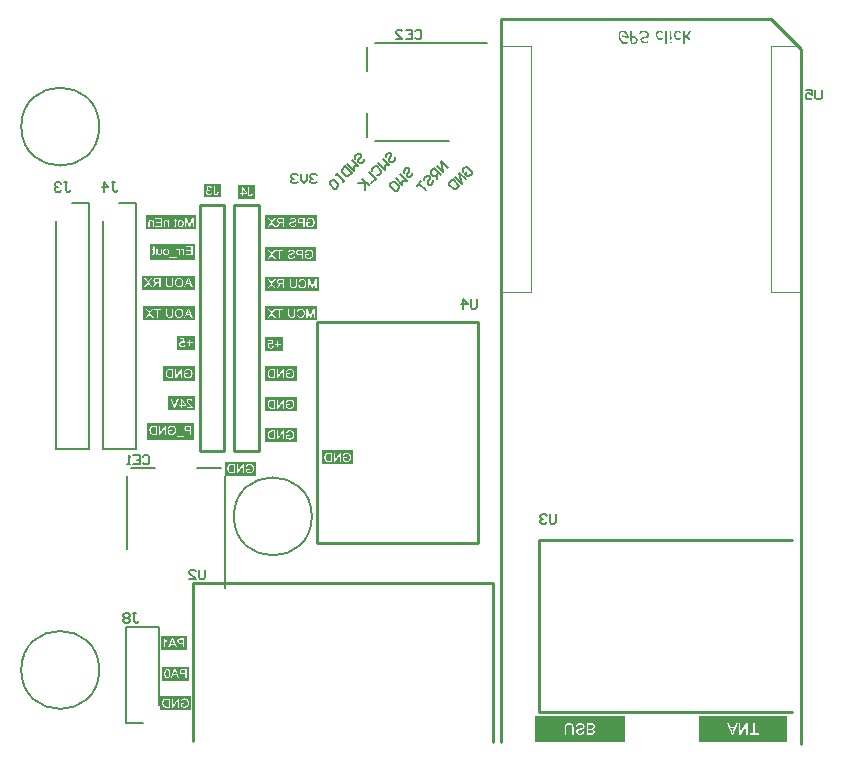
<source format=gbr>
%TF.GenerationSoftware,Altium Limited,Altium Designer,25.3.3 (18)*%
G04 Layer_Color=32896*
%FSLAX45Y45*%
%MOMM*%
%TF.SameCoordinates,566CE66E-0970-42B3-A130-ADE81A1B3EF9*%
%TF.FilePolarity,Positive*%
%TF.FileFunction,Legend,Bot*%
%TF.Part,Single*%
G01*
G75*
%TA.AperFunction,NonConductor*%
%ADD50C,0.10000*%
%ADD51C,0.20000*%
%ADD52C,0.25400*%
%ADD54C,0.24500*%
G36*
X6850000Y92770D02*
X6110000D01*
Y307231D01*
X6850000D01*
Y92770D01*
D02*
G37*
G36*
X5484276D02*
X4715724D01*
Y307231D01*
X5484276D01*
Y92770D01*
D02*
G37*
G36*
X5930873Y6112547D02*
X5932168Y6112454D01*
X5934756Y6111992D01*
X5937438Y6111252D01*
X5939934Y6110513D01*
X5941043Y6110143D01*
X5942061Y6109773D01*
X5942985Y6109403D01*
X5943817Y6109034D01*
X5944464Y6108756D01*
X5945019Y6108571D01*
X5945296Y6108386D01*
X5945389D01*
X5947330Y6107554D01*
X5948995Y6106630D01*
X5950382Y6105798D01*
X5951676Y6104873D01*
X5952693Y6104041D01*
X5953525Y6103301D01*
X5954265Y6102469D01*
X5954819Y6101822D01*
X5955282Y6101175D01*
X5955652Y6100528D01*
X5955836Y6099973D01*
X5956021Y6099511D01*
X5956114Y6099141D01*
X5956206Y6098863D01*
Y6098771D01*
Y6098678D01*
X5956114Y6097661D01*
X5955929Y6096829D01*
X5955559Y6095997D01*
X5955282Y6095350D01*
X5954912Y6094703D01*
X5954542Y6094333D01*
X5954357Y6094056D01*
X5954265Y6093963D01*
X5953525Y6093224D01*
X5952785Y6092761D01*
X5952046Y6092391D01*
X5951399Y6092114D01*
X5950751Y6091929D01*
X5950289Y6091837D01*
X5949827D01*
X5949457Y6091929D01*
X5948995Y6092022D01*
X5947978Y6092391D01*
X5947515Y6092669D01*
X5947146Y6092854D01*
X5946868Y6092946D01*
X5946776Y6093039D01*
X5938640Y6097292D01*
X5936883Y6098031D01*
X5935219Y6098586D01*
X5933739Y6098956D01*
X5932353Y6099233D01*
X5931243Y6099418D01*
X5930411Y6099511D01*
X5929671D01*
X5928007Y6099418D01*
X5926343Y6099326D01*
X5924864Y6099048D01*
X5923384Y6098771D01*
X5922090Y6098401D01*
X5920888Y6097939D01*
X5919686Y6097477D01*
X5918669Y6097014D01*
X5917745Y6096644D01*
X5916912Y6096182D01*
X5916265Y6095720D01*
X5915618Y6095350D01*
X5915248Y6095073D01*
X5914878Y6094795D01*
X5914694Y6094703D01*
X5914601Y6094610D01*
X5913492Y6093593D01*
X5912567Y6092484D01*
X5911735Y6091282D01*
X5910995Y6090080D01*
X5910348Y6088878D01*
X5909886Y6087584D01*
X5909146Y6085272D01*
X5908869Y6084163D01*
X5908684Y6083238D01*
X5908499Y6082314D01*
X5908407Y6081482D01*
X5908314Y6080927D01*
Y6080372D01*
Y6080095D01*
Y6080002D01*
X5908407Y6078338D01*
X5908591Y6076674D01*
X5908869Y6074917D01*
X5909331Y6073253D01*
X5910348Y6069832D01*
X5910903Y6068168D01*
X5911458Y6066689D01*
X5912012Y6065209D01*
X5912659Y6063915D01*
X5913122Y6062713D01*
X5913584Y6061696D01*
X5914046Y6060864D01*
X5914324Y6060309D01*
X5914509Y6059847D01*
X5914601Y6059754D01*
X5915895Y6057536D01*
X5917190Y6055501D01*
X5918484Y6053837D01*
X5919779Y6052358D01*
X5920981Y6051064D01*
X5922182Y6050047D01*
X5923292Y6049214D01*
X5924401Y6048475D01*
X5925326Y6048013D01*
X5926158Y6047550D01*
X5926990Y6047273D01*
X5927637Y6047088D01*
X5928100Y6046996D01*
X5928562Y6046903D01*
X5930504D01*
X5932075Y6047088D01*
X5933555Y6047180D01*
X5934849Y6047458D01*
X5936143Y6047643D01*
X5937253Y6047920D01*
X5938177Y6048290D01*
X5939102Y6048567D01*
X5939842Y6048845D01*
X5940489Y6049214D01*
X5941136Y6049492D01*
X5941506Y6049677D01*
X5941876Y6049954D01*
X5942153Y6050047D01*
X5942338Y6050231D01*
X5943355Y6051156D01*
X5944279Y6051896D01*
X5944649Y6052173D01*
X5944927Y6052450D01*
X5945112Y6052543D01*
X5945204Y6052635D01*
X5945851Y6053005D01*
X5946406Y6053283D01*
X5947608Y6053652D01*
X5948070Y6053745D01*
X5948440Y6053837D01*
X5948810D01*
X5949734Y6053745D01*
X5950566Y6053560D01*
X5951306Y6053190D01*
X5951953Y6052820D01*
X5952508Y6052450D01*
X5952878Y6052081D01*
X5953063Y6051896D01*
X5953155Y6051803D01*
X5953710Y6050971D01*
X5954172Y6050231D01*
X5954450Y6049399D01*
X5954727Y6048660D01*
X5954819Y6048013D01*
X5954912Y6047550D01*
Y6047180D01*
Y6047088D01*
X5954819Y6045979D01*
X5954450Y6044961D01*
X5953895Y6043944D01*
X5953248Y6043020D01*
X5952416Y6042095D01*
X5951491Y6041263D01*
X5949549Y6039784D01*
X5947608Y6038674D01*
X5946683Y6038120D01*
X5945851Y6037750D01*
X5945204Y6037473D01*
X5944649Y6037195D01*
X5944279Y6037010D01*
X5944187D01*
X5941043Y6035901D01*
X5938177Y6035161D01*
X5935589Y6034606D01*
X5934387Y6034329D01*
X5933370Y6034144D01*
X5932353Y6034052D01*
X5931428Y6033959D01*
X5930688Y6033867D01*
X5930041D01*
X5929486Y6033774D01*
X5927637D01*
X5926435Y6033959D01*
X5924032Y6034514D01*
X5921720Y6035346D01*
X5919594Y6036363D01*
X5917467Y6037657D01*
X5915526Y6039137D01*
X5913769Y6040616D01*
X5912012Y6042188D01*
X5910533Y6043760D01*
X5909146Y6045239D01*
X5908037Y6046718D01*
X5907020Y6048013D01*
X5906188Y6049030D01*
X5905633Y6049862D01*
X5905263Y6050416D01*
X5905171Y6050509D01*
Y6050601D01*
X5903506Y6053467D01*
X5902027Y6056241D01*
X5900825Y6058922D01*
X5899716Y6061604D01*
X5898791Y6064100D01*
X5898051Y6066596D01*
X5897404Y6068815D01*
X5896942Y6070942D01*
X5896572Y6072976D01*
X5896202Y6074732D01*
X5896017Y6076212D01*
X5895925Y6077506D01*
X5895833Y6078615D01*
X5895740Y6079355D01*
Y6079817D01*
Y6080002D01*
X5895833Y6082684D01*
X5896202Y6085272D01*
X5896665Y6087769D01*
X5897312Y6090080D01*
X5898051Y6092207D01*
X5898976Y6094148D01*
X5899808Y6095997D01*
X5900825Y6097569D01*
X5901750Y6099048D01*
X5902674Y6100343D01*
X5903506Y6101452D01*
X5904246Y6102377D01*
X5904893Y6103116D01*
X5905355Y6103579D01*
X5905725Y6103948D01*
X5905818Y6104041D01*
X5907667Y6105520D01*
X5909608Y6106907D01*
X5911550Y6108016D01*
X5913584Y6109034D01*
X5915618Y6109866D01*
X5917560Y6110513D01*
X5919501Y6111068D01*
X5921350Y6111530D01*
X5923015Y6111900D01*
X5924679Y6112177D01*
X5926066Y6112362D01*
X5927268Y6112547D01*
X5928285D01*
X5929024Y6112639D01*
X5929671D01*
X5930873Y6112547D01*
D02*
G37*
G36*
X5777859D02*
X5779153Y6112454D01*
X5781742Y6111992D01*
X5784423Y6111252D01*
X5786919Y6110513D01*
X5788029Y6110143D01*
X5789046Y6109773D01*
X5789970Y6109403D01*
X5790802Y6109034D01*
X5791450Y6108756D01*
X5792004Y6108571D01*
X5792282Y6108386D01*
X5792374D01*
X5794316Y6107554D01*
X5795980Y6106630D01*
X5797367Y6105798D01*
X5798661Y6104873D01*
X5799678Y6104041D01*
X5800510Y6103301D01*
X5801250Y6102469D01*
X5801805Y6101822D01*
X5802267Y6101175D01*
X5802637Y6100528D01*
X5802822Y6099973D01*
X5803007Y6099511D01*
X5803099Y6099141D01*
X5803192Y6098863D01*
Y6098771D01*
Y6098678D01*
X5803099Y6097661D01*
X5802914Y6096829D01*
X5802544Y6095997D01*
X5802267Y6095350D01*
X5801897Y6094703D01*
X5801527Y6094333D01*
X5801342Y6094056D01*
X5801250Y6093963D01*
X5800510Y6093224D01*
X5799771Y6092761D01*
X5799031Y6092391D01*
X5798384Y6092114D01*
X5797737Y6091929D01*
X5797274Y6091837D01*
X5796812D01*
X5796442Y6091929D01*
X5795980Y6092022D01*
X5794963Y6092391D01*
X5794501Y6092669D01*
X5794131Y6092854D01*
X5793854Y6092946D01*
X5793761Y6093039D01*
X5785625Y6097292D01*
X5783868Y6098031D01*
X5782204Y6098586D01*
X5780725Y6098956D01*
X5779338Y6099233D01*
X5778228Y6099418D01*
X5777396Y6099511D01*
X5776657D01*
X5774993Y6099418D01*
X5773328Y6099326D01*
X5771849Y6099048D01*
X5770370Y6098771D01*
X5769075Y6098401D01*
X5767873Y6097939D01*
X5766671Y6097477D01*
X5765654Y6097014D01*
X5764730Y6096644D01*
X5763898Y6096182D01*
X5763251Y6095720D01*
X5762603Y6095350D01*
X5762234Y6095073D01*
X5761864Y6094795D01*
X5761679Y6094703D01*
X5761586Y6094610D01*
X5760477Y6093593D01*
X5759552Y6092484D01*
X5758720Y6091282D01*
X5757981Y6090080D01*
X5757333Y6088878D01*
X5756871Y6087584D01*
X5756131Y6085272D01*
X5755854Y6084163D01*
X5755669Y6083238D01*
X5755484Y6082314D01*
X5755392Y6081482D01*
X5755299Y6080927D01*
Y6080372D01*
Y6080095D01*
Y6080002D01*
X5755392Y6078338D01*
X5755577Y6076674D01*
X5755854Y6074917D01*
X5756316Y6073253D01*
X5757333Y6069832D01*
X5757888Y6068168D01*
X5758443Y6066689D01*
X5758998Y6065209D01*
X5759645Y6063915D01*
X5760107Y6062713D01*
X5760569Y6061696D01*
X5761032Y6060864D01*
X5761309Y6060309D01*
X5761494Y6059847D01*
X5761586Y6059754D01*
X5762881Y6057536D01*
X5764175Y6055501D01*
X5765470Y6053837D01*
X5766764Y6052358D01*
X5767966Y6051064D01*
X5769168Y6050047D01*
X5770277Y6049214D01*
X5771387Y6048475D01*
X5772311Y6048013D01*
X5773143Y6047550D01*
X5773975Y6047273D01*
X5774623Y6047088D01*
X5775085Y6046996D01*
X5775547Y6046903D01*
X5777489D01*
X5779061Y6047088D01*
X5780540Y6047180D01*
X5781834Y6047458D01*
X5783129Y6047643D01*
X5784238Y6047920D01*
X5785163Y6048290D01*
X5786087Y6048567D01*
X5786827Y6048845D01*
X5787474Y6049214D01*
X5788121Y6049492D01*
X5788491Y6049677D01*
X5788861Y6049954D01*
X5789138Y6050047D01*
X5789323Y6050231D01*
X5790340Y6051156D01*
X5791265Y6051896D01*
X5791635Y6052173D01*
X5791912Y6052450D01*
X5792097Y6052543D01*
X5792189Y6052635D01*
X5792837Y6053005D01*
X5793391Y6053283D01*
X5794593Y6053652D01*
X5795055Y6053745D01*
X5795425Y6053837D01*
X5795795D01*
X5796720Y6053745D01*
X5797552Y6053560D01*
X5798291Y6053190D01*
X5798939Y6052820D01*
X5799493Y6052450D01*
X5799863Y6052081D01*
X5800048Y6051896D01*
X5800141Y6051803D01*
X5800695Y6050971D01*
X5801158Y6050231D01*
X5801435Y6049399D01*
X5801712Y6048660D01*
X5801805Y6048013D01*
X5801897Y6047550D01*
Y6047180D01*
Y6047088D01*
X5801805Y6045979D01*
X5801435Y6044961D01*
X5800880Y6043944D01*
X5800233Y6043020D01*
X5799401Y6042095D01*
X5798476Y6041263D01*
X5796535Y6039784D01*
X5794593Y6038674D01*
X5793669Y6038120D01*
X5792837Y6037750D01*
X5792189Y6037473D01*
X5791635Y6037195D01*
X5791265Y6037010D01*
X5791172D01*
X5788029Y6035901D01*
X5785163Y6035161D01*
X5782574Y6034606D01*
X5781372Y6034329D01*
X5780355Y6034144D01*
X5779338Y6034052D01*
X5778413Y6033959D01*
X5777674Y6033867D01*
X5777027D01*
X5776472Y6033774D01*
X5774623D01*
X5773421Y6033959D01*
X5771017Y6034514D01*
X5768706Y6035346D01*
X5766579Y6036363D01*
X5764453Y6037657D01*
X5762511Y6039137D01*
X5760754Y6040616D01*
X5758998Y6042188D01*
X5757518Y6043760D01*
X5756131Y6045239D01*
X5755022Y6046718D01*
X5754005Y6048013D01*
X5753173Y6049030D01*
X5752618Y6049862D01*
X5752248Y6050416D01*
X5752156Y6050509D01*
Y6050601D01*
X5750492Y6053467D01*
X5749012Y6056241D01*
X5747810Y6058922D01*
X5746701Y6061604D01*
X5745776Y6064100D01*
X5745037Y6066596D01*
X5744390Y6068815D01*
X5743927Y6070942D01*
X5743557Y6072976D01*
X5743188Y6074732D01*
X5743003Y6076212D01*
X5742910Y6077506D01*
X5742818Y6078615D01*
X5742725Y6079355D01*
Y6079817D01*
Y6080002D01*
X5742818Y6082684D01*
X5743188Y6085272D01*
X5743650Y6087769D01*
X5744297Y6090080D01*
X5745037Y6092207D01*
X5745961Y6094148D01*
X5746793Y6095997D01*
X5747810Y6097569D01*
X5748735Y6099048D01*
X5749660Y6100343D01*
X5750492Y6101452D01*
X5751231Y6102377D01*
X5751879Y6103116D01*
X5752341Y6103579D01*
X5752711Y6103948D01*
X5752803Y6104041D01*
X5754652Y6105520D01*
X5756594Y6106907D01*
X5758535Y6108016D01*
X5760569Y6109034D01*
X5762603Y6109866D01*
X5764545Y6110513D01*
X5766487Y6111068D01*
X5768336Y6111530D01*
X5770000Y6111900D01*
X5771664Y6112177D01*
X5773051Y6112362D01*
X5774253Y6112547D01*
X5775270D01*
X5776010Y6112639D01*
X5776657D01*
X5777859Y6112547D01*
D02*
G37*
G36*
X6031003Y6110883D02*
X6032020Y6110698D01*
X6032852Y6110328D01*
X6033592Y6109958D01*
X6034239Y6109588D01*
X6034701Y6109218D01*
X6034979Y6109034D01*
X6035071Y6108941D01*
X6035811Y6108201D01*
X6036366Y6107369D01*
X6036735Y6106630D01*
X6037013Y6105890D01*
X6037198Y6105243D01*
X6037290Y6104688D01*
Y6104318D01*
Y6104226D01*
X6037198Y6103301D01*
X6036828Y6102192D01*
X6036273Y6100897D01*
X6035626Y6099418D01*
X6034794Y6097846D01*
X6033869Y6096275D01*
X6031928Y6093039D01*
X6030911Y6091559D01*
X6029986Y6090080D01*
X6029062Y6088693D01*
X6028229Y6087584D01*
X6027582Y6086567D01*
X6027028Y6085827D01*
X6026658Y6085365D01*
X6026565Y6085180D01*
X6011218Y6064377D01*
X6013529Y6062251D01*
X6015748Y6060124D01*
X6017874Y6058090D01*
X6019908Y6056149D01*
X6021758Y6054300D01*
X6023514Y6052543D01*
X6025086Y6050879D01*
X6026565Y6049307D01*
X6027952Y6047920D01*
X6029062Y6046626D01*
X6030079Y6045516D01*
X6030911Y6044592D01*
X6031650Y6043852D01*
X6032113Y6043297D01*
X6032390Y6042927D01*
X6032482Y6042835D01*
X6033130Y6042003D01*
X6033684Y6041078D01*
X6034054Y6040339D01*
X6034239Y6039599D01*
X6034424Y6039044D01*
X6034517Y6038490D01*
Y6038212D01*
Y6038120D01*
X6034424Y6037103D01*
X6034147Y6036086D01*
X6033777Y6035254D01*
X6033407Y6034514D01*
X6033037Y6033959D01*
X6032667Y6033497D01*
X6032390Y6033220D01*
X6032298Y6033127D01*
X6031465Y6032387D01*
X6030633Y6031833D01*
X6029801Y6031463D01*
X6029062Y6031186D01*
X6028322Y6031001D01*
X6027860Y6030908D01*
X6027397D01*
X6026380Y6031001D01*
X6025456Y6031278D01*
X6024624Y6031648D01*
X6023884Y6032110D01*
X6023237Y6032572D01*
X6022775Y6032942D01*
X6022497Y6033220D01*
X6022405Y6033312D01*
X6007057Y6049214D01*
X6003729Y6052358D01*
X6000493Y6055317D01*
X5997349Y6057998D01*
X5995962Y6059292D01*
X5994576Y6060402D01*
X5993374Y6061419D01*
X5992172Y6062343D01*
X5991247Y6063175D01*
X5990323Y6063823D01*
X5989675Y6064377D01*
X5989213Y6064747D01*
X5988843Y6065024D01*
X5988751Y6065117D01*
Y6060587D01*
Y6056241D01*
Y6054115D01*
Y6052081D01*
Y6050231D01*
Y6048382D01*
X5988843Y6046811D01*
Y6045331D01*
Y6044037D01*
Y6042927D01*
X5988936Y6042003D01*
Y6041356D01*
Y6040893D01*
Y6040801D01*
X5989398Y6018242D01*
Y6016947D01*
X5989306Y6015653D01*
Y6014451D01*
X5989213Y6013249D01*
X5989121Y6012232D01*
Y6011400D01*
X5989028Y6010845D01*
Y6010753D01*
Y6010660D01*
X5988936Y6009089D01*
X5988843Y6007609D01*
Y6006315D01*
X5988751Y6005205D01*
Y6004373D01*
Y6003634D01*
Y6003264D01*
Y6003079D01*
X5988658Y6001969D01*
X5988473Y6000952D01*
X5988104Y6000120D01*
X5987826Y5999381D01*
X5987456Y5998733D01*
X5987087Y5998364D01*
X5986902Y5998086D01*
X5986809Y5997994D01*
X5986070Y5997347D01*
X5985237Y5996792D01*
X5984405Y5996422D01*
X5983666Y5996237D01*
X5982926Y5996052D01*
X5982371Y5995960D01*
X5981909D01*
X5980800Y5996052D01*
X5979875Y5996237D01*
X5978950Y5996607D01*
X5978303Y5996977D01*
X5977656Y5997347D01*
X5977286Y5997716D01*
X5977009Y5997901D01*
X5976916Y5997994D01*
X5976269Y5998733D01*
X5975807Y5999566D01*
X5975530Y6000490D01*
X5975345Y6001230D01*
X5975160Y6001969D01*
X5975067Y6002524D01*
Y6002894D01*
Y6003079D01*
Y6004281D01*
X5975160Y6005575D01*
Y6006777D01*
X5975252Y6007979D01*
Y6008996D01*
X5975345Y6009736D01*
Y6010290D01*
Y6010383D01*
Y6010475D01*
X5975437Y6012047D01*
X5975530Y6013434D01*
Y6014636D01*
X5975622Y6015745D01*
Y6016670D01*
Y6017317D01*
Y6017687D01*
Y6017872D01*
Y6021940D01*
X5975530Y6026100D01*
Y6030169D01*
X5975437Y6032110D01*
Y6033959D01*
Y6035623D01*
X5975345Y6037195D01*
Y6038582D01*
Y6039784D01*
X5975252Y6040801D01*
Y6041448D01*
Y6041910D01*
Y6042095D01*
Y6044592D01*
X5975160Y6047088D01*
Y6049399D01*
X5975067Y6051618D01*
Y6053837D01*
Y6055779D01*
Y6057628D01*
X5974975Y6059385D01*
Y6060956D01*
Y6062343D01*
Y6063545D01*
Y6064562D01*
Y6065302D01*
Y6065949D01*
Y6066319D01*
Y6066411D01*
Y6067521D01*
Y6068815D01*
X5974882Y6071496D01*
X5974697Y6074455D01*
X5974605Y6077229D01*
X5974513Y6078615D01*
X5974420Y6079817D01*
X5974328Y6080927D01*
X5974235Y6081851D01*
Y6082684D01*
X5974143Y6083238D01*
Y6083701D01*
Y6083793D01*
X5974050Y6085920D01*
X5973865Y6087861D01*
X5973773Y6089710D01*
X5973680Y6091374D01*
Y6092946D01*
X5973588Y6094333D01*
X5973496Y6095627D01*
Y6096829D01*
Y6097846D01*
X5973403Y6098678D01*
Y6099511D01*
Y6100065D01*
Y6100528D01*
Y6100897D01*
Y6101082D01*
Y6101175D01*
X5973496Y6102839D01*
X5973680Y6104318D01*
X5974050Y6105520D01*
X5974513Y6106630D01*
X5975067Y6107554D01*
X5975622Y6108294D01*
X5976269Y6108941D01*
X5976916Y6109403D01*
X5977564Y6109773D01*
X5978211Y6110143D01*
X5979320Y6110420D01*
X5979783Y6110513D01*
X5980152Y6110605D01*
X5980430D01*
X5981539Y6110513D01*
X5982464Y6110328D01*
X5983388Y6109958D01*
X5984036Y6109588D01*
X5984683Y6109311D01*
X5985053Y6108941D01*
X5985330Y6108756D01*
X5985422Y6108664D01*
X5986070Y6107924D01*
X5986532Y6107092D01*
X5986902Y6106167D01*
X5987087Y6105428D01*
X5987271Y6104688D01*
X5987364Y6104133D01*
Y6103671D01*
Y6103579D01*
Y6099695D01*
X5987456Y6095997D01*
X5987641Y6092391D01*
Y6090727D01*
X5987734Y6089155D01*
X5987826Y6087769D01*
X5987919Y6086474D01*
Y6085272D01*
X5988011Y6084348D01*
Y6083516D01*
X5988104Y6082961D01*
Y6082591D01*
Y6082499D01*
X5989675Y6081389D01*
X5991062Y6080465D01*
X5992449Y6079540D01*
X5993651Y6078615D01*
X5994760Y6077783D01*
X5995777Y6077044D01*
X5996702Y6076397D01*
X5997534Y6075749D01*
X5998274Y6075195D01*
X5998921Y6074732D01*
X5999383Y6074363D01*
X5999846Y6073993D01*
X6000123Y6073808D01*
X6000400Y6073623D01*
X6000585Y6073438D01*
X6012974Y6090357D01*
X6015563Y6093871D01*
X6017782Y6097014D01*
X6018799Y6098494D01*
X6019724Y6099880D01*
X6020556Y6101082D01*
X6021295Y6102284D01*
X6021850Y6103301D01*
X6022405Y6104226D01*
X6022960Y6105058D01*
X6023329Y6105705D01*
X6023607Y6106260D01*
X6023792Y6106630D01*
X6023977Y6106907D01*
Y6106999D01*
X6024439Y6107739D01*
X6024809Y6108294D01*
X6025826Y6109311D01*
X6026843Y6109958D01*
X6027767Y6110513D01*
X6028692Y6110790D01*
X6029339Y6110883D01*
X6029801Y6110975D01*
X6029986D01*
X6031003Y6110883D01*
D02*
G37*
G36*
X5464618Y6112824D02*
X5467946Y6112454D01*
X5471090Y6111807D01*
X5474141Y6110975D01*
X5477099Y6110051D01*
X5479781Y6108941D01*
X5482277Y6107832D01*
X5484588Y6106630D01*
X5486622Y6105428D01*
X5488471Y6104318D01*
X5490043Y6103209D01*
X5491338Y6102284D01*
X5492447Y6101452D01*
X5493187Y6100805D01*
X5493649Y6100435D01*
X5493834Y6100250D01*
X5496330Y6097754D01*
X5498642Y6095073D01*
X5500676Y6092299D01*
X5502617Y6089433D01*
X5504281Y6086567D01*
X5505761Y6083701D01*
X5507055Y6080927D01*
X5508257Y6078246D01*
X5509182Y6075657D01*
X5510014Y6073345D01*
X5510753Y6071219D01*
X5511216Y6069462D01*
X5511493Y6068630D01*
X5511678Y6067891D01*
X5511770Y6067336D01*
X5511955Y6066781D01*
X5512048Y6066411D01*
Y6066134D01*
X5512140Y6065949D01*
Y6065857D01*
X5513434Y6065024D01*
X5514359Y6064007D01*
X5515099Y6062990D01*
X5515561Y6061881D01*
X5515838Y6060956D01*
X5515931Y6060124D01*
X5516023Y6059570D01*
Y6059477D01*
Y6059385D01*
X5515931Y6058275D01*
X5515746Y6057258D01*
X5515376Y6056334D01*
X5515006Y6055594D01*
X5514636Y6055039D01*
X5514267Y6054577D01*
X5514082Y6054300D01*
X5513989Y6054207D01*
X5513157Y6053560D01*
X5512325Y6053005D01*
X5511493Y6052635D01*
X5510661Y6052450D01*
X5510014Y6052266D01*
X5509459Y6052173D01*
X5505483D01*
X5502247Y6052266D01*
X5499011Y6052358D01*
X5496053Y6052543D01*
X5493094Y6052728D01*
X5490320Y6053005D01*
X5487639Y6053283D01*
X5485143Y6053560D01*
X5482647Y6053930D01*
X5480428Y6054300D01*
X5478209Y6054669D01*
X5476082Y6055039D01*
X5474141Y6055501D01*
X5472292Y6055871D01*
X5470535Y6056334D01*
X5468963Y6056703D01*
X5467391Y6057166D01*
X5466005Y6057628D01*
X5464710Y6057998D01*
X5463508Y6058460D01*
X5462399Y6058830D01*
X5461382Y6059200D01*
X5460457Y6059570D01*
X5459718Y6059847D01*
X5458978Y6060217D01*
X5458423Y6060494D01*
X5457868Y6060679D01*
X5457499Y6060956D01*
X5457129Y6061141D01*
X5456944Y6061234D01*
X5456759Y6061326D01*
X5455557Y6062251D01*
X5454632Y6063268D01*
X5453985Y6064285D01*
X5453523Y6065302D01*
X5453246Y6066134D01*
X5453153Y6066874D01*
X5453061Y6067336D01*
Y6067521D01*
X5453153Y6068538D01*
X5453338Y6069555D01*
X5453615Y6070387D01*
X5453985Y6071127D01*
X5454355Y6071774D01*
X5454632Y6072236D01*
X5454817Y6072513D01*
X5454910Y6072606D01*
X5455742Y6073345D01*
X5456574Y6073900D01*
X5457406Y6074363D01*
X5458238Y6074640D01*
X5458885Y6074825D01*
X5459533Y6074917D01*
X5459995D01*
X5461197Y6074825D01*
X5462121Y6074547D01*
X5462584Y6074363D01*
X5462861Y6074270D01*
X5463046Y6074178D01*
X5463138D01*
X5465820Y6073068D01*
X5468593Y6071959D01*
X5471367Y6071034D01*
X5474233Y6070294D01*
X5477007Y6069555D01*
X5479781Y6069000D01*
X5482462Y6068445D01*
X5484958Y6067983D01*
X5487362Y6067613D01*
X5489581Y6067336D01*
X5491522Y6067151D01*
X5493187Y6066966D01*
X5494573Y6066781D01*
X5495590D01*
X5495960Y6066689D01*
X5496423D01*
X5495590Y6069555D01*
X5494758Y6072236D01*
X5493741Y6074732D01*
X5492632Y6077044D01*
X5491522Y6079263D01*
X5490413Y6081204D01*
X5489303Y6083053D01*
X5488194Y6084625D01*
X5487085Y6086104D01*
X5486068Y6087306D01*
X5485235Y6088416D01*
X5484403Y6089248D01*
X5483756Y6089895D01*
X5483294Y6090450D01*
X5482924Y6090727D01*
X5482832Y6090820D01*
X5481075Y6092207D01*
X5479226Y6093408D01*
X5477377Y6094425D01*
X5475528Y6095350D01*
X5473678Y6096090D01*
X5471922Y6096737D01*
X5470165Y6097292D01*
X5468501Y6097661D01*
X5466929Y6098031D01*
X5465542Y6098216D01*
X5464248Y6098401D01*
X5463231Y6098586D01*
X5462306D01*
X5461659Y6098678D01*
X5461104D01*
X5458978Y6098586D01*
X5457036Y6098401D01*
X5455187Y6098124D01*
X5453615Y6097754D01*
X5452044Y6097384D01*
X5450749Y6096829D01*
X5449547Y6096367D01*
X5448530Y6095812D01*
X5447606Y6095258D01*
X5446866Y6094795D01*
X5446219Y6094241D01*
X5445757Y6093871D01*
X5445294Y6093501D01*
X5445017Y6093224D01*
X5444925Y6093039D01*
X5444832Y6092946D01*
X5444092Y6091929D01*
X5443538Y6090635D01*
X5442983Y6089340D01*
X5442521Y6087861D01*
X5441874Y6084810D01*
X5441319Y6081759D01*
X5441226Y6080372D01*
X5441041Y6078985D01*
X5440949Y6077783D01*
Y6076674D01*
X5440857Y6075842D01*
Y6075102D01*
Y6074732D01*
Y6074547D01*
X5440949Y6072236D01*
X5441041Y6069925D01*
X5441596Y6065394D01*
X5442336Y6060956D01*
X5443353Y6056796D01*
X5444555Y6052728D01*
X5445942Y6048845D01*
X5447421Y6045331D01*
X5448900Y6042003D01*
X5450379Y6038952D01*
X5451859Y6036271D01*
X5452506Y6034976D01*
X5453246Y6033867D01*
X5453800Y6032850D01*
X5454448Y6031833D01*
X5455002Y6031001D01*
X5455465Y6030261D01*
X5455927Y6029614D01*
X5456297Y6029059D01*
X5456574Y6028689D01*
X5456759Y6028412D01*
X5456944Y6028227D01*
Y6028135D01*
X5457961Y6026840D01*
X5458885Y6025638D01*
X5459718Y6024529D01*
X5460550Y6023512D01*
X5461289Y6022680D01*
X5461936Y6021847D01*
X5463138Y6020461D01*
X5464063Y6019444D01*
X5464710Y6018796D01*
X5465172Y6018334D01*
X5465265Y6018242D01*
X5466374Y6017225D01*
X5467391Y6016393D01*
X5468408Y6015653D01*
X5469425Y6015006D01*
X5470350Y6014451D01*
X5471275Y6014081D01*
X5472846Y6013342D01*
X5474233Y6012972D01*
X5474788Y6012879D01*
X5475250Y6012787D01*
X5475620Y6012694D01*
X5476175D01*
X5477562Y6012787D01*
X5479041Y6012972D01*
X5480613Y6013342D01*
X5482092Y6013711D01*
X5485143Y6014728D01*
X5488009Y6015930D01*
X5489303Y6016578D01*
X5490413Y6017225D01*
X5491522Y6017779D01*
X5492447Y6018242D01*
X5493187Y6018612D01*
X5493741Y6018981D01*
X5494111Y6019166D01*
X5494204Y6019259D01*
X5495221Y6019813D01*
X5496053Y6020183D01*
X5496885Y6020553D01*
X5497440Y6020738D01*
X5497902Y6020830D01*
X5498272Y6020923D01*
X5498549D01*
X5499659Y6020830D01*
X5500583Y6020553D01*
X5501415Y6020183D01*
X5502247Y6019813D01*
X5502802Y6019444D01*
X5503264Y6019074D01*
X5503542Y6018796D01*
X5503634Y6018704D01*
X5504374Y6017872D01*
X5504836Y6016947D01*
X5505206Y6016115D01*
X5505483Y6015283D01*
X5505668Y6014636D01*
X5505761Y6014081D01*
Y6013711D01*
Y6013619D01*
X5505576Y6012509D01*
X5505206Y6011400D01*
X5504559Y6010290D01*
X5503727Y6009273D01*
X5502802Y6008349D01*
X5501693Y6007424D01*
X5499381Y6005760D01*
X5497070Y6004466D01*
X5495960Y6003911D01*
X5495036Y6003356D01*
X5494204Y6002986D01*
X5493556Y6002709D01*
X5493187Y6002617D01*
X5493002Y6002524D01*
X5491060Y6001785D01*
X5489303Y6001137D01*
X5487547Y6000583D01*
X5485975Y6000028D01*
X5484496Y5999658D01*
X5483109Y5999288D01*
X5481815Y5999011D01*
X5480705Y5998826D01*
X5479688Y5998641D01*
X5478763Y5998456D01*
X5477931Y5998364D01*
X5477377D01*
X5476822Y5998271D01*
X5476175D01*
X5474326Y5998364D01*
X5472476Y5998641D01*
X5470720Y5999011D01*
X5468963Y5999473D01*
X5467391Y6000120D01*
X5465820Y6000768D01*
X5464340Y6001507D01*
X5462954Y6002247D01*
X5461752Y6002986D01*
X5460550Y6003726D01*
X5459625Y6004373D01*
X5458793Y6005021D01*
X5458146Y6005483D01*
X5457591Y6005853D01*
X5457314Y6006130D01*
X5457221Y6006222D01*
X5454725Y6008534D01*
X5452414Y6010938D01*
X5450195Y6013526D01*
X5448161Y6016023D01*
X5446219Y6018704D01*
X5444370Y6021293D01*
X5442706Y6023789D01*
X5441226Y6026193D01*
X5439840Y6028504D01*
X5438638Y6030538D01*
X5437621Y6032480D01*
X5436788Y6034052D01*
X5436141Y6035439D01*
X5435864Y6035993D01*
X5435587Y6036456D01*
X5435402Y6036825D01*
X5435309Y6037103D01*
X5435217Y6037195D01*
Y6037288D01*
X5433737Y6040893D01*
X5432443Y6044407D01*
X5431241Y6047828D01*
X5430317Y6051156D01*
X5429484Y6054392D01*
X5428745Y6057443D01*
X5428190Y6060402D01*
X5427820Y6063083D01*
X5427450Y6065579D01*
X5427173Y6067798D01*
X5426988Y6069740D01*
X5426803Y6071404D01*
Y6072791D01*
X5426711Y6073253D01*
Y6073715D01*
Y6074085D01*
Y6074363D01*
Y6074455D01*
Y6074547D01*
X5426803Y6078061D01*
X5427081Y6081297D01*
X5427543Y6084348D01*
X5428098Y6087121D01*
X5428745Y6089710D01*
X5429392Y6092114D01*
X5430224Y6094241D01*
X5431056Y6096182D01*
X5431796Y6097846D01*
X5432628Y6099326D01*
X5433275Y6100528D01*
X5434015Y6101545D01*
X5434477Y6102377D01*
X5434939Y6102931D01*
X5435217Y6103301D01*
X5435309Y6103394D01*
X5436973Y6105058D01*
X5438915Y6106537D01*
X5440857Y6107832D01*
X5442983Y6108941D01*
X5445110Y6109866D01*
X5447236Y6110698D01*
X5449362Y6111252D01*
X5451397Y6111807D01*
X5453431Y6112177D01*
X5455187Y6112454D01*
X5456851Y6112732D01*
X5458331Y6112824D01*
X5459440Y6112917D01*
X5460365Y6113009D01*
X5461104D01*
X5464618Y6112824D01*
D02*
G37*
G36*
X5869205Y6108479D02*
X5870130Y6108294D01*
X5870962Y6107924D01*
X5871701Y6107554D01*
X5872256Y6107277D01*
X5872626Y6106907D01*
X5872903Y6106722D01*
X5872996Y6106630D01*
X5873643Y6105890D01*
X5874105Y6105058D01*
X5874475Y6104226D01*
X5874660Y6103394D01*
X5874845Y6102746D01*
X5874937Y6102099D01*
Y6101729D01*
Y6101637D01*
Y6100805D01*
Y6099880D01*
Y6097846D01*
X5874845Y6095812D01*
Y6093778D01*
X5874753Y6091929D01*
Y6091097D01*
Y6090450D01*
X5874660Y6089895D01*
Y6089433D01*
Y6089155D01*
Y6089063D01*
Y6087491D01*
X5874568Y6086104D01*
Y6084810D01*
Y6083516D01*
Y6082406D01*
Y6081389D01*
X5874475Y6080465D01*
Y6079632D01*
Y6078893D01*
Y6078246D01*
Y6077691D01*
Y6077229D01*
Y6076951D01*
Y6076674D01*
Y6076489D01*
Y6073900D01*
X5874568Y6071127D01*
X5874660Y6068445D01*
X5874845Y6065857D01*
Y6064655D01*
X5874937Y6063545D01*
Y6062621D01*
X5875030Y6061788D01*
Y6061049D01*
X5875122Y6060587D01*
Y6060217D01*
Y6060124D01*
X5875400Y6056611D01*
X5875492Y6054947D01*
X5875585Y6053375D01*
Y6051896D01*
X5875677Y6050601D01*
X5875770Y6049307D01*
Y6048197D01*
Y6047180D01*
X5875862Y6046256D01*
Y6045516D01*
Y6044869D01*
Y6044314D01*
Y6043944D01*
Y6043760D01*
Y6043667D01*
X5875770Y6042558D01*
X5875585Y6041541D01*
X5875215Y6040709D01*
X5874937Y6039969D01*
X5874568Y6039322D01*
X5874198Y6038952D01*
X5874013Y6038674D01*
X5873920Y6038582D01*
X5873181Y6037935D01*
X5872349Y6037380D01*
X5871517Y6037010D01*
X5870777Y6036825D01*
X5870037Y6036640D01*
X5869483Y6036548D01*
X5869020D01*
X5867911Y6036640D01*
X5866986Y6036825D01*
X5866062Y6037195D01*
X5865414Y6037565D01*
X5864767Y6037935D01*
X5864397Y6038305D01*
X5864120Y6038490D01*
X5864028Y6038582D01*
X5863380Y6039322D01*
X5862918Y6040154D01*
X5862641Y6041078D01*
X5862456Y6041818D01*
X5862271Y6042558D01*
X5862179Y6043112D01*
Y6043482D01*
Y6043667D01*
Y6046256D01*
X5862086Y6049030D01*
X5861994Y6051711D01*
X5861809Y6054392D01*
X5861716Y6055594D01*
Y6056611D01*
X5861624Y6057628D01*
X5861531Y6058460D01*
Y6059200D01*
X5861439Y6059662D01*
Y6060032D01*
Y6060124D01*
X5861254Y6063638D01*
X5861162Y6065302D01*
X5861069Y6066781D01*
X5860977Y6068260D01*
Y6069647D01*
X5860884Y6070849D01*
Y6071959D01*
Y6072976D01*
X5860792Y6073900D01*
Y6074640D01*
Y6075287D01*
Y6075842D01*
Y6076212D01*
Y6076397D01*
Y6076489D01*
Y6077321D01*
Y6078246D01*
Y6080187D01*
X5860884Y6082314D01*
Y6084348D01*
Y6086197D01*
X5860977Y6086937D01*
Y6087676D01*
Y6088231D01*
Y6088693D01*
Y6088971D01*
Y6089063D01*
X5861069Y6090542D01*
Y6092022D01*
Y6093316D01*
X5861162Y6094518D01*
Y6095627D01*
Y6096737D01*
Y6097661D01*
X5861254Y6098494D01*
Y6099233D01*
Y6099880D01*
Y6100435D01*
Y6100805D01*
Y6101175D01*
Y6101452D01*
Y6101545D01*
Y6101637D01*
X5861346Y6102746D01*
X5861531Y6103671D01*
X5861809Y6104596D01*
X5862179Y6105243D01*
X5862548Y6105890D01*
X5862826Y6106260D01*
X5863011Y6106537D01*
X5863103Y6106630D01*
X5863843Y6107277D01*
X5864675Y6107739D01*
X5865507Y6108109D01*
X5866339Y6108294D01*
X5866986Y6108479D01*
X5867633Y6108571D01*
X5868096D01*
X5869205Y6108479D01*
D02*
G37*
G36*
X5642503Y6112085D02*
X5645647Y6111807D01*
X5648698Y6111345D01*
X5651564Y6110883D01*
X5654245Y6110235D01*
X5656834Y6109496D01*
X5659238Y6108756D01*
X5661364Y6107924D01*
X5663306Y6107092D01*
X5665062Y6106352D01*
X5666634Y6105613D01*
X5667928Y6104965D01*
X5668853Y6104411D01*
X5669593Y6104041D01*
X5670055Y6103764D01*
X5670240Y6103671D01*
X5672921Y6101729D01*
X5675325Y6099695D01*
X5677359Y6097477D01*
X5679208Y6095258D01*
X5680687Y6093039D01*
X5681889Y6090820D01*
X5682906Y6088693D01*
X5683738Y6086567D01*
X5684386Y6084625D01*
X5684848Y6082868D01*
X5685218Y6081204D01*
X5685403Y6079817D01*
X5685588Y6078615D01*
X5685680Y6077783D01*
Y6077229D01*
Y6077044D01*
X5685588Y6074917D01*
X5685310Y6072883D01*
X5684940Y6070849D01*
X5684386Y6069000D01*
X5683738Y6067336D01*
X5683091Y6065672D01*
X5682259Y6064192D01*
X5681519Y6062806D01*
X5680780Y6061511D01*
X5680040Y6060402D01*
X5679301Y6059477D01*
X5678653Y6058737D01*
X5678099Y6058090D01*
X5677729Y6057628D01*
X5677451Y6057351D01*
X5677359Y6057258D01*
X5675602Y6055686D01*
X5673753Y6054300D01*
X5671719Y6053005D01*
X5669685Y6051896D01*
X5667559Y6050971D01*
X5665525Y6050139D01*
X5663491Y6049492D01*
X5661549Y6048845D01*
X5659700Y6048382D01*
X5657943Y6048013D01*
X5656371Y6047735D01*
X5655077Y6047458D01*
X5653968Y6047365D01*
X5653136Y6047273D01*
X5652581Y6047180D01*
X5652396D01*
X5650362Y6046996D01*
X5648605Y6046903D01*
X5646941Y6046718D01*
X5645369Y6046626D01*
X5643982Y6046441D01*
X5642780Y6046348D01*
X5641671Y6046163D01*
X5640746Y6046071D01*
X5639914Y6045979D01*
X5639267Y6045886D01*
X5638620Y6045794D01*
X5638158Y6045701D01*
X5637880Y6045609D01*
X5637603Y6045516D01*
X5637418D01*
X5635569Y6045054D01*
X5633997Y6044499D01*
X5632703Y6043944D01*
X5631501Y6043297D01*
X5630484Y6042558D01*
X5629652Y6041910D01*
X5629004Y6041263D01*
X5628450Y6040616D01*
X5627987Y6039969D01*
X5627710Y6039322D01*
X5627340Y6038305D01*
X5627248Y6037935D01*
X5627155Y6037657D01*
Y6037473D01*
Y6037380D01*
X5627248Y6035993D01*
X5627525Y6034606D01*
X5627895Y6033312D01*
X5628357Y6032018D01*
X5629652Y6029799D01*
X5631039Y6027857D01*
X5631778Y6027117D01*
X5632425Y6026378D01*
X5633165Y6025731D01*
X5633720Y6025176D01*
X5634182Y6024806D01*
X5634552Y6024529D01*
X5634829Y6024344D01*
X5634922Y6024251D01*
X5636401Y6023327D01*
X5637880Y6022495D01*
X5639452Y6021755D01*
X5641024Y6021200D01*
X5644167Y6020183D01*
X5647033Y6019536D01*
X5648328Y6019351D01*
X5649622Y6019166D01*
X5650639Y6018981D01*
X5651564Y6018889D01*
X5652396D01*
X5652951Y6018796D01*
X5653413D01*
X5654985Y6018889D01*
X5656741Y6018981D01*
X5658590Y6019259D01*
X5660255Y6019536D01*
X5661826Y6019813D01*
X5662474Y6019906D01*
X5663121Y6019998D01*
X5663583Y6020091D01*
X5663953Y6020183D01*
X5664138Y6020276D01*
X5664230D01*
X5665525Y6020553D01*
X5666634Y6020738D01*
X5667744Y6020923D01*
X5668761Y6021108D01*
X5670425Y6021385D01*
X5671812Y6021570D01*
X5672829Y6021663D01*
X5673476Y6021755D01*
X5674031D01*
X5675140Y6021663D01*
X5676157Y6021478D01*
X5676989Y6021200D01*
X5677729Y6020830D01*
X5678376Y6020368D01*
X5678838Y6019813D01*
X5679301Y6019259D01*
X5679578Y6018704D01*
X5680040Y6017595D01*
X5680318Y6016578D01*
X5680410Y6016208D01*
Y6015930D01*
Y6015745D01*
Y6015653D01*
X5680318Y6014821D01*
X5679948Y6013989D01*
X5679393Y6013157D01*
X5678653Y6012417D01*
X5677821Y6011770D01*
X5676804Y6011123D01*
X5674770Y6010013D01*
X5672644Y6009089D01*
X5671719Y6008719D01*
X5670795Y6008441D01*
X5670055Y6008164D01*
X5669500Y6007979D01*
X5669130Y6007887D01*
X5669038D01*
X5665894Y6007147D01*
X5663028Y6006592D01*
X5660440Y6006130D01*
X5659238Y6005945D01*
X5658221Y6005853D01*
X5657204Y6005760D01*
X5656279Y6005668D01*
X5655539D01*
X5654892Y6005575D01*
X5653690D01*
X5651009Y6005668D01*
X5648328Y6006038D01*
X5645739Y6006500D01*
X5643243Y6007147D01*
X5640839Y6007887D01*
X5638527Y6008719D01*
X5636309Y6009551D01*
X5634367Y6010475D01*
X5632425Y6011400D01*
X5630761Y6012232D01*
X5629374Y6013064D01*
X5628080Y6013804D01*
X5627155Y6014451D01*
X5626416Y6014913D01*
X5625953Y6015283D01*
X5625769Y6015376D01*
X5623272Y6017317D01*
X5621146Y6019259D01*
X5619297Y6021293D01*
X5617632Y6023234D01*
X5616246Y6025176D01*
X5615136Y6027117D01*
X5614212Y6028874D01*
X5613472Y6030631D01*
X5612917Y6032203D01*
X5612455Y6033589D01*
X5612177Y6034884D01*
X5611900Y6035993D01*
X5611808Y6036918D01*
X5611715Y6037565D01*
Y6037935D01*
Y6038120D01*
X5611808Y6040061D01*
X5612177Y6041818D01*
X5612640Y6043482D01*
X5613287Y6045054D01*
X5614027Y6046533D01*
X5614859Y6047828D01*
X5615783Y6049030D01*
X5616708Y6050139D01*
X5617632Y6051156D01*
X5618465Y6051988D01*
X5619297Y6052635D01*
X5620036Y6053283D01*
X5620683Y6053745D01*
X5621146Y6054022D01*
X5621516Y6054207D01*
X5621608Y6054300D01*
X5623087Y6055039D01*
X5624659Y6055779D01*
X5627803Y6056888D01*
X5630946Y6057813D01*
X5633997Y6058368D01*
X5635291Y6058553D01*
X5636586Y6058737D01*
X5637695Y6058922D01*
X5638620Y6059015D01*
X5639360D01*
X5640007Y6059107D01*
X5640469D01*
X5642780Y6059200D01*
X5644999Y6059385D01*
X5647033Y6059662D01*
X5648975Y6060032D01*
X5650824Y6060402D01*
X5652581Y6060771D01*
X5654153Y6061234D01*
X5655632Y6061604D01*
X5656926Y6062066D01*
X5658036Y6062528D01*
X5659053Y6062898D01*
X5659885Y6063175D01*
X5660532Y6063545D01*
X5660994Y6063730D01*
X5661272Y6063823D01*
X5661364Y6063915D01*
X5663121Y6064932D01*
X5664693Y6065949D01*
X5666079Y6067058D01*
X5667189Y6068260D01*
X5668206Y6069370D01*
X5668945Y6070572D01*
X5669685Y6071681D01*
X5670147Y6072791D01*
X5670610Y6073808D01*
X5670887Y6074732D01*
X5671164Y6075564D01*
X5671257Y6076304D01*
X5671349Y6076951D01*
X5671442Y6077414D01*
Y6077691D01*
Y6077783D01*
X5671349Y6079725D01*
X5670887Y6081574D01*
X5670332Y6083331D01*
X5669593Y6084902D01*
X5668668Y6086382D01*
X5667651Y6087769D01*
X5666634Y6089063D01*
X5665525Y6090172D01*
X5664415Y6091189D01*
X5663306Y6092022D01*
X5662289Y6092761D01*
X5661364Y6093408D01*
X5660624Y6093871D01*
X5660070Y6094241D01*
X5659607Y6094425D01*
X5659515Y6094518D01*
X5657758Y6095350D01*
X5656002Y6095997D01*
X5654153Y6096644D01*
X5652396Y6097199D01*
X5649067Y6098031D01*
X5647403Y6098309D01*
X5645924Y6098586D01*
X5644537Y6098771D01*
X5643243Y6098863D01*
X5642133Y6098956D01*
X5641209Y6099048D01*
X5640377Y6099141D01*
X5639360D01*
X5637326Y6099048D01*
X5635384Y6098956D01*
X5633535Y6098771D01*
X5631871Y6098494D01*
X5630391Y6098216D01*
X5628912Y6097939D01*
X5627618Y6097569D01*
X5626508Y6097199D01*
X5625491Y6096829D01*
X5624567Y6096459D01*
X5623827Y6096182D01*
X5623180Y6095905D01*
X5622717Y6095627D01*
X5622348Y6095442D01*
X5622163Y6095258D01*
X5622070D01*
X5620961Y6094425D01*
X5619944Y6093316D01*
X5618834Y6092114D01*
X5617910Y6090912D01*
X5617078Y6089803D01*
X5616338Y6088878D01*
X5616153Y6088508D01*
X5615968Y6088231D01*
X5615783Y6088138D01*
Y6088046D01*
X5615321Y6087306D01*
X5614766Y6086752D01*
X5613657Y6085735D01*
X5612640Y6084995D01*
X5611715Y6084533D01*
X5610883Y6084255D01*
X5610236Y6084163D01*
X5609866Y6084070D01*
X5609681D01*
X5608572Y6084163D01*
X5607647Y6084348D01*
X5606815Y6084718D01*
X5606075Y6084995D01*
X5605428Y6085365D01*
X5604966Y6085735D01*
X5604689Y6085920D01*
X5604596Y6086012D01*
X5603949Y6086752D01*
X5603394Y6087584D01*
X5603117Y6088323D01*
X5602839Y6089063D01*
X5602747Y6089803D01*
X5602655Y6090357D01*
Y6090727D01*
Y6090820D01*
X5602839Y6092761D01*
X5603302Y6094518D01*
X5603949Y6096182D01*
X5604781Y6097754D01*
X5605798Y6099233D01*
X5606908Y6100620D01*
X5608109Y6101822D01*
X5609311Y6102931D01*
X5610513Y6103948D01*
X5611715Y6104781D01*
X5612732Y6105520D01*
X5613749Y6106167D01*
X5614581Y6106630D01*
X5615229Y6106999D01*
X5615598Y6107184D01*
X5615783Y6107277D01*
X5617817Y6108109D01*
X5619851Y6108849D01*
X5621885Y6109588D01*
X5623919Y6110143D01*
X5627895Y6110975D01*
X5629744Y6111345D01*
X5631501Y6111530D01*
X5633165Y6111807D01*
X5634644Y6111900D01*
X5635939Y6111992D01*
X5637141Y6112085D01*
X5637973Y6112177D01*
X5639267D01*
X5642503Y6112085D01*
D02*
G37*
G36*
X5872441Y6019536D02*
X5873551Y6019259D01*
X5874475Y6018889D01*
X5875400Y6018427D01*
X5876047Y6018057D01*
X5876509Y6017687D01*
X5876879Y6017410D01*
X5876971Y6017317D01*
X5877804Y6016393D01*
X5878451Y6015376D01*
X5878821Y6014451D01*
X5879190Y6013526D01*
X5879375Y6012694D01*
X5879468Y6012047D01*
Y6011677D01*
Y6011492D01*
X5879375Y6010290D01*
X5879098Y6009181D01*
X5878636Y6008256D01*
X5878266Y6007332D01*
X5877804Y6006685D01*
X5877341Y6006222D01*
X5877064Y6005853D01*
X5876971Y6005760D01*
X5876047Y6004928D01*
X5875030Y6004373D01*
X5874105Y6003911D01*
X5873181Y6003634D01*
X5872441Y6003449D01*
X5871794Y6003356D01*
X5871239D01*
X5870037Y6003449D01*
X5868928Y6003726D01*
X5867911Y6004096D01*
X5867079Y6004558D01*
X5866339Y6005021D01*
X5865877Y6005390D01*
X5865507Y6005668D01*
X5865414Y6005760D01*
X5864582Y6006685D01*
X5864028Y6007702D01*
X5863565Y6008626D01*
X5863288Y6009551D01*
X5863103Y6010290D01*
X5863011Y6010938D01*
Y6011308D01*
Y6011492D01*
X5863103Y6012694D01*
X5863380Y6013804D01*
X5863750Y6014821D01*
X5864213Y6015653D01*
X5864675Y6016393D01*
X5865045Y6016855D01*
X5865322Y6017225D01*
X5865414Y6017317D01*
X5866339Y6018057D01*
X5867356Y6018612D01*
X5868373Y6019074D01*
X5869298Y6019351D01*
X5870037Y6019536D01*
X5870684Y6019629D01*
X5871239D01*
X5872441Y6019536D01*
D02*
G37*
G36*
X5533035Y6109773D02*
X5533960Y6109588D01*
X5534699Y6109311D01*
X5535347Y6108941D01*
X5535901Y6108571D01*
X5536271Y6108294D01*
X5536548Y6108109D01*
X5536641Y6108016D01*
X5537288Y6107277D01*
X5537750Y6106445D01*
X5538028Y6105705D01*
X5538305Y6104965D01*
X5538398Y6104318D01*
X5538490Y6103764D01*
Y6103394D01*
Y6103301D01*
Y6100897D01*
Y6098494D01*
Y6094148D01*
X5538583Y6090080D01*
Y6086382D01*
Y6082961D01*
X5538675Y6080002D01*
Y6077321D01*
X5538767Y6074917D01*
X5538860Y6072791D01*
Y6071034D01*
X5538952Y6069555D01*
Y6068353D01*
Y6067428D01*
X5539045Y6066781D01*
Y6066411D01*
Y6066319D01*
X5540247Y6066504D01*
X5541264Y6066596D01*
X5542281Y6066689D01*
X5543113Y6066781D01*
X5543945Y6066874D01*
X5544592Y6066966D01*
X5545794Y6067058D01*
X5546626D01*
X5547181Y6067151D01*
X5547551D01*
X5550602Y6067058D01*
X5553468Y6066781D01*
X5556242Y6066319D01*
X5558923Y6065672D01*
X5561419Y6065024D01*
X5563731Y6064285D01*
X5565857Y6063453D01*
X5567799Y6062528D01*
X5569555Y6061696D01*
X5571127Y6060864D01*
X5572514Y6060124D01*
X5573623Y6059385D01*
X5574548Y6058830D01*
X5575195Y6058368D01*
X5575657Y6058090D01*
X5575750Y6057998D01*
X5578061Y6055964D01*
X5580095Y6053837D01*
X5581852Y6051618D01*
X5583424Y6049307D01*
X5584718Y6046996D01*
X5585735Y6044684D01*
X5586660Y6042373D01*
X5587307Y6040246D01*
X5587862Y6038212D01*
X5588231Y6036271D01*
X5588601Y6034606D01*
X5588786Y6033127D01*
X5588879Y6031925D01*
X5588971Y6031001D01*
Y6030723D01*
Y6030446D01*
Y6030353D01*
Y6030261D01*
X5588879Y6027765D01*
X5588416Y6025361D01*
X5587862Y6023142D01*
X5587029Y6020923D01*
X5586105Y6018889D01*
X5585088Y6016947D01*
X5583978Y6015191D01*
X5582776Y6013619D01*
X5581667Y6012140D01*
X5580465Y6010845D01*
X5579448Y6009736D01*
X5578524Y6008811D01*
X5577691Y6008072D01*
X5577137Y6007517D01*
X5576767Y6007147D01*
X5576582Y6007055D01*
X5574455Y6005483D01*
X5572329Y6004188D01*
X5570202Y6002986D01*
X5568076Y6001969D01*
X5566042Y6001137D01*
X5564100Y6000398D01*
X5562159Y5999843D01*
X5560402Y5999381D01*
X5558738Y5999011D01*
X5557166Y5998733D01*
X5555872Y5998549D01*
X5554762Y5998364D01*
X5553838D01*
X5553098Y5998271D01*
X5550417D01*
X5548383Y5998364D01*
X5546719D01*
X5545239Y5998456D01*
X5544037Y5998549D01*
X5543113D01*
X5542558Y5998641D01*
X5542373D01*
X5540894Y5998826D01*
X5539692Y5999011D01*
X5538583Y5999196D01*
X5537750Y5999288D01*
X5537011Y5999473D01*
X5536456Y5999658D01*
X5536179Y5999751D01*
X5536086D01*
X5535162Y5999658D01*
X5534237Y5999751D01*
X5533497Y5999935D01*
X5532758Y6000213D01*
X5531648Y6001045D01*
X5530724Y6002062D01*
X5529984Y6003171D01*
X5529614Y6004096D01*
X5529429Y6004466D01*
X5529337Y6004743D01*
X5529244Y6004928D01*
Y6005021D01*
X5528967Y6006315D01*
X5528782Y6007887D01*
X5528597Y6009551D01*
X5528505Y6011215D01*
Y6012694D01*
X5528412Y6013434D01*
Y6013989D01*
Y6014451D01*
Y6014821D01*
Y6015006D01*
Y6015098D01*
Y6024806D01*
Y6026563D01*
X5528320Y6028504D01*
X5528227Y6030723D01*
X5528135Y6033035D01*
X5527858Y6037750D01*
X5527673Y6040154D01*
X5527580Y6042558D01*
X5527395Y6044777D01*
X5527303Y6046903D01*
X5527210Y6048752D01*
X5527026Y6050416D01*
X5526933Y6051803D01*
Y6052358D01*
Y6052820D01*
X5526841Y6053190D01*
Y6053467D01*
Y6053652D01*
Y6053745D01*
X5526656Y6057166D01*
X5526471Y6060309D01*
X5526286Y6063360D01*
X5526193Y6066134D01*
X5526009Y6068723D01*
X5525916Y6071127D01*
X5525824Y6073253D01*
Y6075195D01*
X5525731Y6076951D01*
Y6078431D01*
X5525639Y6079725D01*
Y6080742D01*
Y6081574D01*
Y6082221D01*
Y6082591D01*
Y6082684D01*
Y6103301D01*
X5525731Y6104318D01*
X5525916Y6105243D01*
X5526193Y6105982D01*
X5526563Y6106722D01*
X5526841Y6107277D01*
X5527118Y6107647D01*
X5527303Y6107924D01*
X5527395Y6108016D01*
X5528135Y6108664D01*
X5528875Y6109126D01*
X5529707Y6109403D01*
X5530446Y6109588D01*
X5531001Y6109773D01*
X5531556Y6109866D01*
X5532018D01*
X5533035Y6109773D01*
D02*
G37*
G36*
X5829172Y6111160D02*
X5830096Y6110975D01*
X5830928Y6110605D01*
X5831668Y6110143D01*
X5832315Y6109681D01*
X5832870Y6109034D01*
X5833795Y6107739D01*
X5834349Y6106537D01*
X5834719Y6105428D01*
X5834812Y6104965D01*
X5834904Y6104596D01*
Y6104411D01*
Y6104318D01*
X5834996Y6102377D01*
X5835089Y6100528D01*
X5835181Y6098863D01*
X5835274Y6097292D01*
Y6095812D01*
X5835366Y6094425D01*
Y6093224D01*
Y6092114D01*
X5835459Y6091189D01*
Y6090357D01*
Y6089618D01*
Y6089063D01*
Y6088601D01*
Y6088323D01*
Y6088138D01*
Y6088046D01*
X5836476Y6053283D01*
Y6049030D01*
X5836568Y6044684D01*
Y6040431D01*
X5836661Y6038397D01*
Y6036456D01*
Y6034699D01*
X5836753Y6033035D01*
Y6031555D01*
Y6030353D01*
X5836846Y6029336D01*
Y6028597D01*
Y6028135D01*
Y6027950D01*
X5836938Y6025361D01*
Y6022772D01*
X5837030Y6020276D01*
Y6017964D01*
X5837123Y6015745D01*
Y6013711D01*
Y6011770D01*
X5837215Y6009921D01*
Y6008349D01*
Y6006870D01*
Y6005668D01*
Y6004558D01*
Y6003726D01*
Y6003079D01*
Y6002709D01*
Y6002617D01*
X5837123Y6001415D01*
X5836938Y6000305D01*
X5836568Y5999381D01*
X5836106Y5998549D01*
X5835644Y5997901D01*
X5834996Y5997347D01*
X5834442Y5996792D01*
X5833795Y5996422D01*
X5832500Y5995960D01*
X5831391Y5995682D01*
X5830928Y5995590D01*
X5830281D01*
X5829079Y5995682D01*
X5828062Y5995867D01*
X5827138Y5996237D01*
X5826306Y5996699D01*
X5825658Y5997254D01*
X5825104Y5997809D01*
X5824641Y5998456D01*
X5824272Y5999103D01*
X5823809Y6000398D01*
X5823532Y6001507D01*
Y6001969D01*
X5823439Y6002339D01*
Y6002524D01*
Y6002617D01*
Y6006870D01*
X5823347Y6011215D01*
Y6015468D01*
X5823255Y6017502D01*
Y6019444D01*
Y6021200D01*
X5823162Y6022865D01*
Y6024344D01*
Y6025546D01*
X5823070Y6026563D01*
Y6027302D01*
Y6027765D01*
Y6027950D01*
X5822977Y6030538D01*
Y6033127D01*
X5822885Y6035531D01*
Y6037935D01*
X5822792Y6040154D01*
Y6042188D01*
Y6044129D01*
Y6045979D01*
X5822700Y6047550D01*
Y6049030D01*
Y6050231D01*
Y6051341D01*
Y6052173D01*
Y6052820D01*
Y6053190D01*
Y6053283D01*
Y6054947D01*
Y6056796D01*
X5822607Y6058737D01*
Y6060771D01*
X5822515Y6065024D01*
X5822422Y6067151D01*
X5822330Y6069185D01*
X5822238Y6071127D01*
Y6072883D01*
X5822145Y6074547D01*
X5822053Y6075934D01*
Y6077044D01*
X5821960Y6077968D01*
Y6078523D01*
Y6078615D01*
Y6078708D01*
X5821868Y6081759D01*
X5821683Y6084718D01*
X5821590Y6087399D01*
X5821498Y6089895D01*
Y6092114D01*
X5821405Y6094241D01*
X5821313Y6096090D01*
Y6097754D01*
Y6099326D01*
X5821221Y6100528D01*
Y6101637D01*
Y6102562D01*
Y6103209D01*
Y6103764D01*
Y6104041D01*
Y6104133D01*
X5821313Y6105428D01*
X5821498Y6106445D01*
X5821868Y6107462D01*
X5822330Y6108201D01*
X5822792Y6108941D01*
X5823347Y6109496D01*
X5823994Y6109958D01*
X5824641Y6110328D01*
X5825936Y6110883D01*
X5826953Y6111160D01*
X5827415D01*
X5827785Y6111252D01*
X5828062D01*
X5829172Y6111160D01*
D02*
G37*
G36*
X2361471Y2345000D02*
X2095000D01*
Y2464237D01*
X2361471D01*
Y2345000D01*
D02*
G37*
G36*
X3182898Y2440000D02*
X2916427D01*
Y2559237D01*
X3182898D01*
Y2440000D01*
D02*
G37*
G36*
X1810000Y360000D02*
X1543529D01*
Y479237D01*
X1810000D01*
Y360000D01*
D02*
G37*
G36*
X1790000Y610000D02*
X1561126D01*
Y728185D01*
X1790000D01*
Y610000D01*
D02*
G37*
G36*
X1770000Y870000D02*
X1555634D01*
Y986912D01*
X1770000D01*
Y870000D01*
D02*
G37*
G36*
X2350000Y4690000D02*
X2205181D01*
Y4807908D01*
X2350000D01*
Y4690000D01*
D02*
G37*
G36*
X2060000Y4700000D02*
X1914904D01*
Y4818296D01*
X2060000D01*
Y4700000D01*
D02*
G37*
G36*
X2702898Y2630000D02*
X2436427D01*
Y2749237D01*
X2702898D01*
Y2630000D01*
D02*
G37*
G36*
Y2890000D02*
X2436427D01*
Y3009237D01*
X2702898D01*
Y2890000D01*
D02*
G37*
G36*
Y3150000D02*
X2436427D01*
Y3269237D01*
X2702898D01*
Y3150000D01*
D02*
G37*
G36*
X2588223Y3400000D02*
X2436427D01*
Y3516911D01*
X2588223D01*
Y3400000D01*
D02*
G37*
G36*
X2878095Y3660000D02*
X2436427D01*
Y3779237D01*
X2878095D01*
Y3660000D01*
D02*
G37*
G36*
X2890000Y3910000D02*
X2436427D01*
Y4029237D01*
X2890000D01*
Y3910000D01*
D02*
G37*
G36*
X2862591Y4160000D02*
X2436427D01*
Y4279237D01*
X2862591D01*
Y4160000D01*
D02*
G37*
G36*
X2874496Y4430000D02*
X2436427D01*
Y4549237D01*
X2874496D01*
Y4430000D01*
D02*
G37*
G36*
X1830000Y2650000D02*
X1435176D01*
Y2789227D01*
X1830000D01*
Y2650000D01*
D02*
G37*
G36*
X1840000Y2900000D02*
X1613673D01*
Y3016912D01*
X1840000D01*
Y2900000D01*
D02*
G37*
G36*
Y3150000D02*
X1573529D01*
Y3269237D01*
X1840000D01*
Y3150000D01*
D02*
G37*
G36*
Y3410000D02*
X1688204D01*
Y3526912D01*
X1840000D01*
Y3410000D01*
D02*
G37*
G36*
Y3660000D02*
X1402152D01*
Y3779237D01*
X1840000D01*
Y3660000D01*
D02*
G37*
G36*
Y3920000D02*
X1390247D01*
Y4039237D01*
X1840000D01*
Y3920000D01*
D02*
G37*
G36*
Y4170000D02*
X1458244D01*
Y4307898D01*
X1840000D01*
Y4170000D01*
D02*
G37*
G36*
X1850000Y4430000D02*
X1426715D01*
Y4547853D01*
X1850000D01*
Y4430000D01*
D02*
G37*
%LPC*%
G36*
X6437008Y247984D02*
X6379919D01*
X6422585D01*
X6411490Y218930D01*
X6371202D01*
X6360732Y247984D01*
X6347349D01*
X6384169Y152015D01*
X6397760D01*
X6437008Y247984D01*
D02*
G37*
G36*
X6522576D02*
X6509470D01*
X6459197Y172679D01*
Y247984D01*
X6446993D01*
Y152015D01*
X6460029D01*
X6510372Y227390D01*
Y152015D01*
X6522576D01*
Y247984D01*
D02*
G37*
G36*
X6581031D02*
X6568342D01*
Y163318D01*
X6536722D01*
Y152015D01*
X6612790D01*
Y163318D01*
X6581031D01*
Y247984D01*
D02*
G37*
%LPD*%
G36*
X6397414Y182040D02*
Y181971D01*
X6397344Y181901D01*
X6397206Y181485D01*
X6396998Y180861D01*
X6396651Y180029D01*
X6396304Y178989D01*
X6395819Y177810D01*
X6395403Y176423D01*
X6394848Y174967D01*
X6394293Y173442D01*
X6393739Y171847D01*
X6392629Y168518D01*
X6391520Y165190D01*
X6391034Y163595D01*
X6390618Y162070D01*
Y162208D01*
X6390549Y162486D01*
X6390410Y162971D01*
X6390271Y163664D01*
X6390063Y164496D01*
X6389855Y165467D01*
X6389578Y166577D01*
X6389301Y167825D01*
X6388885Y169212D01*
X6388538Y170668D01*
X6388122Y172124D01*
X6387636Y173719D01*
X6386596Y177047D01*
X6385418Y180445D01*
X6374878Y208598D01*
X6407468D01*
X6397414Y182040D01*
D02*
G37*
%LPC*%
G36*
X5194756Y248019D02*
X5156548D01*
Y152049D01*
X5193508D01*
X5194271Y152119D01*
X5195241D01*
X5196281Y152188D01*
X5197530Y152327D01*
X5198778Y152396D01*
X5200165Y152604D01*
X5201621Y152743D01*
X5204533Y153298D01*
X5207446Y154060D01*
X5208832Y154476D01*
X5210081Y155031D01*
X5210150D01*
X5210358Y155170D01*
X5210705Y155309D01*
X5211190Y155586D01*
X5211745Y155863D01*
X5212369Y156279D01*
X5213132Y156695D01*
X5213894Y157250D01*
X5214726Y157805D01*
X5215559Y158498D01*
X5216391Y159192D01*
X5217292Y160024D01*
X5218124Y160925D01*
X5218956Y161827D01*
X5219719Y162867D01*
X5220482Y163976D01*
X5220551Y164046D01*
X5220620Y164254D01*
X5220829Y164600D01*
X5221106Y165016D01*
X5221383Y165571D01*
X5221661Y166265D01*
X5222007Y166958D01*
X5222423Y167790D01*
X5222770Y168761D01*
X5223117Y169732D01*
X5223672Y171881D01*
X5224157Y174239D01*
X5224226Y175418D01*
X5224296Y176666D01*
Y176735D01*
Y176943D01*
Y177290D01*
X5224226Y177706D01*
Y178261D01*
X5224088Y178885D01*
X5224018Y179648D01*
X5223880Y180410D01*
X5223464Y182213D01*
X5222839Y184155D01*
X5222493Y185195D01*
X5222007Y186166D01*
X5221522Y187206D01*
X5220898Y188246D01*
X5220829Y188315D01*
X5220759Y188454D01*
X5220551Y188731D01*
X5220274Y189147D01*
X5219927Y189633D01*
X5219511Y190118D01*
X5218956Y190742D01*
X5218402Y191366D01*
X5217708Y192060D01*
X5217015Y192753D01*
X5216183Y193447D01*
X5215281Y194209D01*
X5214241Y194972D01*
X5213201Y195666D01*
X5212091Y196359D01*
X5210843Y196983D01*
X5210913D01*
X5211259Y197122D01*
X5211675Y197260D01*
X5212299Y197468D01*
X5212993Y197746D01*
X5213825Y198093D01*
X5214796Y198509D01*
X5215767Y199063D01*
X5216876Y199618D01*
X5217985Y200242D01*
X5219095Y200936D01*
X5220204Y201768D01*
X5221245Y202600D01*
X5222354Y203571D01*
X5223325Y204611D01*
X5224226Y205720D01*
X5224296Y205790D01*
X5224434Y205998D01*
X5224642Y206344D01*
X5224989Y206830D01*
X5225336Y207384D01*
X5225752Y208078D01*
X5226168Y208910D01*
X5226584Y209811D01*
X5227000Y210851D01*
X5227485Y211961D01*
X5227832Y213140D01*
X5228179Y214457D01*
X5228525Y215775D01*
X5228734Y217231D01*
X5228872Y218687D01*
X5228942Y220213D01*
Y220906D01*
X5228872Y221391D01*
Y221946D01*
X5228803Y222640D01*
X5228734Y223472D01*
X5228595Y224304D01*
X5228248Y226245D01*
X5227693Y228395D01*
X5227000Y230614D01*
X5226029Y232833D01*
Y232902D01*
X5225890Y233110D01*
X5225752Y233388D01*
X5225544Y233804D01*
X5225266Y234289D01*
X5224920Y234844D01*
X5224088Y236092D01*
X5223047Y237548D01*
X5221869Y239004D01*
X5220551Y240461D01*
X5219026Y241709D01*
X5218956D01*
X5218818Y241847D01*
X5218610Y241986D01*
X5218263Y242194D01*
X5217847Y242471D01*
X5217361Y242749D01*
X5216807Y243096D01*
X5216183Y243442D01*
X5215420Y243858D01*
X5214657Y244205D01*
X5212854Y245037D01*
X5210843Y245731D01*
X5208555Y246424D01*
X5208486D01*
X5208278Y246493D01*
X5207931Y246563D01*
X5207446Y246701D01*
X5206821Y246771D01*
X5206059Y246909D01*
X5205227Y247048D01*
X5204256Y247187D01*
X5203216Y247395D01*
X5202037Y247533D01*
X5200719Y247672D01*
X5199402Y247741D01*
X5197946Y247880D01*
X5196420Y247949D01*
X5194756Y248019D01*
D02*
G37*
G36*
X5008989Y249614D02*
X4971059D01*
X5007671D01*
X5006770Y249544D01*
X5005591Y249475D01*
X5004273Y249336D01*
X5002748Y249198D01*
X5001153Y249059D01*
X4999420Y248782D01*
X4997617Y248504D01*
X4995814Y248088D01*
X4993941Y247672D01*
X4992139Y247117D01*
X4990266Y246493D01*
X4988533Y245800D01*
X4986869Y244968D01*
X4986799Y244898D01*
X4986522Y244760D01*
X4986037Y244482D01*
X4985482Y244136D01*
X4984788Y243650D01*
X4983956Y243026D01*
X4983124Y242333D01*
X4982153Y241570D01*
X4981183Y240669D01*
X4980142Y239628D01*
X4979102Y238588D01*
X4978132Y237340D01*
X4977161Y236092D01*
X4976259Y234636D01*
X4975427Y233180D01*
X4974664Y231585D01*
X4974595Y231446D01*
X4974526Y231169D01*
X4974318Y230683D01*
X4974110Y229990D01*
X4973832Y229088D01*
X4973555Y227979D01*
X4973208Y226731D01*
X4972862Y225275D01*
X4972515Y223610D01*
X4972168Y221808D01*
X4971891Y219866D01*
X4971613Y217716D01*
X4971405Y215428D01*
X4971197Y212932D01*
X4971128Y210297D01*
X4971059Y207523D01*
Y152049D01*
X5008781D01*
X4983748D01*
Y207454D01*
Y207592D01*
Y208008D01*
Y208633D01*
X4983818Y209465D01*
Y210505D01*
X4983887Y211684D01*
X4983956Y213001D01*
X4984026Y214457D01*
X4984164Y215913D01*
X4984303Y217439D01*
X4984719Y220490D01*
X4984996Y221946D01*
X4985274Y223402D01*
X4985620Y224720D01*
X4986037Y225899D01*
Y225968D01*
X4986175Y226176D01*
X4986314Y226453D01*
X4986522Y226869D01*
X4986730Y227355D01*
X4987077Y227910D01*
X4987909Y229227D01*
X4989018Y230683D01*
X4989642Y231446D01*
X4990405Y232209D01*
X4991168Y232972D01*
X4992069Y233665D01*
X4992971Y234358D01*
X4994011Y234983D01*
X4994080D01*
X4994288Y235121D01*
X4994566Y235260D01*
X4995051Y235468D01*
X4995606Y235745D01*
X4996230Y236023D01*
X4996993Y236300D01*
X4997894Y236577D01*
X4998865Y236855D01*
X4999905Y237132D01*
X5001014Y237409D01*
X5002263Y237687D01*
X5003580Y237895D01*
X5004967Y238034D01*
X5006354Y238103D01*
X5007879Y238172D01*
X5008503D01*
X5009197Y238103D01*
X5010168D01*
X5011346Y237964D01*
X5012594Y237826D01*
X5014051Y237618D01*
X5015646Y237409D01*
X5017240Y237063D01*
X5018905Y236647D01*
X5020569Y236092D01*
X5022233Y235537D01*
X5023828Y234774D01*
X5025284Y233942D01*
X5026671Y232972D01*
X5027850Y231862D01*
X5027919Y231793D01*
X5028127Y231585D01*
X5028404Y231169D01*
X5028751Y230614D01*
X5029237Y229851D01*
X5029722Y228880D01*
X5030277Y227771D01*
X5030831Y226384D01*
X5031386Y224859D01*
X5031941Y223125D01*
X5032426Y221114D01*
X5032912Y218895D01*
X5033258Y216399D01*
X5033536Y213695D01*
X5033744Y210713D01*
X5033813Y207454D01*
Y152049D01*
X5046503D01*
Y208910D01*
D01*
X5046433Y209881D01*
Y211129D01*
X5046364Y212516D01*
X5046225Y214111D01*
X5046087Y215775D01*
X5045879Y217578D01*
X5045671Y219450D01*
X5045116Y223264D01*
X5044700Y225205D01*
X5044284Y227008D01*
X5043729Y228811D01*
X5043174Y230475D01*
X5043105Y230545D01*
X5043036Y230822D01*
X5042828Y231307D01*
X5042550Y231862D01*
X5042134Y232625D01*
X5041718Y233457D01*
X5041163Y234358D01*
X5040470Y235399D01*
X5039707Y236508D01*
X5038875Y237618D01*
X5037904Y238727D01*
X5036795Y239906D01*
X5035616Y241085D01*
X5034368Y242194D01*
X5032912Y243304D01*
X5031386Y244344D01*
X5031317Y244413D01*
X5030970Y244552D01*
X5030485Y244829D01*
X5029861Y245176D01*
X5028959Y245592D01*
X5027988Y246008D01*
X5026740Y246493D01*
X5025423Y246979D01*
X5023828Y247464D01*
X5022164Y247949D01*
X5020361Y248366D01*
X5018350Y248782D01*
X5016200Y249128D01*
X5013912Y249406D01*
X5011554Y249544D01*
X5008989Y249614D01*
D02*
G37*
G36*
X5104265D02*
X5103016D01*
X5102115Y249544D01*
X5101006Y249475D01*
X5099688Y249406D01*
X5098232Y249267D01*
X5096637Y249128D01*
X5094973Y248920D01*
X5093239Y248712D01*
X5089564Y248019D01*
X5087692Y247603D01*
X5085889Y247117D01*
X5084086Y246493D01*
X5082422Y245869D01*
X5082353Y245800D01*
X5082006Y245661D01*
X5081590Y245453D01*
X5080966Y245176D01*
X5080203Y244760D01*
X5079371Y244274D01*
X5078400Y243650D01*
X5077429Y243026D01*
X5076320Y242263D01*
X5075210Y241431D01*
X5074032Y240461D01*
X5072922Y239420D01*
X5071743Y238311D01*
X5070634Y237132D01*
X5069594Y235815D01*
X5068623Y234428D01*
X5068553Y234358D01*
X5068415Y234081D01*
X5068137Y233665D01*
X5067860Y233110D01*
X5067444Y232348D01*
X5067028Y231515D01*
X5066543Y230545D01*
X5066127Y229435D01*
X5065641Y228187D01*
X5065156Y226869D01*
X5064740Y225413D01*
X5064324Y223957D01*
X5063977Y222362D01*
X5063700Y220698D01*
X5063492Y218965D01*
X5063422Y217162D01*
X5075418Y216121D01*
Y216191D01*
X5075488Y216468D01*
Y216815D01*
X5075626Y217300D01*
X5075696Y217924D01*
X5075834Y218687D01*
X5076042Y219450D01*
X5076250Y220351D01*
X5076736Y222224D01*
X5077429Y224235D01*
X5078261Y226176D01*
X5079301Y228048D01*
X5079371Y228118D01*
X5079440Y228256D01*
X5079648Y228464D01*
X5079926Y228811D01*
X5080203Y229227D01*
X5080619Y229643D01*
X5081104Y230129D01*
X5081659Y230683D01*
X5082283Y231238D01*
X5083046Y231862D01*
X5083809Y232486D01*
X5084710Y233110D01*
X5085612Y233734D01*
X5086652Y234358D01*
X5087761Y234913D01*
X5088940Y235468D01*
X5089009D01*
X5089217Y235607D01*
X5089633Y235745D01*
X5090119Y235884D01*
X5090743Y236092D01*
X5091436Y236369D01*
X5092338Y236647D01*
X5093239Y236855D01*
X5094279Y237132D01*
X5095458Y237409D01*
X5096637Y237618D01*
X5097954Y237895D01*
X5100728Y238172D01*
X5103710Y238311D01*
X5104403D01*
X5104958Y238242D01*
X5105582D01*
X5106276Y238172D01*
X5107108Y238103D01*
X5108009Y238034D01*
X5110020Y237756D01*
X5112170Y237409D01*
X5114319Y236855D01*
X5116469Y236161D01*
X5116538D01*
X5116746Y236092D01*
X5117024Y235953D01*
X5117370Y235745D01*
X5117856Y235537D01*
X5118341Y235260D01*
X5119589Y234636D01*
X5120907Y233804D01*
X5122294Y232764D01*
X5123611Y231585D01*
X5124721Y230267D01*
Y230198D01*
X5124859Y230059D01*
X5124998Y229851D01*
X5125137Y229574D01*
X5125345Y229227D01*
X5125622Y228811D01*
X5126107Y227771D01*
X5126593Y226592D01*
X5127078Y225205D01*
X5127356Y223610D01*
X5127494Y222016D01*
Y221946D01*
Y221808D01*
Y221600D01*
X5127425Y221253D01*
Y220837D01*
X5127356Y220421D01*
X5127147Y219311D01*
X5126870Y218132D01*
X5126385Y216815D01*
X5125691Y215497D01*
X5124790Y214180D01*
Y214111D01*
X5124651Y214041D01*
X5124304Y213625D01*
X5123611Y213001D01*
X5123195Y212585D01*
X5122710Y212169D01*
X5122155Y211753D01*
X5121531Y211268D01*
X5120837Y210782D01*
X5120005Y210297D01*
X5119173Y209811D01*
X5118202Y209326D01*
X5117232Y208910D01*
X5116122Y208425D01*
X5116053D01*
X5115914Y208355D01*
X5115706Y208286D01*
X5115290Y208147D01*
X5114805Y208008D01*
X5114250Y207800D01*
X5113487Y207592D01*
X5112586Y207315D01*
X5111476Y206968D01*
X5110297Y206622D01*
X5108911Y206275D01*
X5107316Y205859D01*
X5105582Y205373D01*
X5103571Y204888D01*
X5101422Y204333D01*
X5099064Y203779D01*
X5098995D01*
X5098925Y203709D01*
X5098717D01*
X5098509Y203640D01*
X5097816Y203432D01*
X5096914Y203224D01*
X5095874Y202947D01*
X5094626Y202600D01*
X5093239Y202253D01*
X5091852Y201837D01*
X5088801Y200936D01*
X5085750Y199895D01*
X5084294Y199341D01*
X5082907Y198786D01*
X5081728Y198301D01*
X5080619Y197746D01*
X5080550Y197677D01*
X5080342Y197607D01*
X5079995Y197399D01*
X5079510Y197122D01*
X5078955Y196775D01*
X5078261Y196290D01*
X5077568Y195804D01*
X5076736Y195250D01*
X5075072Y194001D01*
X5073407Y192476D01*
X5071743Y190742D01*
X5071050Y189772D01*
X5070356Y188801D01*
X5070287Y188731D01*
X5070218Y188523D01*
X5070079Y188246D01*
X5069871Y187830D01*
X5069594Y187345D01*
X5069316Y186790D01*
X5069039Y186096D01*
X5068692Y185334D01*
X5068415Y184432D01*
X5068068Y183531D01*
X5067583Y181520D01*
X5067167Y179301D01*
X5067097Y178122D01*
X5067028Y176874D01*
Y176805D01*
Y176527D01*
Y176180D01*
X5067097Y175626D01*
X5067167Y175002D01*
X5067236Y174239D01*
X5067375Y173407D01*
X5067513Y172436D01*
X5067791Y171396D01*
X5067999Y170356D01*
X5068345Y169246D01*
X5068762Y168067D01*
X5069247Y166889D01*
X5069802Y165710D01*
X5070426Y164462D01*
X5071119Y163283D01*
X5071188Y163214D01*
X5071327Y163006D01*
X5071535Y162659D01*
X5071882Y162243D01*
X5072298Y161688D01*
X5072853Y161133D01*
X5073477Y160440D01*
X5074170Y159746D01*
X5074933Y158984D01*
X5075834Y158152D01*
X5076805Y157389D01*
X5077915Y156557D01*
X5079093Y155794D01*
X5080342Y155031D01*
X5081659Y154338D01*
X5083115Y153714D01*
X5083185Y153644D01*
X5083462Y153575D01*
X5083878Y153436D01*
X5084502Y153159D01*
X5085265Y152951D01*
X5086097Y152674D01*
X5087137Y152327D01*
X5088316Y152049D01*
X5089564Y151703D01*
X5090882Y151425D01*
X5092338Y151148D01*
X5093863Y150871D01*
X5095528Y150663D01*
X5097192Y150524D01*
X5098925Y150455D01*
X5100728Y150385D01*
X5063422D01*
X5139698D01*
D01*
X5101768D01*
X5102531Y150455D01*
X5103433D01*
X5104542Y150593D01*
X5105721Y150663D01*
X5107108Y150801D01*
X5108494Y151009D01*
X5110020Y151217D01*
X5113140Y151841D01*
X5114805Y152258D01*
X5116399Y152674D01*
X5117994Y153228D01*
X5119520Y153852D01*
X5119589Y153922D01*
X5119867Y153991D01*
X5120283Y154199D01*
X5120837Y154476D01*
X5121531Y154823D01*
X5122294Y155309D01*
X5123195Y155794D01*
X5124096Y156418D01*
X5125137Y157042D01*
X5126107Y157805D01*
X5127147Y158637D01*
X5128188Y159538D01*
X5129228Y160509D01*
X5130199Y161619D01*
X5131169Y162728D01*
X5132001Y163976D01*
X5132071Y164046D01*
X5132209Y164254D01*
X5132417Y164670D01*
X5132695Y165155D01*
X5133042Y165779D01*
X5133458Y166542D01*
X5133804Y167374D01*
X5134290Y168345D01*
X5134706Y169385D01*
X5135122Y170564D01*
X5135538Y171812D01*
X5135885Y173129D01*
X5136231Y174516D01*
X5136509Y175972D01*
X5136647Y177498D01*
X5136786Y179024D01*
X5124582Y179925D01*
Y179786D01*
X5124512Y179509D01*
X5124443Y179024D01*
X5124304Y178399D01*
X5124166Y177706D01*
X5123958Y176805D01*
X5123680Y175834D01*
X5123334Y174794D01*
X5122987Y173684D01*
X5122502Y172575D01*
X5121947Y171465D01*
X5121323Y170286D01*
X5120629Y169177D01*
X5119797Y168137D01*
X5118896Y167097D01*
X5117925Y166195D01*
X5117856Y166126D01*
X5117648Y165987D01*
X5117370Y165779D01*
X5116885Y165432D01*
X5116261Y165086D01*
X5115567Y164739D01*
X5114735Y164323D01*
X5113764Y163838D01*
X5112655Y163422D01*
X5111407Y163006D01*
X5110020Y162659D01*
X5108564Y162243D01*
X5106900Y161965D01*
X5105166Y161757D01*
X5103294Y161619D01*
X5101283Y161549D01*
X5100173D01*
X5099411Y161619D01*
X5098440Y161688D01*
X5097400Y161757D01*
X5096152Y161896D01*
X5094903Y162104D01*
X5092130Y162589D01*
X5090743Y162936D01*
X5089356Y163352D01*
X5088039Y163838D01*
X5086721Y164392D01*
X5085542Y165016D01*
X5084502Y165779D01*
X5084433Y165849D01*
X5084294Y165987D01*
X5084017Y166195D01*
X5083670Y166542D01*
X5083323Y166958D01*
X5082838Y167443D01*
X5082422Y167998D01*
X5081936Y168622D01*
X5081451Y169316D01*
X5080966Y170148D01*
X5080134Y171881D01*
X5079787Y172783D01*
X5079510Y173823D01*
X5079371Y174863D01*
X5079301Y175972D01*
Y176042D01*
Y176180D01*
Y176458D01*
X5079371Y176805D01*
X5079440Y177290D01*
X5079510Y177775D01*
X5079787Y178954D01*
X5080203Y180341D01*
X5080827Y181728D01*
X5081243Y182491D01*
X5081798Y183184D01*
X5082353Y183877D01*
X5082977Y184502D01*
X5083046Y184571D01*
X5083185Y184640D01*
X5083393Y184848D01*
X5083809Y185056D01*
X5084294Y185403D01*
X5084988Y185750D01*
X5085750Y186166D01*
X5086721Y186651D01*
X5087900Y187137D01*
X5089217Y187691D01*
X5090812Y188246D01*
X5092546Y188870D01*
X5094557Y189494D01*
X5096776Y190118D01*
X5099272Y190742D01*
X5102046Y191436D01*
X5102115D01*
X5102254Y191505D01*
X5102462D01*
X5102739Y191574D01*
X5103086Y191644D01*
X5103502Y191782D01*
X5104542Y191990D01*
X5105790Y192337D01*
X5107246Y192684D01*
X5108841Y193031D01*
X5110505Y193516D01*
X5114042Y194417D01*
X5115775Y194903D01*
X5117509Y195458D01*
X5119173Y195943D01*
X5120699Y196498D01*
X5122086Y196983D01*
X5123264Y197468D01*
X5123334Y197538D01*
X5123611Y197677D01*
X5124096Y197885D01*
X5124651Y198162D01*
X5125345Y198578D01*
X5126107Y198994D01*
X5127009Y199549D01*
X5127980Y200173D01*
X5128950Y200797D01*
X5129991Y201560D01*
X5132071Y203224D01*
X5134012Y205165D01*
X5134844Y206206D01*
X5135677Y207315D01*
X5135746Y207384D01*
X5135885Y207592D01*
X5136023Y207939D01*
X5136301Y208355D01*
X5136578Y208910D01*
X5136925Y209603D01*
X5137341Y210366D01*
X5137687Y211198D01*
X5138034Y212169D01*
X5138450Y213209D01*
X5138797Y214319D01*
X5139074Y215567D01*
X5139352Y216815D01*
X5139560Y218132D01*
X5139629Y219450D01*
X5139698Y220906D01*
Y221669D01*
X5139629Y222224D01*
X5139560Y222917D01*
X5139490Y223680D01*
X5139352Y224581D01*
X5139144Y225621D01*
X5138936Y226661D01*
X5138589Y227840D01*
X5138242Y229019D01*
X5137826Y230267D01*
X5137341Y231515D01*
X5136717Y232833D01*
X5136023Y234081D01*
X5135260Y235399D01*
X5135191Y235468D01*
X5135052Y235676D01*
X5134775Y236023D01*
X5134428Y236508D01*
X5134012Y237063D01*
X5133458Y237756D01*
X5132834Y238450D01*
X5132071Y239212D01*
X5131239Y240044D01*
X5130268Y240877D01*
X5129228Y241778D01*
X5128118Y242679D01*
X5126939Y243512D01*
X5125622Y244344D01*
X5124235Y245106D01*
X5122710Y245869D01*
X5122640Y245939D01*
X5122363Y246008D01*
X5121877Y246216D01*
X5121253Y246424D01*
X5120491Y246701D01*
X5119589Y247048D01*
X5118549Y247395D01*
X5117370Y247741D01*
X5116053Y248088D01*
X5114597Y248435D01*
X5113071Y248712D01*
X5111476Y249059D01*
X5109812Y249267D01*
X5108009Y249475D01*
X5106137Y249544D01*
X5104265Y249614D01*
D02*
G37*
%LPD*%
G36*
X5196489Y236647D02*
X5197946D01*
X5199333Y236508D01*
X5200650Y236439D01*
X5201274Y236369D01*
X5201759Y236300D01*
X5201829D01*
X5201967Y236231D01*
X5202176D01*
X5202522Y236161D01*
X5203285Y235953D01*
X5204325Y235676D01*
X5205435Y235329D01*
X5206683Y234913D01*
X5207862Y234358D01*
X5209040Y233734D01*
X5209110D01*
X5209179Y233665D01*
X5209526Y233388D01*
X5210081Y232972D01*
X5210774Y232348D01*
X5211537Y231585D01*
X5212369Y230683D01*
X5213132Y229643D01*
X5213894Y228395D01*
Y228326D01*
X5213964Y228256D01*
X5214102Y228048D01*
X5214172Y227771D01*
X5214518Y227008D01*
X5214865Y226037D01*
X5215212Y224859D01*
X5215559Y223472D01*
X5215767Y221877D01*
X5215836Y220213D01*
Y220143D01*
Y220005D01*
Y219658D01*
X5215767Y219311D01*
Y218826D01*
X5215697Y218340D01*
X5215489Y217023D01*
X5215142Y215567D01*
X5214657Y214041D01*
X5213964Y212446D01*
X5213062Y210921D01*
Y210851D01*
X5212924Y210713D01*
X5212785Y210574D01*
X5212577Y210297D01*
X5211953Y209603D01*
X5211051Y208771D01*
X5209942Y207800D01*
X5208624Y206899D01*
X5207099Y206067D01*
X5205365Y205373D01*
X5205296D01*
X5205157Y205304D01*
X5204880Y205235D01*
X5204464Y205096D01*
X5203978Y204957D01*
X5203354Y204819D01*
X5202661Y204680D01*
X5201829Y204541D01*
X5200858Y204403D01*
X5199818Y204264D01*
X5198639Y204125D01*
X5197391Y203987D01*
X5196073Y203848D01*
X5194617Y203779D01*
X5193022Y203709D01*
X5169238D01*
Y236716D01*
X5195172D01*
X5196489Y236647D01*
D02*
G37*
G36*
X5191982Y192337D02*
X5193646D01*
X5194617Y192268D01*
X5196559Y192129D01*
X5198570Y191921D01*
X5199541Y191782D01*
X5200442Y191644D01*
X5201274Y191505D01*
X5202037Y191297D01*
X5202106D01*
X5202245Y191228D01*
X5202522Y191158D01*
X5202869Y191020D01*
X5203216Y190881D01*
X5203701Y190673D01*
X5204741Y190188D01*
X5205920Y189564D01*
X5207168Y188731D01*
X5208278Y187761D01*
X5209318Y186582D01*
Y186512D01*
X5209456Y186443D01*
X5209526Y186235D01*
X5209734Y185958D01*
X5209872Y185611D01*
X5210081Y185264D01*
X5210566Y184224D01*
X5211051Y183045D01*
X5211398Y181589D01*
X5211675Y179925D01*
X5211814Y178122D01*
Y178053D01*
Y177914D01*
Y177637D01*
Y177290D01*
X5211745Y176874D01*
X5211675Y176389D01*
X5211537Y175279D01*
X5211259Y173962D01*
X5210843Y172575D01*
X5210219Y171119D01*
X5209456Y169732D01*
Y169662D01*
X5209318Y169593D01*
X5209040Y169108D01*
X5208486Y168484D01*
X5207792Y167721D01*
X5206891Y166889D01*
X5205712Y166057D01*
X5204464Y165363D01*
X5202938Y164739D01*
X5202869D01*
X5202730Y164670D01*
X5202453Y164600D01*
X5202106Y164531D01*
X5201621Y164392D01*
X5201066Y164323D01*
X5200373Y164184D01*
X5199541Y164046D01*
X5198570Y163907D01*
X5197530Y163768D01*
X5196351Y163699D01*
X5195033Y163560D01*
X5193577Y163491D01*
X5191982Y163422D01*
X5190249Y163352D01*
X5169238D01*
Y192407D01*
X5191289D01*
X5191982Y192337D01*
D02*
G37*
%LPC*%
G36*
X5548660Y6053745D02*
X5547551D01*
X5539877Y6052913D01*
X5541264Y6025083D01*
X5541449Y6012232D01*
X5542835Y6012047D01*
X5544130Y6011862D01*
X5544685D01*
X5545147Y6011770D01*
X5545517D01*
X5547366Y6011677D01*
X5548290Y6011585D01*
X5550972D01*
X5552636Y6011677D01*
X5554300Y6011770D01*
X5557351Y6012417D01*
X5560217Y6013249D01*
X5561512Y6013711D01*
X5562714Y6014174D01*
X5563823Y6014636D01*
X5564748Y6015098D01*
X5565672Y6015560D01*
X5566319Y6015930D01*
X5566967Y6016300D01*
X5567336Y6016578D01*
X5567614Y6016670D01*
X5567706Y6016762D01*
X5569185Y6017872D01*
X5570480Y6018981D01*
X5571589Y6020091D01*
X5572606Y6021293D01*
X5573346Y6022402D01*
X5574086Y6023512D01*
X5574640Y6024621D01*
X5575103Y6025638D01*
X5575380Y6026655D01*
X5575657Y6027487D01*
X5575842Y6028319D01*
X5576027Y6028967D01*
Y6029521D01*
X5576120Y6029891D01*
Y6030169D01*
Y6030261D01*
X5576027Y6032295D01*
X5575750Y6034237D01*
X5575288Y6035993D01*
X5574733Y6037657D01*
X5574086Y6039229D01*
X5573346Y6040709D01*
X5572514Y6042003D01*
X5571682Y6043205D01*
X5570850Y6044222D01*
X5570018Y6045146D01*
X5569278Y6045979D01*
X5568631Y6046626D01*
X5568076Y6047180D01*
X5567614Y6047550D01*
X5567336Y6047735D01*
X5567244Y6047828D01*
X5565672Y6048845D01*
X5564100Y6049769D01*
X5562436Y6050601D01*
X5560772Y6051249D01*
X5559108Y6051803D01*
X5557444Y6052266D01*
X5555872Y6052728D01*
X5554392Y6053005D01*
X5553006Y6053283D01*
X5551619Y6053467D01*
X5550509Y6053560D01*
X5549492Y6053652D01*
X5548660Y6053745D01*
D02*
G37*
G36*
X2255755Y2442908D02*
X2245346D01*
X2205145Y2382719D01*
Y2442908D01*
X2195400D01*
Y2366273D01*
X2205865D01*
X2246010Y2426407D01*
Y2366273D01*
X2255755D01*
Y2442908D01*
D02*
G37*
G36*
X2303154Y2444237D02*
X2302323D01*
X2301770Y2444182D01*
X2300994D01*
X2300164Y2444071D01*
X2299222Y2444016D01*
X2298170Y2443905D01*
X2297008Y2443739D01*
X2295845Y2443573D01*
X2293298Y2443074D01*
X2292024Y2442798D01*
X2290695Y2442410D01*
X2289422Y2442022D01*
X2288148Y2441524D01*
X2288093Y2441469D01*
X2287871Y2441413D01*
X2287484Y2441247D01*
X2287041Y2441026D01*
X2286487Y2440749D01*
X2285822Y2440417D01*
X2285103Y2440029D01*
X2284272Y2439586D01*
X2283441Y2439032D01*
X2282611Y2438478D01*
X2280839Y2437205D01*
X2279122Y2435710D01*
X2278292Y2434879D01*
X2277572Y2433993D01*
X2277517Y2433938D01*
X2277406Y2433772D01*
X2277184Y2433495D01*
X2276963Y2433107D01*
X2276631Y2432664D01*
X2276243Y2432055D01*
X2275855Y2431391D01*
X2275413Y2430616D01*
X2274970Y2429785D01*
X2274471Y2428788D01*
X2273973Y2427792D01*
X2273530Y2426684D01*
X2273032Y2425466D01*
X2272589Y2424193D01*
X2272146Y2422864D01*
X2271758Y2421424D01*
X2280894Y2418932D01*
Y2418988D01*
X2280950Y2419209D01*
X2281060Y2419486D01*
X2281227Y2419929D01*
X2281393Y2420372D01*
X2281559Y2420981D01*
X2281836Y2421590D01*
X2282057Y2422310D01*
X2282722Y2423750D01*
X2283441Y2425300D01*
X2284272Y2426795D01*
X2284715Y2427459D01*
X2285213Y2428124D01*
X2285269Y2428179D01*
X2285324Y2428290D01*
X2285490Y2428456D01*
X2285656Y2428678D01*
X2285933Y2428955D01*
X2286265Y2429287D01*
X2286653Y2429674D01*
X2287096Y2430062D01*
X2287594Y2430505D01*
X2288093Y2430948D01*
X2289366Y2431834D01*
X2290861Y2432720D01*
X2292522Y2433495D01*
X2292578D01*
X2292744Y2433606D01*
X2293021Y2433661D01*
X2293353Y2433827D01*
X2293796Y2433993D01*
X2294350Y2434159D01*
X2294959Y2434326D01*
X2295623Y2434547D01*
X2296343Y2434713D01*
X2297174Y2434879D01*
X2298060Y2435045D01*
X2298946Y2435212D01*
X2300939Y2435433D01*
X2303043Y2435544D01*
X2303708D01*
X2304206Y2435488D01*
X2304815D01*
X2305535Y2435433D01*
X2306310Y2435378D01*
X2307141Y2435267D01*
X2308082Y2435156D01*
X2309079Y2435045D01*
X2311072Y2434658D01*
X2313121Y2434104D01*
X2315114Y2433384D01*
X2315170D01*
X2315336Y2433274D01*
X2315613Y2433163D01*
X2315945Y2432997D01*
X2316388Y2432775D01*
X2316886Y2432554D01*
X2317440Y2432221D01*
X2317994Y2431889D01*
X2319323Y2431114D01*
X2320651Y2430117D01*
X2322036Y2429010D01*
X2323254Y2427792D01*
X2323309Y2427736D01*
X2323365Y2427626D01*
X2323531Y2427459D01*
X2323752Y2427183D01*
X2324029Y2426850D01*
X2324306Y2426518D01*
X2324638Y2426075D01*
X2325026Y2425577D01*
X2325801Y2424469D01*
X2326632Y2423196D01*
X2327407Y2421756D01*
X2328127Y2420261D01*
X2328182Y2420206D01*
X2328237Y2419929D01*
X2328404Y2419541D01*
X2328570Y2419043D01*
X2328791Y2418378D01*
X2329013Y2417603D01*
X2329289Y2416662D01*
X2329566Y2415665D01*
X2329843Y2414558D01*
X2330120Y2413395D01*
X2330342Y2412121D01*
X2330563Y2410737D01*
X2330729Y2409353D01*
X2330895Y2407858D01*
X2330951Y2406363D01*
X2331006Y2404812D01*
Y2404757D01*
Y2404702D01*
Y2404369D01*
Y2403816D01*
X2330951Y2403096D01*
X2330895Y2402210D01*
X2330840Y2401213D01*
X2330729Y2400050D01*
X2330563Y2398832D01*
X2330397Y2397503D01*
X2330175Y2396119D01*
X2329843Y2394679D01*
X2329511Y2393240D01*
X2329123Y2391800D01*
X2328680Y2390360D01*
X2328127Y2388976D01*
X2327518Y2387647D01*
X2327462Y2387592D01*
X2327351Y2387370D01*
X2327130Y2386983D01*
X2326853Y2386540D01*
X2326466Y2385930D01*
X2326023Y2385321D01*
X2325524Y2384602D01*
X2324915Y2383826D01*
X2324195Y2382996D01*
X2323420Y2382165D01*
X2322589Y2381279D01*
X2321648Y2380449D01*
X2320651Y2379618D01*
X2319599Y2378843D01*
X2318437Y2378123D01*
X2317218Y2377459D01*
X2317163Y2377403D01*
X2316886Y2377292D01*
X2316554Y2377126D01*
X2316056Y2376960D01*
X2315446Y2376683D01*
X2314671Y2376406D01*
X2313841Y2376130D01*
X2312899Y2375797D01*
X2311847Y2375465D01*
X2310740Y2375188D01*
X2309577Y2374911D01*
X2308359Y2374635D01*
X2307030Y2374468D01*
X2305701Y2374302D01*
X2304317Y2374192D01*
X2302932Y2374136D01*
X2302268D01*
X2301825Y2374192D01*
X2301216D01*
X2300496Y2374247D01*
X2299721Y2374358D01*
X2298835Y2374468D01*
X2297894Y2374579D01*
X2296897Y2374745D01*
X2294737Y2375188D01*
X2292412Y2375797D01*
X2291249Y2376185D01*
X2290086Y2376628D01*
X2290031Y2376683D01*
X2289809Y2376739D01*
X2289477Y2376905D01*
X2289034Y2377071D01*
X2288536Y2377292D01*
X2287927Y2377569D01*
X2287262Y2377902D01*
X2286542Y2378289D01*
X2284992Y2379064D01*
X2283386Y2380006D01*
X2281836Y2381002D01*
X2281171Y2381501D01*
X2280507Y2382054D01*
Y2396340D01*
X2303043D01*
Y2405366D01*
X2270595D01*
Y2376905D01*
X2270706Y2376849D01*
X2270927Y2376628D01*
X2271315Y2376351D01*
X2271869Y2375908D01*
X2272589Y2375465D01*
X2273364Y2374856D01*
X2274305Y2374247D01*
X2275302Y2373583D01*
X2276465Y2372863D01*
X2277627Y2372143D01*
X2278901Y2371368D01*
X2280285Y2370648D01*
X2283109Y2369208D01*
X2284549Y2368599D01*
X2286044Y2367990D01*
X2286155Y2367935D01*
X2286376Y2367879D01*
X2286819Y2367713D01*
X2287428Y2367547D01*
X2288148Y2367325D01*
X2288979Y2367049D01*
X2289975Y2366772D01*
X2291027Y2366495D01*
X2292246Y2366218D01*
X2293519Y2365941D01*
X2294848Y2365720D01*
X2296232Y2365443D01*
X2299222Y2365111D01*
X2300773Y2365055D01*
X2302323Y2365000D01*
X2303099D01*
X2303431Y2365055D01*
X2304206D01*
X2305203Y2365166D01*
X2306365Y2365277D01*
X2307694Y2365387D01*
X2309134Y2365609D01*
X2310684Y2365886D01*
X2312290Y2366163D01*
X2314007Y2366550D01*
X2315779Y2367049D01*
X2317551Y2367602D01*
X2319323Y2368211D01*
X2321094Y2368987D01*
X2322866Y2369817D01*
X2322977Y2369873D01*
X2323254Y2370039D01*
X2323752Y2370316D01*
X2324361Y2370703D01*
X2325137Y2371202D01*
X2326023Y2371811D01*
X2327019Y2372530D01*
X2328071Y2373361D01*
X2329179Y2374302D01*
X2330342Y2375354D01*
X2331504Y2376462D01*
X2332667Y2377735D01*
X2333775Y2379120D01*
X2334882Y2380559D01*
X2335879Y2382110D01*
X2336820Y2383771D01*
X2336875Y2383882D01*
X2337042Y2384214D01*
X2337263Y2384712D01*
X2337540Y2385377D01*
X2337872Y2386263D01*
X2338315Y2387259D01*
X2338703Y2388478D01*
X2339146Y2389751D01*
X2339589Y2391246D01*
X2339976Y2392797D01*
X2340364Y2394458D01*
X2340751Y2396285D01*
X2341028Y2398168D01*
X2341250Y2400106D01*
X2341416Y2402099D01*
X2341471Y2404203D01*
Y2404978D01*
X2341416Y2405311D01*
Y2406086D01*
X2341305Y2407083D01*
X2341250Y2408245D01*
X2341084Y2409574D01*
X2340862Y2411014D01*
X2340641Y2412564D01*
X2340309Y2414226D01*
X2339976Y2415942D01*
X2339533Y2417714D01*
X2338980Y2419541D01*
X2338370Y2421424D01*
X2337651Y2423251D01*
X2336820Y2425078D01*
Y2425134D01*
X2336765Y2425189D01*
X2336599Y2425521D01*
X2336322Y2426020D01*
X2335934Y2426684D01*
X2335491Y2427459D01*
X2334882Y2428401D01*
X2334162Y2429453D01*
X2333387Y2430560D01*
X2332501Y2431723D01*
X2331504Y2432886D01*
X2330397Y2434104D01*
X2329179Y2435267D01*
X2327850Y2436430D01*
X2326466Y2437537D01*
X2324970Y2438589D01*
X2323365Y2439531D01*
X2323254Y2439586D01*
X2322977Y2439752D01*
X2322479Y2439974D01*
X2321814Y2440250D01*
X2320984Y2440638D01*
X2319987Y2441026D01*
X2318824Y2441469D01*
X2317551Y2441912D01*
X2316111Y2442299D01*
X2314561Y2442742D01*
X2312899Y2443130D01*
X2311127Y2443517D01*
X2309245Y2443794D01*
X2307307Y2444016D01*
X2305258Y2444182D01*
X2303154Y2444237D01*
D02*
G37*
G36*
X2178345Y2442908D02*
X2150493D01*
X2149773Y2442853D01*
X2148887D01*
X2147946Y2442798D01*
X2146894D01*
X2144679Y2442631D01*
X2142409Y2442465D01*
X2141302Y2442299D01*
X2140249Y2442188D01*
X2139253Y2442022D01*
X2138311Y2441801D01*
X2138256D01*
X2138035Y2441745D01*
X2137702Y2441635D01*
X2137204Y2441524D01*
X2136650Y2441302D01*
X2135986Y2441081D01*
X2135266Y2440859D01*
X2134435Y2440527D01*
X2132719Y2439807D01*
X2130836Y2438811D01*
X2128954Y2437703D01*
X2128012Y2437039D01*
X2127126Y2436319D01*
X2127071Y2436264D01*
X2126849Y2436097D01*
X2126517Y2435765D01*
X2126130Y2435378D01*
X2125631Y2434879D01*
X2125022Y2434270D01*
X2124413Y2433550D01*
X2123693Y2432775D01*
X2122973Y2431834D01*
X2122254Y2430837D01*
X2121478Y2429785D01*
X2120703Y2428622D01*
X2119983Y2427349D01*
X2119319Y2426075D01*
X2118654Y2424635D01*
X2118045Y2423196D01*
X2117990Y2423085D01*
X2117935Y2422808D01*
X2117768Y2422421D01*
X2117547Y2421812D01*
X2117325Y2421036D01*
X2117104Y2420150D01*
X2116827Y2419098D01*
X2116495Y2417935D01*
X2116218Y2416662D01*
X2115941Y2415222D01*
X2115720Y2413727D01*
X2115498Y2412121D01*
X2115277Y2410460D01*
X2115111Y2408688D01*
X2115055Y2406861D01*
X2115000Y2404978D01*
Y2404148D01*
X2115055Y2403483D01*
Y2402764D01*
X2115111Y2401878D01*
X2115166Y2400881D01*
X2115277Y2399773D01*
X2115387Y2398611D01*
X2115498Y2397337D01*
X2115886Y2394735D01*
X2116384Y2392077D01*
X2117049Y2389474D01*
Y2389419D01*
X2117159Y2389197D01*
X2117270Y2388810D01*
X2117436Y2388367D01*
X2117602Y2387813D01*
X2117879Y2387149D01*
X2118156Y2386373D01*
X2118488Y2385598D01*
X2119208Y2383826D01*
X2120149Y2381944D01*
X2121146Y2380116D01*
X2122309Y2378344D01*
X2122364Y2378289D01*
X2122475Y2378178D01*
X2122641Y2377902D01*
X2122863Y2377625D01*
X2123140Y2377237D01*
X2123527Y2376794D01*
X2124358Y2375797D01*
X2125410Y2374690D01*
X2126573Y2373527D01*
X2127902Y2372420D01*
X2129286Y2371368D01*
X2129341D01*
X2129452Y2371257D01*
X2129673Y2371146D01*
X2129950Y2370980D01*
X2130338Y2370759D01*
X2130781Y2370537D01*
X2131279Y2370260D01*
X2131833Y2369983D01*
X2132497Y2369651D01*
X2133162Y2369319D01*
X2133937Y2369042D01*
X2134712Y2368710D01*
X2136484Y2368101D01*
X2138422Y2367547D01*
X2138478D01*
X2138644Y2367492D01*
X2138976Y2367436D01*
X2139364Y2367325D01*
X2139862Y2367270D01*
X2140471Y2367159D01*
X2141191Y2367049D01*
X2141966Y2366938D01*
X2142852Y2366772D01*
X2143793Y2366661D01*
X2144790Y2366550D01*
X2145897Y2366495D01*
X2147005Y2366384D01*
X2148223Y2366329D01*
X2150715Y2366273D01*
X2178345D01*
Y2442908D01*
D02*
G37*
%LPD*%
G36*
X2168212Y2375299D02*
X2150604D01*
X2149995Y2375354D01*
X2149275D01*
X2148445Y2375410D01*
X2147559Y2375465D01*
X2145676Y2375631D01*
X2143683Y2375908D01*
X2141745Y2376240D01*
X2140859Y2376462D01*
X2140028Y2376683D01*
X2139973D01*
X2139862Y2376739D01*
X2139585Y2376849D01*
X2139308Y2376960D01*
X2138921Y2377071D01*
X2138533Y2377292D01*
X2137536Y2377735D01*
X2136429Y2378289D01*
X2135266Y2378954D01*
X2134159Y2379784D01*
X2133106Y2380670D01*
X2133051Y2380725D01*
X2132940Y2380836D01*
X2132774Y2381058D01*
X2132497Y2381335D01*
X2132221Y2381667D01*
X2131888Y2382110D01*
X2131501Y2382664D01*
X2131058Y2383217D01*
X2130615Y2383882D01*
X2130172Y2384602D01*
X2129673Y2385432D01*
X2129230Y2386263D01*
X2128787Y2387204D01*
X2128344Y2388201D01*
X2127902Y2389253D01*
X2127514Y2390360D01*
Y2390416D01*
X2127403Y2390637D01*
X2127348Y2390969D01*
X2127182Y2391468D01*
X2127016Y2392021D01*
X2126849Y2392741D01*
X2126683Y2393572D01*
X2126462Y2394513D01*
X2126296Y2395510D01*
X2126130Y2396673D01*
X2125963Y2397891D01*
X2125797Y2399164D01*
X2125631Y2400549D01*
X2125576Y2401988D01*
X2125465Y2403539D01*
Y2405145D01*
Y2405200D01*
Y2405255D01*
Y2405421D01*
Y2405698D01*
Y2405975D01*
Y2406307D01*
X2125521Y2407138D01*
X2125576Y2408135D01*
X2125687Y2409297D01*
X2125797Y2410571D01*
X2125963Y2411955D01*
X2126185Y2413395D01*
X2126462Y2414945D01*
X2126739Y2416440D01*
X2127126Y2417991D01*
X2127625Y2419486D01*
X2128123Y2420926D01*
X2128732Y2422310D01*
X2129452Y2423583D01*
X2129507Y2423639D01*
X2129618Y2423860D01*
X2129840Y2424193D01*
X2130172Y2424635D01*
X2130559Y2425134D01*
X2131002Y2425743D01*
X2131501Y2426407D01*
X2132110Y2427127D01*
X2132774Y2427847D01*
X2133494Y2428567D01*
X2134325Y2429287D01*
X2135155Y2430007D01*
X2136041Y2430671D01*
X2136983Y2431280D01*
X2137979Y2431834D01*
X2139031Y2432277D01*
X2139087D01*
X2139197Y2432332D01*
X2139474Y2432443D01*
X2139806Y2432554D01*
X2140249Y2432664D01*
X2140803Y2432775D01*
X2141468Y2432941D01*
X2142187Y2433107D01*
X2143073Y2433218D01*
X2144015Y2433384D01*
X2145122Y2433495D01*
X2146285Y2433661D01*
X2147614Y2433716D01*
X2148998Y2433827D01*
X2150493Y2433883D01*
X2168212D01*
Y2375299D01*
D02*
G37*
%LPC*%
G36*
X3077183Y2537908D02*
X3066773D01*
X3026573Y2477719D01*
Y2537908D01*
X3016827D01*
Y2461273D01*
X3027292D01*
X3067437Y2521407D01*
Y2461273D01*
X3077183D01*
Y2537908D01*
D02*
G37*
G36*
X3124581Y2539237D02*
X3123750D01*
X3123197Y2539182D01*
X3122421D01*
X3121591Y2539071D01*
X3120650Y2539016D01*
X3119598Y2538905D01*
X3118435Y2538739D01*
X3117272Y2538573D01*
X3114725Y2538074D01*
X3113451Y2537798D01*
X3112122Y2537410D01*
X3110849Y2537022D01*
X3109575Y2536524D01*
X3109520Y2536469D01*
X3109298Y2536413D01*
X3108911Y2536247D01*
X3108468Y2536026D01*
X3107914Y2535749D01*
X3107250Y2535417D01*
X3106530Y2535029D01*
X3105699Y2534586D01*
X3104869Y2534032D01*
X3104038Y2533479D01*
X3102266Y2532205D01*
X3100550Y2530710D01*
X3099719Y2529879D01*
X3098999Y2528993D01*
X3098944Y2528938D01*
X3098833Y2528772D01*
X3098612Y2528495D01*
X3098390Y2528107D01*
X3098058Y2527664D01*
X3097670Y2527055D01*
X3097283Y2526391D01*
X3096840Y2525616D01*
X3096397Y2524785D01*
X3095898Y2523788D01*
X3095400Y2522792D01*
X3094957Y2521684D01*
X3094459Y2520466D01*
X3094016Y2519193D01*
X3093573Y2517864D01*
X3093185Y2516424D01*
X3102321Y2513932D01*
Y2513988D01*
X3102377Y2514209D01*
X3102488Y2514486D01*
X3102654Y2514929D01*
X3102820Y2515372D01*
X3102986Y2515981D01*
X3103263Y2516590D01*
X3103484Y2517310D01*
X3104149Y2518750D01*
X3104869Y2520300D01*
X3105699Y2521795D01*
X3106142Y2522460D01*
X3106640Y2523124D01*
X3106696Y2523179D01*
X3106751Y2523290D01*
X3106917Y2523456D01*
X3107083Y2523678D01*
X3107360Y2523955D01*
X3107693Y2524287D01*
X3108080Y2524674D01*
X3108523Y2525062D01*
X3109021Y2525505D01*
X3109520Y2525948D01*
X3110793Y2526834D01*
X3112288Y2527720D01*
X3113950Y2528495D01*
X3114005D01*
X3114171Y2528606D01*
X3114448Y2528661D01*
X3114780Y2528827D01*
X3115223Y2528993D01*
X3115777Y2529160D01*
X3116386Y2529326D01*
X3117050Y2529547D01*
X3117770Y2529713D01*
X3118601Y2529879D01*
X3119487Y2530045D01*
X3120373Y2530212D01*
X3122366Y2530433D01*
X3124470Y2530544D01*
X3125135D01*
X3125633Y2530488D01*
X3126242D01*
X3126962Y2530433D01*
X3127737Y2530378D01*
X3128568Y2530267D01*
X3129509Y2530156D01*
X3130506Y2530045D01*
X3132499Y2529658D01*
X3134548Y2529104D01*
X3136541Y2528384D01*
X3136597D01*
X3136763Y2528274D01*
X3137040Y2528163D01*
X3137372Y2527997D01*
X3137815Y2527775D01*
X3138313Y2527554D01*
X3138867Y2527222D01*
X3139421Y2526889D01*
X3140750Y2526114D01*
X3142079Y2525117D01*
X3143463Y2524010D01*
X3144681Y2522792D01*
X3144736Y2522736D01*
X3144792Y2522626D01*
X3144958Y2522460D01*
X3145179Y2522183D01*
X3145456Y2521850D01*
X3145733Y2521518D01*
X3146065Y2521075D01*
X3146453Y2520577D01*
X3147228Y2519469D01*
X3148059Y2518196D01*
X3148834Y2516756D01*
X3149554Y2515261D01*
X3149609Y2515206D01*
X3149665Y2514929D01*
X3149831Y2514541D01*
X3149997Y2514043D01*
X3150218Y2513379D01*
X3150440Y2512603D01*
X3150717Y2511662D01*
X3150993Y2510665D01*
X3151270Y2509558D01*
X3151547Y2508395D01*
X3151769Y2507121D01*
X3151990Y2505737D01*
X3152156Y2504353D01*
X3152322Y2502858D01*
X3152378Y2501363D01*
X3152433Y2499812D01*
Y2499757D01*
Y2499702D01*
Y2499369D01*
Y2498816D01*
X3152378Y2498096D01*
X3152322Y2497210D01*
X3152267Y2496213D01*
X3152156Y2495050D01*
X3151990Y2493832D01*
X3151824Y2492503D01*
X3151603Y2491119D01*
X3151270Y2489679D01*
X3150938Y2488240D01*
X3150550Y2486800D01*
X3150107Y2485360D01*
X3149554Y2483976D01*
X3148945Y2482647D01*
X3148889Y2482592D01*
X3148779Y2482370D01*
X3148557Y2481983D01*
X3148280Y2481540D01*
X3147893Y2480931D01*
X3147450Y2480321D01*
X3146951Y2479602D01*
X3146342Y2478826D01*
X3145622Y2477996D01*
X3144847Y2477165D01*
X3144017Y2476279D01*
X3143075Y2475449D01*
X3142079Y2474618D01*
X3141026Y2473843D01*
X3139864Y2473123D01*
X3138645Y2472459D01*
X3138590Y2472403D01*
X3138313Y2472292D01*
X3137981Y2472126D01*
X3137483Y2471960D01*
X3136874Y2471683D01*
X3136098Y2471407D01*
X3135268Y2471130D01*
X3134326Y2470797D01*
X3133274Y2470465D01*
X3132167Y2470188D01*
X3131004Y2469911D01*
X3129786Y2469635D01*
X3128457Y2469469D01*
X3127128Y2469302D01*
X3125744Y2469192D01*
X3124360Y2469136D01*
X3123695D01*
X3123252Y2469192D01*
X3122643D01*
X3121923Y2469247D01*
X3121148Y2469358D01*
X3120262Y2469469D01*
X3119321Y2469579D01*
X3118324Y2469745D01*
X3116164Y2470188D01*
X3113839Y2470797D01*
X3112676Y2471185D01*
X3111513Y2471628D01*
X3111458Y2471683D01*
X3111236Y2471739D01*
X3110904Y2471905D01*
X3110461Y2472071D01*
X3109963Y2472292D01*
X3109354Y2472569D01*
X3108689Y2472902D01*
X3107969Y2473289D01*
X3106419Y2474064D01*
X3104813Y2475006D01*
X3103263Y2476002D01*
X3102598Y2476501D01*
X3101934Y2477054D01*
Y2491340D01*
X3124470D01*
Y2500366D01*
X3092022D01*
Y2471905D01*
X3092133Y2471850D01*
X3092354Y2471628D01*
X3092742Y2471351D01*
X3093296Y2470908D01*
X3094016Y2470465D01*
X3094791Y2469856D01*
X3095732Y2469247D01*
X3096729Y2468583D01*
X3097892Y2467863D01*
X3099055Y2467143D01*
X3100328Y2466368D01*
X3101712Y2465648D01*
X3104536Y2464208D01*
X3105976Y2463599D01*
X3107471Y2462990D01*
X3107582Y2462935D01*
X3107803Y2462879D01*
X3108246Y2462713D01*
X3108855Y2462547D01*
X3109575Y2462326D01*
X3110406Y2462049D01*
X3111402Y2461772D01*
X3112455Y2461495D01*
X3113673Y2461218D01*
X3114946Y2460941D01*
X3116275Y2460720D01*
X3117660Y2460443D01*
X3120650Y2460111D01*
X3122200Y2460055D01*
X3123750Y2460000D01*
X3124526D01*
X3124858Y2460055D01*
X3125633D01*
X3126630Y2460166D01*
X3127793Y2460277D01*
X3129122Y2460388D01*
X3130561Y2460609D01*
X3132112Y2460886D01*
X3133717Y2461163D01*
X3135434Y2461550D01*
X3137206Y2462049D01*
X3138978Y2462602D01*
X3140750Y2463211D01*
X3142522Y2463987D01*
X3144293Y2464817D01*
X3144404Y2464873D01*
X3144681Y2465039D01*
X3145179Y2465316D01*
X3145788Y2465703D01*
X3146564Y2466202D01*
X3147450Y2466811D01*
X3148446Y2467530D01*
X3149498Y2468361D01*
X3150606Y2469302D01*
X3151769Y2470354D01*
X3152931Y2471462D01*
X3154094Y2472735D01*
X3155202Y2474120D01*
X3156309Y2475559D01*
X3157306Y2477110D01*
X3158247Y2478771D01*
X3158303Y2478882D01*
X3158469Y2479214D01*
X3158690Y2479712D01*
X3158967Y2480377D01*
X3159299Y2481263D01*
X3159742Y2482259D01*
X3160130Y2483478D01*
X3160573Y2484751D01*
X3161016Y2486246D01*
X3161403Y2487797D01*
X3161791Y2489458D01*
X3162179Y2491285D01*
X3162455Y2493168D01*
X3162677Y2495106D01*
X3162843Y2497099D01*
X3162898Y2499203D01*
Y2499978D01*
X3162843Y2500311D01*
Y2501086D01*
X3162732Y2502083D01*
X3162677Y2503245D01*
X3162511Y2504574D01*
X3162289Y2506014D01*
X3162068Y2507564D01*
X3161736Y2509226D01*
X3161403Y2510942D01*
X3160960Y2512714D01*
X3160407Y2514541D01*
X3159798Y2516424D01*
X3159078Y2518251D01*
X3158247Y2520079D01*
Y2520134D01*
X3158192Y2520189D01*
X3158026Y2520522D01*
X3157749Y2521020D01*
X3157361Y2521684D01*
X3156918Y2522460D01*
X3156309Y2523401D01*
X3155589Y2524453D01*
X3154814Y2525560D01*
X3153928Y2526723D01*
X3152931Y2527886D01*
X3151824Y2529104D01*
X3150606Y2530267D01*
X3149277Y2531430D01*
X3147893Y2532537D01*
X3146398Y2533589D01*
X3144792Y2534531D01*
X3144681Y2534586D01*
X3144404Y2534752D01*
X3143906Y2534974D01*
X3143241Y2535250D01*
X3142411Y2535638D01*
X3141414Y2536026D01*
X3140251Y2536469D01*
X3138978Y2536912D01*
X3137538Y2537299D01*
X3135988Y2537742D01*
X3134326Y2538130D01*
X3132555Y2538517D01*
X3130672Y2538794D01*
X3128734Y2539016D01*
X3126685Y2539182D01*
X3124581Y2539237D01*
D02*
G37*
G36*
X2999773Y2537908D02*
X2971920D01*
X2971201Y2537853D01*
X2970315D01*
X2969373Y2537798D01*
X2968321D01*
X2966106Y2537631D01*
X2963836Y2537465D01*
X2962729Y2537299D01*
X2961677Y2537188D01*
X2960680Y2537022D01*
X2959739Y2536801D01*
X2959683D01*
X2959462Y2536745D01*
X2959129Y2536635D01*
X2958631Y2536524D01*
X2958077Y2536303D01*
X2957413Y2536081D01*
X2956693Y2535860D01*
X2955863Y2535527D01*
X2954146Y2534807D01*
X2952263Y2533811D01*
X2950381Y2532703D01*
X2949439Y2532039D01*
X2948553Y2531319D01*
X2948498Y2531264D01*
X2948277Y2531098D01*
X2947944Y2530765D01*
X2947557Y2530378D01*
X2947058Y2529879D01*
X2946449Y2529270D01*
X2945840Y2528550D01*
X2945120Y2527775D01*
X2944401Y2526834D01*
X2943681Y2525837D01*
X2942905Y2524785D01*
X2942130Y2523622D01*
X2941410Y2522349D01*
X2940746Y2521075D01*
X2940081Y2519636D01*
X2939472Y2518196D01*
X2939417Y2518085D01*
X2939362Y2517808D01*
X2939196Y2517421D01*
X2938974Y2516812D01*
X2938753Y2516036D01*
X2938531Y2515150D01*
X2938254Y2514098D01*
X2937922Y2512936D01*
X2937645Y2511662D01*
X2937368Y2510222D01*
X2937147Y2508727D01*
X2936925Y2507121D01*
X2936704Y2505460D01*
X2936538Y2503688D01*
X2936482Y2501861D01*
X2936427Y2499978D01*
Y2499148D01*
X2936482Y2498483D01*
Y2497764D01*
X2936538Y2496878D01*
X2936593Y2495881D01*
X2936704Y2494774D01*
X2936815Y2493611D01*
X2936925Y2492337D01*
X2937313Y2489735D01*
X2937811Y2487077D01*
X2938476Y2484474D01*
Y2484419D01*
X2938586Y2484197D01*
X2938697Y2483810D01*
X2938863Y2483367D01*
X2939029Y2482813D01*
X2939306Y2482149D01*
X2939583Y2481373D01*
X2939915Y2480598D01*
X2940635Y2478826D01*
X2941577Y2476944D01*
X2942573Y2475116D01*
X2943736Y2473345D01*
X2943791Y2473289D01*
X2943902Y2473178D01*
X2944068Y2472902D01*
X2944290Y2472625D01*
X2944567Y2472237D01*
X2944954Y2471794D01*
X2945785Y2470797D01*
X2946837Y2469690D01*
X2948000Y2468527D01*
X2949329Y2467420D01*
X2950713Y2466368D01*
X2950768D01*
X2950879Y2466257D01*
X2951101Y2466146D01*
X2951377Y2465980D01*
X2951765Y2465759D01*
X2952208Y2465537D01*
X2952706Y2465260D01*
X2953260Y2464983D01*
X2953924Y2464651D01*
X2954589Y2464319D01*
X2955364Y2464042D01*
X2956139Y2463710D01*
X2957911Y2463101D01*
X2959849Y2462547D01*
X2959905D01*
X2960071Y2462492D01*
X2960403Y2462436D01*
X2960791Y2462326D01*
X2961289Y2462270D01*
X2961898Y2462159D01*
X2962618Y2462049D01*
X2963393Y2461938D01*
X2964279Y2461772D01*
X2965220Y2461661D01*
X2966217Y2461550D01*
X2967325Y2461495D01*
X2968432Y2461384D01*
X2969650Y2461329D01*
X2972142Y2461273D01*
X2999773D01*
Y2537908D01*
D02*
G37*
%LPD*%
G36*
X2989639Y2470299D02*
X2972031D01*
X2971422Y2470354D01*
X2970702D01*
X2969872Y2470410D01*
X2968986Y2470465D01*
X2967103Y2470631D01*
X2965110Y2470908D01*
X2963172Y2471240D01*
X2962286Y2471462D01*
X2961455Y2471683D01*
X2961400D01*
X2961289Y2471739D01*
X2961012Y2471850D01*
X2960735Y2471960D01*
X2960348Y2472071D01*
X2959960Y2472292D01*
X2958963Y2472735D01*
X2957856Y2473289D01*
X2956693Y2473954D01*
X2955586Y2474784D01*
X2954534Y2475670D01*
X2954478Y2475726D01*
X2954367Y2475836D01*
X2954201Y2476058D01*
X2953924Y2476335D01*
X2953648Y2476667D01*
X2953315Y2477110D01*
X2952928Y2477664D01*
X2952485Y2478217D01*
X2952042Y2478882D01*
X2951599Y2479602D01*
X2951101Y2480432D01*
X2950658Y2481263D01*
X2950215Y2482204D01*
X2949772Y2483201D01*
X2949329Y2484253D01*
X2948941Y2485360D01*
Y2485416D01*
X2948830Y2485637D01*
X2948775Y2485969D01*
X2948609Y2486468D01*
X2948443Y2487021D01*
X2948277Y2487741D01*
X2948110Y2488572D01*
X2947889Y2489513D01*
X2947723Y2490510D01*
X2947557Y2491673D01*
X2947391Y2492891D01*
X2947224Y2494164D01*
X2947058Y2495549D01*
X2947003Y2496988D01*
X2946892Y2498539D01*
Y2500145D01*
Y2500200D01*
Y2500255D01*
Y2500421D01*
Y2500698D01*
Y2500975D01*
Y2501307D01*
X2946948Y2502138D01*
X2947003Y2503135D01*
X2947114Y2504298D01*
X2947224Y2505571D01*
X2947391Y2506955D01*
X2947612Y2508395D01*
X2947889Y2509945D01*
X2948166Y2511440D01*
X2948553Y2512991D01*
X2949052Y2514486D01*
X2949550Y2515926D01*
X2950159Y2517310D01*
X2950879Y2518583D01*
X2950934Y2518639D01*
X2951045Y2518860D01*
X2951267Y2519193D01*
X2951599Y2519636D01*
X2951986Y2520134D01*
X2952429Y2520743D01*
X2952928Y2521407D01*
X2953537Y2522127D01*
X2954201Y2522847D01*
X2954921Y2523567D01*
X2955752Y2524287D01*
X2956582Y2525007D01*
X2957468Y2525671D01*
X2958410Y2526280D01*
X2959406Y2526834D01*
X2960458Y2527277D01*
X2960514D01*
X2960625Y2527332D01*
X2960901Y2527443D01*
X2961234Y2527554D01*
X2961677Y2527664D01*
X2962230Y2527775D01*
X2962895Y2527941D01*
X2963615Y2528107D01*
X2964501Y2528218D01*
X2965442Y2528384D01*
X2966549Y2528495D01*
X2967712Y2528661D01*
X2969041Y2528717D01*
X2970425Y2528827D01*
X2971920Y2528883D01*
X2989639D01*
Y2470299D01*
D02*
G37*
%LPC*%
G36*
X1704284Y457908D02*
X1693874D01*
X1653674Y397719D01*
Y457908D01*
X1643929D01*
Y381274D01*
X1654394D01*
X1694539Y441408D01*
Y381274D01*
X1704284D01*
Y457908D01*
D02*
G37*
G36*
X1751683Y459237D02*
X1750852D01*
X1750298Y459182D01*
X1749523D01*
X1748692Y459071D01*
X1747751Y459016D01*
X1746699Y458905D01*
X1745536Y458739D01*
X1744373Y458573D01*
X1741826Y458075D01*
X1740553Y457798D01*
X1739224Y457410D01*
X1737950Y457022D01*
X1736677Y456524D01*
X1736621Y456469D01*
X1736400Y456413D01*
X1736012Y456247D01*
X1735569Y456026D01*
X1735016Y455749D01*
X1734351Y455417D01*
X1733631Y455029D01*
X1732801Y454586D01*
X1731970Y454032D01*
X1731140Y453479D01*
X1729368Y452205D01*
X1727651Y450710D01*
X1726821Y449879D01*
X1726101Y448994D01*
X1726045Y448938D01*
X1725935Y448772D01*
X1725713Y448495D01*
X1725492Y448108D01*
X1725159Y447665D01*
X1724772Y447055D01*
X1724384Y446391D01*
X1723941Y445616D01*
X1723498Y444785D01*
X1723000Y443789D01*
X1722502Y442792D01*
X1722059Y441684D01*
X1721560Y440466D01*
X1721117Y439193D01*
X1720674Y437864D01*
X1720287Y436424D01*
X1729423Y433932D01*
Y433988D01*
X1729478Y434209D01*
X1729589Y434486D01*
X1729755Y434929D01*
X1729921Y435372D01*
X1730087Y435981D01*
X1730364Y436590D01*
X1730586Y437310D01*
X1731250Y438750D01*
X1731970Y440300D01*
X1732801Y441795D01*
X1733244Y442460D01*
X1733742Y443124D01*
X1733797Y443179D01*
X1733853Y443290D01*
X1734019Y443456D01*
X1734185Y443678D01*
X1734462Y443955D01*
X1734794Y444287D01*
X1735182Y444674D01*
X1735625Y445062D01*
X1736123Y445505D01*
X1736621Y445948D01*
X1737895Y446834D01*
X1739390Y447720D01*
X1741051Y448495D01*
X1741107D01*
X1741273Y448606D01*
X1741549Y448661D01*
X1741882Y448827D01*
X1742325Y448994D01*
X1742878Y449160D01*
X1743487Y449326D01*
X1744152Y449547D01*
X1744872Y449713D01*
X1745702Y449879D01*
X1746588Y450046D01*
X1747474Y450212D01*
X1749468Y450433D01*
X1751572Y450544D01*
X1752236D01*
X1752735Y450489D01*
X1753344D01*
X1754064Y450433D01*
X1754839Y450378D01*
X1755669Y450267D01*
X1756611Y450156D01*
X1757607Y450046D01*
X1759601Y449658D01*
X1761650Y449104D01*
X1763643Y448384D01*
X1763698D01*
X1763864Y448274D01*
X1764141Y448163D01*
X1764473Y447997D01*
X1764916Y447775D01*
X1765415Y447554D01*
X1765969Y447222D01*
X1766522Y446889D01*
X1767851Y446114D01*
X1769180Y445117D01*
X1770564Y444010D01*
X1771783Y442792D01*
X1771838Y442736D01*
X1771893Y442626D01*
X1772059Y442460D01*
X1772281Y442183D01*
X1772558Y441851D01*
X1772835Y441518D01*
X1773167Y441075D01*
X1773554Y440577D01*
X1774330Y439470D01*
X1775160Y438196D01*
X1775935Y436756D01*
X1776655Y435261D01*
X1776711Y435206D01*
X1776766Y434929D01*
X1776932Y434541D01*
X1777098Y434043D01*
X1777320Y433379D01*
X1777541Y432603D01*
X1777818Y431662D01*
X1778095Y430665D01*
X1778372Y429558D01*
X1778649Y428395D01*
X1778870Y427122D01*
X1779092Y425737D01*
X1779258Y424353D01*
X1779424Y422858D01*
X1779479Y421363D01*
X1779535Y419812D01*
Y419757D01*
Y419702D01*
Y419369D01*
Y418816D01*
X1779479Y418096D01*
X1779424Y417210D01*
X1779369Y416213D01*
X1779258Y415050D01*
X1779092Y413832D01*
X1778926Y412503D01*
X1778704Y411119D01*
X1778372Y409679D01*
X1778040Y408240D01*
X1777652Y406800D01*
X1777209Y405360D01*
X1776655Y403976D01*
X1776046Y402647D01*
X1775991Y402592D01*
X1775880Y402370D01*
X1775659Y401983D01*
X1775382Y401540D01*
X1774994Y400931D01*
X1774551Y400322D01*
X1774053Y399602D01*
X1773444Y398826D01*
X1772724Y397996D01*
X1771949Y397165D01*
X1771118Y396279D01*
X1770177Y395449D01*
X1769180Y394618D01*
X1768128Y393843D01*
X1766965Y393123D01*
X1765747Y392459D01*
X1765692Y392403D01*
X1765415Y392293D01*
X1765083Y392126D01*
X1764584Y391960D01*
X1763975Y391683D01*
X1763200Y391407D01*
X1762369Y391130D01*
X1761428Y390798D01*
X1760376Y390465D01*
X1759269Y390188D01*
X1758106Y389912D01*
X1756888Y389635D01*
X1755559Y389469D01*
X1754230Y389302D01*
X1752845Y389192D01*
X1751461Y389136D01*
X1750797D01*
X1750354Y389192D01*
X1749745D01*
X1749025Y389247D01*
X1748249Y389358D01*
X1747364Y389469D01*
X1746422Y389579D01*
X1745426Y389745D01*
X1743266Y390188D01*
X1740940Y390798D01*
X1739778Y391185D01*
X1738615Y391628D01*
X1738559Y391683D01*
X1738338Y391739D01*
X1738006Y391905D01*
X1737563Y392071D01*
X1737064Y392293D01*
X1736455Y392569D01*
X1735791Y392902D01*
X1735071Y393289D01*
X1733521Y394064D01*
X1731915Y395006D01*
X1730364Y396003D01*
X1729700Y396501D01*
X1729035Y397055D01*
Y411341D01*
X1751572D01*
Y420366D01*
X1719124D01*
Y391905D01*
X1719235Y391850D01*
X1719456Y391628D01*
X1719844Y391351D01*
X1720397Y390908D01*
X1721117Y390465D01*
X1721892Y389856D01*
X1722834Y389247D01*
X1723830Y388583D01*
X1724993Y387863D01*
X1726156Y387143D01*
X1727430Y386368D01*
X1728814Y385648D01*
X1731638Y384208D01*
X1733078Y383599D01*
X1734573Y382990D01*
X1734683Y382935D01*
X1734905Y382879D01*
X1735348Y382713D01*
X1735957Y382547D01*
X1736677Y382326D01*
X1737507Y382049D01*
X1738504Y381772D01*
X1739556Y381495D01*
X1740774Y381218D01*
X1742048Y380941D01*
X1743377Y380720D01*
X1744761Y380443D01*
X1747751Y380111D01*
X1749302Y380055D01*
X1750852Y380000D01*
X1751627D01*
X1751959Y380055D01*
X1752735D01*
X1753731Y380166D01*
X1754894Y380277D01*
X1756223Y380388D01*
X1757663Y380609D01*
X1759213Y380886D01*
X1760819Y381163D01*
X1762535Y381550D01*
X1764307Y382049D01*
X1766079Y382602D01*
X1767851Y383212D01*
X1769623Y383987D01*
X1771395Y384817D01*
X1771506Y384873D01*
X1771783Y385039D01*
X1772281Y385316D01*
X1772890Y385703D01*
X1773665Y386202D01*
X1774551Y386811D01*
X1775548Y387531D01*
X1776600Y388361D01*
X1777707Y389302D01*
X1778870Y390355D01*
X1780033Y391462D01*
X1781196Y392736D01*
X1782303Y394120D01*
X1783411Y395560D01*
X1784407Y397110D01*
X1785349Y398771D01*
X1785404Y398882D01*
X1785570Y399214D01*
X1785792Y399712D01*
X1786069Y400377D01*
X1786401Y401263D01*
X1786844Y402260D01*
X1787231Y403478D01*
X1787674Y404751D01*
X1788117Y406246D01*
X1788505Y407797D01*
X1788893Y409458D01*
X1789280Y411285D01*
X1789557Y413168D01*
X1789778Y415106D01*
X1789945Y417099D01*
X1790000Y419203D01*
Y419979D01*
X1789945Y420311D01*
Y421086D01*
X1789834Y422083D01*
X1789778Y423246D01*
X1789612Y424574D01*
X1789391Y426014D01*
X1789169Y427565D01*
X1788837Y429226D01*
X1788505Y430942D01*
X1788062Y432714D01*
X1787508Y434541D01*
X1786899Y436424D01*
X1786179Y438251D01*
X1785349Y440079D01*
Y440134D01*
X1785293Y440189D01*
X1785127Y440522D01*
X1784850Y441020D01*
X1784463Y441684D01*
X1784020Y442460D01*
X1783411Y443401D01*
X1782691Y444453D01*
X1781916Y445560D01*
X1781030Y446723D01*
X1780033Y447886D01*
X1778926Y449104D01*
X1777707Y450267D01*
X1776378Y451430D01*
X1774994Y452537D01*
X1773499Y453589D01*
X1771893Y454531D01*
X1771783Y454586D01*
X1771506Y454752D01*
X1771007Y454974D01*
X1770343Y455251D01*
X1769512Y455638D01*
X1768516Y456026D01*
X1767353Y456469D01*
X1766079Y456912D01*
X1764640Y457299D01*
X1763089Y457742D01*
X1761428Y458130D01*
X1759656Y458517D01*
X1757773Y458794D01*
X1755835Y459016D01*
X1753787Y459182D01*
X1751683Y459237D01*
D02*
G37*
G36*
X1626874Y457908D02*
X1599022D01*
X1598302Y457853D01*
X1597416D01*
X1596475Y457798D01*
X1595423D01*
X1593208Y457632D01*
X1590938Y457465D01*
X1589830Y457299D01*
X1588778Y457189D01*
X1587781Y457022D01*
X1586840Y456801D01*
X1586785D01*
X1586563Y456746D01*
X1586231Y456635D01*
X1585733Y456524D01*
X1585179Y456303D01*
X1584514Y456081D01*
X1583795Y455860D01*
X1582964Y455527D01*
X1581248Y454808D01*
X1579365Y453811D01*
X1577482Y452703D01*
X1576541Y452039D01*
X1575655Y451319D01*
X1575600Y451264D01*
X1575378Y451098D01*
X1575046Y450765D01*
X1574658Y450378D01*
X1574160Y449879D01*
X1573551Y449270D01*
X1572942Y448551D01*
X1572222Y447775D01*
X1571502Y446834D01*
X1570782Y445837D01*
X1570007Y444785D01*
X1569232Y443622D01*
X1568512Y442349D01*
X1567848Y441075D01*
X1567183Y439636D01*
X1566574Y438196D01*
X1566519Y438085D01*
X1566463Y437808D01*
X1566297Y437421D01*
X1566076Y436812D01*
X1565854Y436036D01*
X1565633Y435151D01*
X1565356Y434098D01*
X1565024Y432936D01*
X1564747Y431662D01*
X1564470Y430222D01*
X1564248Y428727D01*
X1564027Y427122D01*
X1563805Y425460D01*
X1563639Y423689D01*
X1563584Y421861D01*
X1563528Y419979D01*
Y419148D01*
X1563584Y418484D01*
Y417764D01*
X1563639Y416878D01*
X1563695Y415881D01*
X1563805Y414774D01*
X1563916Y413611D01*
X1564027Y412337D01*
X1564414Y409735D01*
X1564913Y407077D01*
X1565577Y404474D01*
Y404419D01*
X1565688Y404198D01*
X1565799Y403810D01*
X1565965Y403367D01*
X1566131Y402813D01*
X1566408Y402149D01*
X1566685Y401374D01*
X1567017Y400598D01*
X1567737Y398826D01*
X1568678Y396944D01*
X1569675Y395117D01*
X1570838Y393345D01*
X1570893Y393289D01*
X1571004Y393179D01*
X1571170Y392902D01*
X1571391Y392625D01*
X1571668Y392237D01*
X1572056Y391794D01*
X1572886Y390798D01*
X1573938Y389690D01*
X1575101Y388527D01*
X1576430Y387420D01*
X1577814Y386368D01*
X1577870D01*
X1577981Y386257D01*
X1578202Y386146D01*
X1578479Y385980D01*
X1578867Y385759D01*
X1579310Y385537D01*
X1579808Y385260D01*
X1580362Y384983D01*
X1581026Y384651D01*
X1581691Y384319D01*
X1582466Y384042D01*
X1583241Y383710D01*
X1585013Y383101D01*
X1586951Y382547D01*
X1587006D01*
X1587172Y382492D01*
X1587505Y382436D01*
X1587892Y382326D01*
X1588391Y382270D01*
X1589000Y382160D01*
X1589719Y382049D01*
X1590495Y381938D01*
X1591381Y381772D01*
X1592322Y381661D01*
X1593319Y381550D01*
X1594426Y381495D01*
X1595534Y381384D01*
X1596752Y381329D01*
X1599243Y381274D01*
X1626874D01*
Y457908D01*
D02*
G37*
%LPD*%
G36*
X1616741Y390299D02*
X1599133D01*
X1598524Y390355D01*
X1597804D01*
X1596973Y390410D01*
X1596087Y390465D01*
X1594205Y390631D01*
X1592211Y390908D01*
X1590273Y391241D01*
X1589387Y391462D01*
X1588557Y391683D01*
X1588501D01*
X1588391Y391739D01*
X1588114Y391850D01*
X1587837Y391960D01*
X1587449Y392071D01*
X1587062Y392293D01*
X1586065Y392736D01*
X1584957Y393289D01*
X1583795Y393954D01*
X1582687Y394784D01*
X1581635Y395670D01*
X1581580Y395726D01*
X1581469Y395836D01*
X1581303Y396058D01*
X1581026Y396335D01*
X1580749Y396667D01*
X1580417Y397110D01*
X1580029Y397664D01*
X1579586Y398217D01*
X1579143Y398882D01*
X1578700Y399602D01*
X1578202Y400432D01*
X1577759Y401263D01*
X1577316Y402204D01*
X1576873Y403201D01*
X1576430Y404253D01*
X1576043Y405360D01*
Y405416D01*
X1575932Y405637D01*
X1575876Y405969D01*
X1575710Y406468D01*
X1575544Y407022D01*
X1575378Y407741D01*
X1575212Y408572D01*
X1574990Y409513D01*
X1574824Y410510D01*
X1574658Y411673D01*
X1574492Y412891D01*
X1574326Y414165D01*
X1574160Y415549D01*
X1574105Y416988D01*
X1573994Y418539D01*
Y420145D01*
Y420200D01*
Y420255D01*
Y420422D01*
Y420698D01*
Y420975D01*
Y421308D01*
X1574049Y422138D01*
X1574105Y423135D01*
X1574215Y424298D01*
X1574326Y425571D01*
X1574492Y426955D01*
X1574714Y428395D01*
X1574990Y429946D01*
X1575267Y431441D01*
X1575655Y432991D01*
X1576153Y434486D01*
X1576652Y435926D01*
X1577261Y437310D01*
X1577981Y438584D01*
X1578036Y438639D01*
X1578147Y438860D01*
X1578368Y439193D01*
X1578700Y439636D01*
X1579088Y440134D01*
X1579531Y440743D01*
X1580029Y441408D01*
X1580638Y442127D01*
X1581303Y442847D01*
X1582023Y443567D01*
X1582853Y444287D01*
X1583684Y445007D01*
X1584570Y445671D01*
X1585511Y446280D01*
X1586508Y446834D01*
X1587560Y447277D01*
X1587615D01*
X1587726Y447332D01*
X1588003Y447443D01*
X1588335Y447554D01*
X1588778Y447665D01*
X1589332Y447775D01*
X1589996Y447941D01*
X1590716Y448108D01*
X1591602Y448218D01*
X1592543Y448384D01*
X1593651Y448495D01*
X1594814Y448661D01*
X1596143Y448717D01*
X1597527Y448827D01*
X1599022Y448883D01*
X1616741D01*
Y390299D01*
D02*
G37*
%LPC*%
G36*
X1770000Y707908D02*
X1739269D01*
X1738493Y707853D01*
X1737718D01*
X1736832Y707798D01*
X1734950Y707742D01*
X1733012Y707576D01*
X1731129Y707410D01*
X1730243Y707244D01*
X1729468Y707133D01*
X1729412D01*
X1729191Y707078D01*
X1728914Y707022D01*
X1728526Y706967D01*
X1728028Y706856D01*
X1727474Y706690D01*
X1726865Y706524D01*
X1726145Y706358D01*
X1724650Y705860D01*
X1723100Y705195D01*
X1721494Y704475D01*
X1719999Y703534D01*
X1719944Y703479D01*
X1719833Y703423D01*
X1719611Y703257D01*
X1719390Y703036D01*
X1719058Y702814D01*
X1718670Y702482D01*
X1718227Y702094D01*
X1717784Y701651D01*
X1717341Y701153D01*
X1716843Y700599D01*
X1715791Y699326D01*
X1714794Y697831D01*
X1713853Y696170D01*
X1713797Y696114D01*
X1713742Y695948D01*
X1713631Y695671D01*
X1713465Y695339D01*
X1713299Y694896D01*
X1713133Y694342D01*
X1712911Y693733D01*
X1712690Y693069D01*
X1712469Y692349D01*
X1712247Y691518D01*
X1712081Y690688D01*
X1711915Y689746D01*
X1711638Y687808D01*
X1711527Y685704D01*
Y685261D01*
X1711583Y684763D01*
X1711638Y684098D01*
X1711693Y683213D01*
X1711859Y682271D01*
X1712026Y681164D01*
X1712302Y680001D01*
X1712635Y678727D01*
X1713078Y677398D01*
X1713576Y676014D01*
X1714185Y674630D01*
X1714905Y673246D01*
X1715735Y671861D01*
X1716677Y670477D01*
X1717784Y669203D01*
X1717840Y669148D01*
X1718061Y668927D01*
X1718449Y668594D01*
X1719002Y668151D01*
X1719722Y667653D01*
X1720608Y667044D01*
X1721660Y666435D01*
X1722934Y665826D01*
X1724373Y665217D01*
X1725979Y664608D01*
X1727862Y663998D01*
X1729855Y663500D01*
X1732126Y663057D01*
X1733344Y662891D01*
X1734617Y662725D01*
X1735946Y662614D01*
X1737331Y662503D01*
X1738770Y662448D01*
X1759867D01*
Y631274D01*
X1770000D01*
Y707908D01*
D02*
G37*
G36*
X1677529D02*
X1666676D01*
X1635335Y631274D01*
X1646853D01*
X1655712Y654474D01*
X1687883D01*
X1696245Y631274D01*
X1706931D01*
X1677529Y707908D01*
D02*
G37*
G36*
X1606099Y708185D02*
X1605490D01*
X1605047Y708130D01*
X1604548D01*
X1603884Y708075D01*
X1603220Y707964D01*
X1602444Y707853D01*
X1600783Y707576D01*
X1598956Y707133D01*
X1597073Y706524D01*
X1596187Y706137D01*
X1595301Y705694D01*
X1595246D01*
X1595080Y705583D01*
X1594858Y705417D01*
X1594526Y705251D01*
X1594139Y704974D01*
X1593696Y704641D01*
X1593142Y704309D01*
X1592588Y703866D01*
X1591370Y702870D01*
X1590096Y701596D01*
X1588823Y700156D01*
X1587660Y698495D01*
X1587605Y698440D01*
X1587549Y698274D01*
X1587383Y697997D01*
X1587162Y697665D01*
X1586885Y697222D01*
X1586608Y696668D01*
X1586276Y696059D01*
X1585943Y695339D01*
X1585556Y694564D01*
X1585168Y693678D01*
X1584781Y692736D01*
X1584338Y691740D01*
X1583950Y690688D01*
X1583618Y689580D01*
X1583230Y688362D01*
X1582898Y687144D01*
Y687089D01*
X1582843Y686812D01*
X1582732Y686479D01*
X1582621Y685926D01*
X1582510Y685261D01*
X1582344Y684431D01*
X1582178Y683489D01*
X1582012Y682382D01*
X1581846Y681164D01*
X1581680Y679779D01*
X1581514Y678284D01*
X1581403Y676679D01*
X1581292Y674962D01*
X1581181Y673079D01*
X1581126Y671141D01*
Y667764D01*
X1581181Y667321D01*
Y666822D01*
X1581237Y665660D01*
X1581292Y664331D01*
X1581348Y662891D01*
X1581458Y661285D01*
X1581624Y659569D01*
X1581791Y657797D01*
X1582289Y654198D01*
X1582621Y652370D01*
X1583009Y650598D01*
X1583452Y648882D01*
X1583950Y647276D01*
X1584005Y647165D01*
X1584061Y646888D01*
X1584227Y646501D01*
X1584448Y645892D01*
X1584781Y645227D01*
X1585113Y644397D01*
X1585556Y643511D01*
X1585999Y642569D01*
X1586553Y641573D01*
X1587217Y640521D01*
X1587882Y639469D01*
X1588601Y638361D01*
X1589432Y637309D01*
X1590318Y636312D01*
X1591259Y635371D01*
X1592256Y634485D01*
X1592311Y634430D01*
X1592533Y634319D01*
X1592810Y634098D01*
X1593253Y633765D01*
X1593806Y633433D01*
X1594415Y633045D01*
X1595191Y632658D01*
X1596021Y632270D01*
X1597018Y631827D01*
X1598070Y631440D01*
X1599177Y631052D01*
X1600396Y630720D01*
X1601725Y630443D01*
X1603109Y630221D01*
X1604548Y630055D01*
X1606099Y630000D01*
X1606597D01*
X1607151Y630055D01*
X1607926Y630111D01*
X1608867Y630221D01*
X1609975Y630443D01*
X1611138Y630664D01*
X1612467Y630997D01*
X1613851Y631384D01*
X1615235Y631938D01*
X1616675Y632547D01*
X1618170Y633322D01*
X1619610Y634208D01*
X1620994Y635260D01*
X1622323Y636479D01*
X1623541Y637863D01*
Y637918D01*
X1623596Y637974D01*
X1623707Y638140D01*
X1623873Y638306D01*
X1624039Y638583D01*
X1624261Y638915D01*
X1624482Y639247D01*
X1624704Y639690D01*
X1624981Y640188D01*
X1625313Y640742D01*
X1625590Y641351D01*
X1625922Y642016D01*
X1626254Y642791D01*
X1626587Y643566D01*
X1626974Y644452D01*
X1627306Y645338D01*
X1627639Y646335D01*
X1628026Y647387D01*
X1628358Y648494D01*
X1628691Y649712D01*
X1629023Y650931D01*
X1629300Y652260D01*
X1629632Y653588D01*
X1629909Y655084D01*
X1630130Y656579D01*
X1630352Y658129D01*
X1630573Y659790D01*
X1630739Y661507D01*
X1630906Y663279D01*
X1630961Y665106D01*
X1631072Y667044D01*
Y670366D01*
X1631016Y670809D01*
Y671308D01*
X1630961Y672415D01*
X1630906Y673744D01*
X1630850Y675239D01*
X1630739Y676845D01*
X1630573Y678561D01*
X1630407Y680333D01*
X1629909Y683988D01*
X1629577Y685815D01*
X1629189Y687587D01*
X1628801Y689303D01*
X1628303Y690909D01*
X1628248Y691020D01*
X1628192Y691297D01*
X1628026Y691684D01*
X1627805Y692294D01*
X1627472Y692958D01*
X1627140Y693789D01*
X1626697Y694675D01*
X1626199Y695616D01*
X1625701Y696613D01*
X1625036Y697665D01*
X1624372Y698772D01*
X1623652Y699824D01*
X1622821Y700876D01*
X1621935Y701873D01*
X1620994Y702814D01*
X1619997Y703700D01*
X1619942Y703756D01*
X1619720Y703922D01*
X1619444Y704143D01*
X1619001Y704420D01*
X1618447Y704752D01*
X1617782Y705140D01*
X1617063Y705527D01*
X1616177Y705970D01*
X1615235Y706358D01*
X1614183Y706746D01*
X1613020Y707133D01*
X1611802Y707465D01*
X1610473Y707798D01*
X1609089Y708019D01*
X1607649Y708130D01*
X1606099Y708185D01*
D02*
G37*
%LPD*%
G36*
X1759867Y671474D02*
X1739158D01*
X1738493Y671529D01*
X1737718Y671584D01*
X1736777Y671695D01*
X1735780Y671806D01*
X1734673Y671917D01*
X1732402Y672360D01*
X1731240Y672636D01*
X1730077Y673024D01*
X1728969Y673412D01*
X1727917Y673910D01*
X1726976Y674464D01*
X1726145Y675128D01*
X1726090Y675184D01*
X1725979Y675294D01*
X1725758Y675516D01*
X1725481Y675793D01*
X1725204Y676180D01*
X1724816Y676623D01*
X1724429Y677177D01*
X1724041Y677786D01*
X1723654Y678506D01*
X1723321Y679226D01*
X1722934Y680112D01*
X1722657Y680998D01*
X1722380Y681994D01*
X1722159Y683102D01*
X1722048Y684209D01*
X1721992Y685427D01*
Y685483D01*
Y685649D01*
Y685870D01*
X1722048Y686258D01*
Y686646D01*
X1722103Y687144D01*
X1722214Y687698D01*
X1722269Y688251D01*
X1722602Y689525D01*
X1723045Y690909D01*
X1723598Y692294D01*
X1723986Y692958D01*
X1724429Y693622D01*
Y693678D01*
X1724540Y693789D01*
X1724706Y693955D01*
X1724872Y694176D01*
X1725426Y694785D01*
X1726145Y695505D01*
X1727087Y696225D01*
X1728139Y697000D01*
X1729412Y697665D01*
X1730852Y698163D01*
X1730907D01*
X1730963Y698218D01*
X1731129D01*
X1731350Y698274D01*
X1731627Y698329D01*
X1732015Y698384D01*
X1732458Y698440D01*
X1733012Y698551D01*
X1733621Y698606D01*
X1734285Y698661D01*
X1735060Y698717D01*
X1735946Y698772D01*
X1736888Y698827D01*
X1737940D01*
X1739047Y698883D01*
X1759867D01*
Y671474D01*
D02*
G37*
G36*
X1672379Y699769D02*
X1672435Y699547D01*
X1672545Y699160D01*
X1672656Y698606D01*
X1672822Y697941D01*
X1672988Y697166D01*
X1673210Y696280D01*
X1673431Y695284D01*
X1673763Y694176D01*
X1674040Y693013D01*
X1674373Y691851D01*
X1674760Y690577D01*
X1675591Y687919D01*
X1676532Y685206D01*
X1684949Y662725D01*
X1658924D01*
X1666953Y683932D01*
Y683988D01*
X1667008Y684043D01*
X1667119Y684375D01*
X1667285Y684874D01*
X1667562Y685538D01*
X1667839Y686369D01*
X1668226Y687310D01*
X1668559Y688417D01*
X1669001Y689580D01*
X1669444Y690798D01*
X1669887Y692072D01*
X1670773Y694730D01*
X1671659Y697388D01*
X1672047Y698661D01*
X1672379Y699879D01*
Y699769D01*
D02*
G37*
G36*
X1606819Y700322D02*
X1607262Y700267D01*
X1607815Y700212D01*
X1608480Y700101D01*
X1609144Y699935D01*
X1609920Y699713D01*
X1610750Y699381D01*
X1611581Y699049D01*
X1612467Y698606D01*
X1613297Y698052D01*
X1614183Y697443D01*
X1615014Y696723D01*
X1615789Y695837D01*
X1616564Y694896D01*
X1616620Y694841D01*
X1616786Y694564D01*
X1617007Y694121D01*
X1617339Y693512D01*
X1617672Y692681D01*
X1618059Y691684D01*
X1618502Y690466D01*
X1618945Y689027D01*
X1619222Y688251D01*
X1619444Y687365D01*
X1619665Y686479D01*
X1619831Y685483D01*
X1620053Y684486D01*
X1620274Y683379D01*
X1620440Y682216D01*
X1620606Y680998D01*
X1620772Y679724D01*
X1620939Y678395D01*
X1621049Y677011D01*
X1621160Y675571D01*
X1621271Y674021D01*
X1621326Y672415D01*
X1621382Y670754D01*
Y669037D01*
Y668982D01*
Y668816D01*
Y668594D01*
Y668207D01*
Y667764D01*
X1621326Y667265D01*
Y666656D01*
Y665992D01*
X1621271Y665272D01*
Y664497D01*
X1621160Y662725D01*
X1620994Y660842D01*
X1620828Y658849D01*
X1620606Y656745D01*
X1620329Y654641D01*
X1619942Y652536D01*
X1619554Y650488D01*
X1619056Y648550D01*
X1618447Y646833D01*
X1618115Y646003D01*
X1617782Y645283D01*
X1617395Y644563D01*
X1617007Y643954D01*
X1616952Y643898D01*
X1616786Y643677D01*
X1616564Y643400D01*
X1616232Y643012D01*
X1615789Y642514D01*
X1615235Y642016D01*
X1614682Y641407D01*
X1613962Y640853D01*
X1613242Y640299D01*
X1612411Y639690D01*
X1611525Y639192D01*
X1610529Y638749D01*
X1609532Y638306D01*
X1608425Y638029D01*
X1607262Y637807D01*
X1606099Y637752D01*
X1605822D01*
X1605490Y637807D01*
X1605047Y637863D01*
X1604493Y637918D01*
X1603829Y638084D01*
X1603109Y638250D01*
X1602334Y638527D01*
X1601503Y638860D01*
X1600617Y639247D01*
X1599731Y639745D01*
X1598790Y640355D01*
X1597904Y641074D01*
X1596963Y641905D01*
X1596077Y642846D01*
X1595246Y643954D01*
X1595191Y644009D01*
X1595080Y644286D01*
X1594858Y644674D01*
X1594526Y645227D01*
X1594194Y646003D01*
X1593862Y646944D01*
X1593419Y648051D01*
X1593031Y649436D01*
X1592810Y650211D01*
X1592644Y651041D01*
X1592422Y651872D01*
X1592201Y652813D01*
X1592034Y653810D01*
X1591868Y654862D01*
X1591647Y655969D01*
X1591481Y657188D01*
X1591370Y658406D01*
X1591204Y659735D01*
X1591093Y661119D01*
X1590982Y662559D01*
X1590927Y664054D01*
X1590872Y665660D01*
X1590816Y667321D01*
Y669037D01*
Y669093D01*
Y669259D01*
Y669536D01*
Y669868D01*
Y670311D01*
Y670809D01*
X1590872Y671418D01*
Y672083D01*
X1590927Y672803D01*
Y673633D01*
X1591038Y675350D01*
X1591204Y677232D01*
X1591370Y679281D01*
X1591591Y681330D01*
X1591868Y683434D01*
X1592256Y685538D01*
X1592699Y687587D01*
X1593197Y689525D01*
X1593806Y691241D01*
X1594139Y692072D01*
X1594471Y692792D01*
X1594858Y693512D01*
X1595246Y694121D01*
X1595301Y694176D01*
X1595467Y694398D01*
X1595689Y694675D01*
X1596021Y695117D01*
X1596464Y695560D01*
X1596963Y696114D01*
X1597572Y696668D01*
X1598236Y697277D01*
X1599011Y697831D01*
X1599842Y698384D01*
X1600728Y698938D01*
X1601725Y699381D01*
X1602777Y699824D01*
X1603829Y700101D01*
X1604991Y700322D01*
X1606210Y700378D01*
X1606487D01*
X1606819Y700322D01*
D02*
G37*
%LPC*%
G36*
X1581725Y966912D02*
X1575634D01*
Y890000D01*
X1585047D01*
Y949913D01*
X1585102Y949857D01*
X1585213Y949746D01*
X1585379Y949580D01*
X1585656Y949359D01*
X1585988Y949082D01*
X1586431Y948694D01*
X1586930Y948307D01*
X1587428Y947864D01*
X1588092Y947421D01*
X1588757Y946867D01*
X1589477Y946369D01*
X1590252Y945760D01*
X1591138Y945206D01*
X1592024Y944597D01*
X1594017Y943379D01*
X1594073Y943323D01*
X1594239Y943212D01*
X1594571Y943046D01*
X1594958Y942880D01*
X1595401Y942603D01*
X1595955Y942271D01*
X1596620Y941939D01*
X1597284Y941551D01*
X1598834Y940776D01*
X1600496Y940001D01*
X1602212Y939226D01*
X1603873Y938561D01*
Y947642D01*
X1603763Y947698D01*
X1603541Y947808D01*
X1603098Y948030D01*
X1602544Y948307D01*
X1601880Y948639D01*
X1601049Y949082D01*
X1600163Y949580D01*
X1599222Y950134D01*
X1598170Y950798D01*
X1597063Y951463D01*
X1594737Y953013D01*
X1592356Y954730D01*
X1590086Y956613D01*
X1590030Y956668D01*
X1589809Y956834D01*
X1589532Y957111D01*
X1589144Y957498D01*
X1588646Y957997D01*
X1588092Y958551D01*
X1587483Y959215D01*
X1586819Y959879D01*
X1586154Y960655D01*
X1585434Y961485D01*
X1584050Y963202D01*
X1582777Y965029D01*
X1582223Y965970D01*
X1581725Y966912D01*
D02*
G37*
G36*
X1750000Y966635D02*
X1719269D01*
X1718493Y966579D01*
X1717718D01*
X1716832Y966524D01*
X1714950Y966469D01*
X1713012Y966303D01*
X1711129Y966136D01*
X1710243Y965970D01*
X1709468Y965860D01*
X1709412D01*
X1709191Y965804D01*
X1708914Y965749D01*
X1708526Y965694D01*
X1708028Y965583D01*
X1707474Y965417D01*
X1706865Y965251D01*
X1706145Y965084D01*
X1704650Y964586D01*
X1703100Y963922D01*
X1701494Y963202D01*
X1699999Y962260D01*
X1699944Y962205D01*
X1699833Y962150D01*
X1699612Y961984D01*
X1699390Y961762D01*
X1699058Y961541D01*
X1698670Y961208D01*
X1698227Y960821D01*
X1697784Y960378D01*
X1697341Y959879D01*
X1696843Y959326D01*
X1695791Y958052D01*
X1694794Y956557D01*
X1693853Y954896D01*
X1693797Y954841D01*
X1693742Y954674D01*
X1693631Y954398D01*
X1693465Y954065D01*
X1693299Y953622D01*
X1693133Y953069D01*
X1692912Y952460D01*
X1692690Y951795D01*
X1692469Y951075D01*
X1692247Y950245D01*
X1692081Y949414D01*
X1691915Y948473D01*
X1691638Y946535D01*
X1691527Y944431D01*
Y943988D01*
X1691583Y943489D01*
X1691638Y942825D01*
X1691693Y941939D01*
X1691859Y940998D01*
X1692026Y939890D01*
X1692302Y938727D01*
X1692635Y937454D01*
X1693078Y936125D01*
X1693576Y934741D01*
X1694185Y933356D01*
X1694905Y931972D01*
X1695735Y930588D01*
X1696677Y929203D01*
X1697784Y927930D01*
X1697840Y927874D01*
X1698061Y927653D01*
X1698449Y927321D01*
X1699002Y926878D01*
X1699722Y926379D01*
X1700608Y925770D01*
X1701660Y925161D01*
X1702934Y924552D01*
X1704374Y923943D01*
X1705979Y923334D01*
X1707862Y922725D01*
X1709855Y922227D01*
X1712126Y921784D01*
X1713344Y921617D01*
X1714617Y921451D01*
X1715946Y921341D01*
X1717331Y921230D01*
X1718770Y921174D01*
X1739867D01*
Y890000D01*
X1750000D01*
Y966635D01*
D02*
G37*
G36*
X1657529D02*
X1646676D01*
X1615335Y890000D01*
X1626853D01*
X1635712Y913201D01*
X1667883D01*
X1676245Y890000D01*
X1686931D01*
X1657529Y966635D01*
D02*
G37*
%LPD*%
G36*
X1739867Y930200D02*
X1719158D01*
X1718493Y930255D01*
X1717718Y930311D01*
X1716777Y930422D01*
X1715780Y930532D01*
X1714673Y930643D01*
X1712402Y931086D01*
X1711240Y931363D01*
X1710077Y931750D01*
X1708969Y932138D01*
X1707917Y932636D01*
X1706976Y933190D01*
X1706145Y933855D01*
X1706090Y933910D01*
X1705979Y934021D01*
X1705758Y934242D01*
X1705481Y934519D01*
X1705204Y934907D01*
X1704817Y935350D01*
X1704429Y935903D01*
X1704041Y936512D01*
X1703654Y937232D01*
X1703321Y937952D01*
X1702934Y938838D01*
X1702657Y939724D01*
X1702380Y940721D01*
X1702159Y941828D01*
X1702048Y942936D01*
X1701993Y944154D01*
Y944209D01*
Y944375D01*
Y944597D01*
X1702048Y944984D01*
Y945372D01*
X1702103Y945870D01*
X1702214Y946424D01*
X1702269Y946978D01*
X1702602Y948251D01*
X1703045Y949636D01*
X1703598Y951020D01*
X1703986Y951684D01*
X1704429Y952349D01*
Y952404D01*
X1704540Y952515D01*
X1704706Y952681D01*
X1704872Y952903D01*
X1705426Y953512D01*
X1706145Y954232D01*
X1707087Y954951D01*
X1708139Y955727D01*
X1709412Y956391D01*
X1710852Y956889D01*
X1710907D01*
X1710963Y956945D01*
X1711129D01*
X1711350Y957000D01*
X1711627Y957055D01*
X1712015Y957111D01*
X1712458Y957166D01*
X1713012Y957277D01*
X1713621Y957332D01*
X1714285Y957388D01*
X1715060Y957443D01*
X1715946Y957498D01*
X1716888Y957554D01*
X1717940D01*
X1719047Y957609D01*
X1739867D01*
Y930200D01*
D02*
G37*
G36*
X1652379Y958495D02*
X1652435Y958274D01*
X1652545Y957886D01*
X1652656Y957332D01*
X1652822Y956668D01*
X1652988Y955893D01*
X1653210Y955007D01*
X1653431Y954010D01*
X1653764Y952903D01*
X1654040Y951740D01*
X1654373Y950577D01*
X1654760Y949303D01*
X1655591Y946646D01*
X1656532Y943932D01*
X1664949Y921451D01*
X1638924D01*
X1646953Y942659D01*
Y942714D01*
X1647008Y942770D01*
X1647119Y943102D01*
X1647285Y943600D01*
X1647562Y944265D01*
X1647839Y945095D01*
X1648226Y946036D01*
X1648559Y947144D01*
X1649002Y948307D01*
X1649445Y949525D01*
X1649887Y950798D01*
X1650773Y953456D01*
X1651659Y956114D01*
X1652047Y957388D01*
X1652379Y958606D01*
Y958495D01*
D02*
G37*
%LPC*%
G36*
X2243232Y4787908D02*
X2235536D01*
Y4738240D01*
X2225181D01*
Y4729602D01*
X2235536D01*
Y4711274D01*
X2244949D01*
Y4729602D01*
X2278172D01*
Y4738240D01*
X2243232Y4787908D01*
D02*
G37*
G36*
X2297995D02*
X2287862D01*
Y4734751D01*
X2287917Y4734087D01*
Y4733312D01*
X2287973Y4732370D01*
X2288084Y4731318D01*
X2288139Y4730211D01*
X2288305Y4729048D01*
X2288416Y4727830D01*
X2288859Y4725338D01*
X2289136Y4724120D01*
X2289468Y4722957D01*
X2289800Y4721850D01*
X2290243Y4720798D01*
Y4720742D01*
X2290354Y4720576D01*
X2290465Y4720299D01*
X2290686Y4719912D01*
X2290908Y4719469D01*
X2291240Y4718970D01*
X2291627Y4718417D01*
X2292015Y4717807D01*
X2292513Y4717198D01*
X2293067Y4716534D01*
X2293676Y4715869D01*
X2294341Y4715205D01*
X2295060Y4714540D01*
X2295836Y4713931D01*
X2296666Y4713322D01*
X2297608Y4712769D01*
X2297663Y4712713D01*
X2297829Y4712658D01*
X2298106Y4712492D01*
X2298493Y4712326D01*
X2298992Y4712104D01*
X2299546Y4711883D01*
X2300210Y4711661D01*
X2300985Y4711384D01*
X2301816Y4711107D01*
X2302702Y4710886D01*
X2303698Y4710664D01*
X2304695Y4710443D01*
X2305803Y4710277D01*
X2306965Y4710111D01*
X2308128Y4710055D01*
X2309402Y4710000D01*
X2309845D01*
X2310343Y4710055D01*
X2311063Y4710111D01*
X2311894Y4710166D01*
X2312890Y4710332D01*
X2313998Y4710498D01*
X2315160Y4710720D01*
X2316379Y4711052D01*
X2317652Y4711384D01*
X2318926Y4711883D01*
X2320199Y4712436D01*
X2321473Y4713101D01*
X2322691Y4713876D01*
X2323854Y4714762D01*
X2324906Y4715759D01*
X2324961Y4715814D01*
X2325127Y4716036D01*
X2325404Y4716368D01*
X2325737Y4716866D01*
X2326124Y4717475D01*
X2326567Y4718195D01*
X2327065Y4719081D01*
X2327508Y4720078D01*
X2328007Y4721240D01*
X2328505Y4722514D01*
X2328893Y4723954D01*
X2329280Y4725504D01*
X2329613Y4727165D01*
X2329834Y4728993D01*
X2330000Y4730931D01*
Y4732979D01*
X2320864Y4734253D01*
Y4734142D01*
Y4733865D01*
X2320808Y4733422D01*
X2320753Y4732813D01*
X2320698Y4732093D01*
X2320587Y4731318D01*
X2320476Y4730432D01*
X2320310Y4729436D01*
X2319922Y4727442D01*
X2319369Y4725449D01*
X2318981Y4724563D01*
X2318594Y4723677D01*
X2318095Y4722902D01*
X2317597Y4722237D01*
X2317541Y4722182D01*
X2317486Y4722126D01*
X2317265Y4721960D01*
X2317043Y4721739D01*
X2316766Y4721517D01*
X2316379Y4721240D01*
X2315991Y4720908D01*
X2315493Y4720631D01*
X2314939Y4720355D01*
X2314330Y4720022D01*
X2313665Y4719745D01*
X2312946Y4719524D01*
X2312115Y4719302D01*
X2311284Y4719192D01*
X2310398Y4719081D01*
X2309457Y4719026D01*
X2309070D01*
X2308793Y4719081D01*
X2308460D01*
X2308073Y4719136D01*
X2307187Y4719247D01*
X2306190Y4719469D01*
X2305083Y4719745D01*
X2303920Y4720188D01*
X2302868Y4720742D01*
X2302813D01*
X2302757Y4720853D01*
X2302425Y4721074D01*
X2301927Y4721462D01*
X2301373Y4722016D01*
X2300708Y4722680D01*
X2300099Y4723511D01*
X2299490Y4724452D01*
X2299047Y4725504D01*
Y4725560D01*
X2298992Y4725670D01*
X2298936Y4725836D01*
X2298881Y4726058D01*
X2298826Y4726390D01*
X2298715Y4726778D01*
X2298604Y4727276D01*
X2298493Y4727830D01*
X2298438Y4728439D01*
X2298327Y4729159D01*
X2298217Y4729934D01*
X2298161Y4730820D01*
X2298106Y4731761D01*
X2298051Y4732758D01*
X2297995Y4733865D01*
Y4735083D01*
Y4787908D01*
D02*
G37*
%LPD*%
G36*
X2268980Y4738240D02*
X2244949D01*
Y4772792D01*
X2268980Y4738240D01*
D02*
G37*
%LPC*%
G36*
X1961095Y4798296D02*
X1960486D01*
X1960043Y4798241D01*
X1959489D01*
X1958825Y4798130D01*
X1958105Y4798074D01*
X1957330Y4797964D01*
X1956444Y4797798D01*
X1955558Y4797632D01*
X1953620Y4797133D01*
X1952568Y4796856D01*
X1951571Y4796469D01*
X1950574Y4796081D01*
X1949578Y4795583D01*
X1949522Y4795527D01*
X1949356Y4795472D01*
X1949079Y4795306D01*
X1948692Y4795084D01*
X1948249Y4794808D01*
X1947750Y4794475D01*
X1947197Y4794088D01*
X1946587Y4793645D01*
X1945258Y4792593D01*
X1943930Y4791319D01*
X1942656Y4789879D01*
X1942047Y4789049D01*
X1941493Y4788218D01*
X1941438Y4788163D01*
X1941382Y4787997D01*
X1941216Y4787775D01*
X1941050Y4787388D01*
X1940829Y4787000D01*
X1940607Y4786446D01*
X1940330Y4785893D01*
X1940054Y4785228D01*
X1939832Y4784508D01*
X1939555Y4783789D01*
X1939112Y4782127D01*
X1938780Y4780300D01*
X1938725Y4779359D01*
X1938669Y4778362D01*
Y4778307D01*
Y4778141D01*
Y4777864D01*
X1938725Y4777531D01*
Y4777088D01*
X1938835Y4776590D01*
X1938891Y4775981D01*
X1939001Y4775372D01*
X1939334Y4773932D01*
X1939832Y4772437D01*
X1940109Y4771662D01*
X1940497Y4770831D01*
X1940884Y4770056D01*
X1941382Y4769281D01*
X1941438Y4769226D01*
X1941493Y4769115D01*
X1941659Y4768893D01*
X1941881Y4768617D01*
X1942158Y4768284D01*
X1942490Y4767897D01*
X1942877Y4767454D01*
X1943376Y4766955D01*
X1943874Y4766457D01*
X1944483Y4765959D01*
X1945092Y4765405D01*
X1945812Y4764851D01*
X1946587Y4764353D01*
X1947418Y4763799D01*
X1948304Y4763301D01*
X1949245Y4762858D01*
X1949190D01*
X1948968Y4762803D01*
X1948581Y4762692D01*
X1948138Y4762526D01*
X1947529Y4762360D01*
X1946864Y4762083D01*
X1946144Y4761806D01*
X1945369Y4761418D01*
X1944539Y4761031D01*
X1943653Y4760532D01*
X1942767Y4760034D01*
X1941881Y4759425D01*
X1941050Y4758760D01*
X1940220Y4758041D01*
X1939389Y4757210D01*
X1938669Y4756324D01*
X1938614Y4756269D01*
X1938503Y4756103D01*
X1938337Y4755826D01*
X1938060Y4755438D01*
X1937783Y4754940D01*
X1937451Y4754386D01*
X1937119Y4753722D01*
X1936787Y4752946D01*
X1936454Y4752060D01*
X1936067Y4751119D01*
X1935790Y4750122D01*
X1935513Y4749015D01*
X1935236Y4747852D01*
X1935070Y4746634D01*
X1934959Y4745360D01*
X1934904Y4743976D01*
Y4743533D01*
X1934959Y4742979D01*
X1935015Y4742315D01*
X1935125Y4741429D01*
X1935292Y4740432D01*
X1935513Y4739325D01*
X1935845Y4738107D01*
X1936233Y4736778D01*
X1936676Y4735449D01*
X1937285Y4734009D01*
X1938005Y4732569D01*
X1938835Y4731130D01*
X1939832Y4729690D01*
X1940995Y4728306D01*
X1942268Y4726977D01*
X1942379Y4726921D01*
X1942601Y4726700D01*
X1942988Y4726312D01*
X1943597Y4725869D01*
X1944317Y4725371D01*
X1945148Y4724762D01*
X1946200Y4724153D01*
X1947307Y4723488D01*
X1948581Y4722824D01*
X1950020Y4722215D01*
X1951516Y4721606D01*
X1953177Y4721107D01*
X1954893Y4720664D01*
X1956776Y4720277D01*
X1958714Y4720055D01*
X1960763Y4720000D01*
X1961206D01*
X1961759Y4720055D01*
X1962424Y4720111D01*
X1963310Y4720166D01*
X1964306Y4720332D01*
X1965414Y4720498D01*
X1966632Y4720775D01*
X1967906Y4721052D01*
X1969290Y4721440D01*
X1970674Y4721938D01*
X1972114Y4722547D01*
X1973498Y4723212D01*
X1974883Y4723987D01*
X1976267Y4724928D01*
X1977540Y4725980D01*
X1977596Y4726036D01*
X1977817Y4726257D01*
X1978149Y4726589D01*
X1978592Y4727088D01*
X1979091Y4727697D01*
X1979700Y4728417D01*
X1980309Y4729247D01*
X1980973Y4730188D01*
X1981638Y4731240D01*
X1982302Y4732459D01*
X1982911Y4733732D01*
X1983521Y4735117D01*
X1984019Y4736612D01*
X1984517Y4738162D01*
X1984849Y4739823D01*
X1985071Y4741595D01*
X1975658Y4742869D01*
Y4742758D01*
X1975602Y4742536D01*
X1975492Y4742093D01*
X1975325Y4741540D01*
X1975159Y4740875D01*
X1974938Y4740155D01*
X1974661Y4739325D01*
X1974384Y4738439D01*
X1973609Y4736501D01*
X1972668Y4734618D01*
X1972114Y4733677D01*
X1971505Y4732791D01*
X1970896Y4732016D01*
X1970176Y4731296D01*
X1970121Y4731240D01*
X1970010Y4731130D01*
X1969788Y4730964D01*
X1969456Y4730742D01*
X1969124Y4730465D01*
X1968625Y4730188D01*
X1968127Y4729856D01*
X1967518Y4729579D01*
X1966854Y4729247D01*
X1966134Y4728915D01*
X1965359Y4728638D01*
X1964528Y4728361D01*
X1963642Y4728140D01*
X1962701Y4727974D01*
X1961759Y4727863D01*
X1960707Y4727807D01*
X1960430D01*
X1960043Y4727863D01*
X1959600D01*
X1958991Y4727974D01*
X1958326Y4728029D01*
X1957606Y4728195D01*
X1956776Y4728361D01*
X1955945Y4728638D01*
X1955004Y4728915D01*
X1954063Y4729302D01*
X1953121Y4729745D01*
X1952180Y4730299D01*
X1951239Y4730908D01*
X1950353Y4731573D01*
X1949467Y4732403D01*
X1949411Y4732459D01*
X1949245Y4732625D01*
X1949024Y4732846D01*
X1948747Y4733234D01*
X1948415Y4733677D01*
X1948027Y4734231D01*
X1947584Y4734840D01*
X1947141Y4735559D01*
X1946754Y4736335D01*
X1946311Y4737221D01*
X1945923Y4738107D01*
X1945591Y4739159D01*
X1945314Y4740211D01*
X1945092Y4741318D01*
X1944926Y4742536D01*
X1944871Y4743755D01*
Y4743810D01*
Y4744031D01*
Y4744364D01*
X1944926Y4744862D01*
X1944982Y4745360D01*
X1945092Y4746025D01*
X1945203Y4746745D01*
X1945425Y4747520D01*
X1945646Y4748350D01*
X1945923Y4749236D01*
X1946255Y4750122D01*
X1946643Y4751008D01*
X1947141Y4751894D01*
X1947750Y4752780D01*
X1948359Y4753611D01*
X1949135Y4754441D01*
X1949190Y4754497D01*
X1949301Y4754607D01*
X1949578Y4754829D01*
X1949910Y4755106D01*
X1950297Y4755438D01*
X1950796Y4755770D01*
X1951405Y4756158D01*
X1952069Y4756545D01*
X1952789Y4756933D01*
X1953620Y4757321D01*
X1954506Y4757653D01*
X1955447Y4757985D01*
X1956444Y4758262D01*
X1957551Y4758483D01*
X1958659Y4758594D01*
X1959877Y4758650D01*
X1960375D01*
X1960929Y4758594D01*
X1961704Y4758539D01*
X1962701Y4758428D01*
X1963808Y4758207D01*
X1965082Y4757985D01*
X1966521Y4757653D01*
X1965469Y4765903D01*
X1965303D01*
X1965137Y4765848D01*
X1964916D01*
X1964417Y4765793D01*
X1963365D01*
X1962978Y4765848D01*
X1962424Y4765903D01*
X1961815Y4765959D01*
X1961150Y4766069D01*
X1960375Y4766180D01*
X1959544Y4766346D01*
X1958714Y4766568D01*
X1956887Y4767122D01*
X1955945Y4767454D01*
X1955004Y4767897D01*
X1954063Y4768340D01*
X1953177Y4768893D01*
X1953121Y4768949D01*
X1952955Y4769060D01*
X1952734Y4769226D01*
X1952401Y4769503D01*
X1952069Y4769835D01*
X1951626Y4770222D01*
X1951239Y4770721D01*
X1950740Y4771274D01*
X1950297Y4771939D01*
X1949854Y4772659D01*
X1949467Y4773434D01*
X1949135Y4774320D01*
X1948802Y4775261D01*
X1948581Y4776313D01*
X1948415Y4777421D01*
X1948359Y4778584D01*
Y4778639D01*
Y4778805D01*
Y4779082D01*
X1948415Y4779469D01*
X1948470Y4779857D01*
X1948525Y4780411D01*
X1948636Y4780965D01*
X1948802Y4781574D01*
X1949245Y4782903D01*
X1949522Y4783622D01*
X1949854Y4784342D01*
X1950242Y4785062D01*
X1950740Y4785782D01*
X1951294Y4786446D01*
X1951903Y4787111D01*
X1951959Y4787166D01*
X1952069Y4787277D01*
X1952235Y4787443D01*
X1952512Y4787665D01*
X1952900Y4787886D01*
X1953287Y4788218D01*
X1953786Y4788495D01*
X1954339Y4788827D01*
X1954949Y4789160D01*
X1955613Y4789436D01*
X1956388Y4789769D01*
X1957163Y4789990D01*
X1958049Y4790212D01*
X1958935Y4790378D01*
X1959932Y4790489D01*
X1960929Y4790544D01*
X1961482D01*
X1961815Y4790489D01*
X1962313Y4790433D01*
X1962867Y4790378D01*
X1963476Y4790267D01*
X1964140Y4790101D01*
X1965580Y4789713D01*
X1966300Y4789436D01*
X1967075Y4789049D01*
X1967850Y4788661D01*
X1968625Y4788218D01*
X1969345Y4787665D01*
X1970065Y4787055D01*
X1970121Y4787000D01*
X1970231Y4786889D01*
X1970397Y4786668D01*
X1970674Y4786391D01*
X1970951Y4786059D01*
X1971283Y4785616D01*
X1971616Y4785062D01*
X1972003Y4784508D01*
X1972391Y4783789D01*
X1972778Y4783013D01*
X1973221Y4782183D01*
X1973554Y4781241D01*
X1973941Y4780245D01*
X1974218Y4779193D01*
X1974495Y4778030D01*
X1974716Y4776756D01*
X1984130Y4778417D01*
Y4778473D01*
Y4778528D01*
X1984019Y4778860D01*
X1983908Y4779303D01*
X1983742Y4779968D01*
X1983521Y4780798D01*
X1983244Y4781684D01*
X1982911Y4782681D01*
X1982524Y4783789D01*
X1982025Y4784951D01*
X1981472Y4786169D01*
X1980807Y4787388D01*
X1980087Y4788606D01*
X1979312Y4789824D01*
X1978426Y4790987D01*
X1977430Y4792094D01*
X1976322Y4793091D01*
X1976267Y4793146D01*
X1976045Y4793312D01*
X1975713Y4793589D01*
X1975215Y4793922D01*
X1974606Y4794309D01*
X1973886Y4794752D01*
X1973055Y4795195D01*
X1972114Y4795693D01*
X1971062Y4796192D01*
X1969899Y4796635D01*
X1968681Y4797078D01*
X1967352Y4797465D01*
X1965912Y4797798D01*
X1964362Y4798074D01*
X1962756Y4798241D01*
X1961095Y4798296D01*
D02*
G37*
G36*
X2007995Y4798019D02*
X1997862D01*
Y4744862D01*
X1997917Y4744198D01*
Y4743422D01*
X1997973Y4742481D01*
X1998083Y4741429D01*
X1998139Y4740321D01*
X1998305Y4739159D01*
X1998416Y4737940D01*
X1998859Y4735449D01*
X1999135Y4734231D01*
X1999468Y4733068D01*
X1999800Y4731960D01*
X2000243Y4730908D01*
Y4730853D01*
X2000354Y4730687D01*
X2000464Y4730410D01*
X2000686Y4730022D01*
X2000907Y4729579D01*
X2001240Y4729081D01*
X2001627Y4728527D01*
X2002015Y4727918D01*
X2002513Y4727309D01*
X2003067Y4726645D01*
X2003676Y4725980D01*
X2004340Y4725316D01*
X2005060Y4724651D01*
X2005835Y4724042D01*
X2006666Y4723433D01*
X2007607Y4722879D01*
X2007663Y4722824D01*
X2007829Y4722769D01*
X2008106Y4722602D01*
X2008493Y4722436D01*
X2008992Y4722215D01*
X2009545Y4721993D01*
X2010210Y4721772D01*
X2010985Y4721495D01*
X2011816Y4721218D01*
X2012702Y4720997D01*
X2013698Y4720775D01*
X2014695Y4720554D01*
X2015802Y4720388D01*
X2016965Y4720221D01*
X2018128Y4720166D01*
X2019402Y4720111D01*
X2019845D01*
X2020343Y4720166D01*
X2021063Y4720221D01*
X2021893Y4720277D01*
X2022890Y4720443D01*
X2023997Y4720609D01*
X2025160Y4720831D01*
X2026378Y4721163D01*
X2027652Y4721495D01*
X2028926Y4721993D01*
X2030199Y4722547D01*
X2031473Y4723212D01*
X2032691Y4723987D01*
X2033854Y4724873D01*
X2034906Y4725869D01*
X2034961Y4725925D01*
X2035127Y4726146D01*
X2035404Y4726478D01*
X2035736Y4726977D01*
X2036124Y4727586D01*
X2036567Y4728306D01*
X2037065Y4729192D01*
X2037508Y4730188D01*
X2038007Y4731351D01*
X2038505Y4732625D01*
X2038893Y4734064D01*
X2039280Y4735615D01*
X2039612Y4737276D01*
X2039834Y4739103D01*
X2040000Y4741041D01*
Y4743090D01*
X2030864Y4744364D01*
Y4744253D01*
Y4743976D01*
X2030808Y4743533D01*
X2030753Y4742924D01*
X2030697Y4742204D01*
X2030587Y4741429D01*
X2030476Y4740543D01*
X2030310Y4739546D01*
X2029922Y4737553D01*
X2029369Y4735559D01*
X2028981Y4734674D01*
X2028593Y4733788D01*
X2028095Y4733012D01*
X2027597Y4732348D01*
X2027541Y4732293D01*
X2027486Y4732237D01*
X2027264Y4732071D01*
X2027043Y4731850D01*
X2026766Y4731628D01*
X2026378Y4731351D01*
X2025991Y4731019D01*
X2025493Y4730742D01*
X2024939Y4730465D01*
X2024330Y4730133D01*
X2023665Y4729856D01*
X2022945Y4729635D01*
X2022115Y4729413D01*
X2021284Y4729302D01*
X2020398Y4729192D01*
X2019457Y4729136D01*
X2019069D01*
X2018793Y4729192D01*
X2018460D01*
X2018073Y4729247D01*
X2017187Y4729358D01*
X2016190Y4729579D01*
X2015083Y4729856D01*
X2013920Y4730299D01*
X2012868Y4730853D01*
X2012812D01*
X2012757Y4730964D01*
X2012425Y4731185D01*
X2011926Y4731573D01*
X2011373Y4732126D01*
X2010708Y4732791D01*
X2010099Y4733621D01*
X2009490Y4734563D01*
X2009047Y4735615D01*
Y4735670D01*
X2008992Y4735781D01*
X2008936Y4735947D01*
X2008881Y4736169D01*
X2008826Y4736501D01*
X2008715Y4736888D01*
X2008604Y4737387D01*
X2008493Y4737940D01*
X2008438Y4738550D01*
X2008327Y4739269D01*
X2008216Y4740045D01*
X2008161Y4740931D01*
X2008106Y4741872D01*
X2008050Y4742869D01*
X2007995Y4743976D01*
Y4745194D01*
Y4798019D01*
D02*
G37*
G36*
X2597183Y2727908D02*
X2586773D01*
X2546573Y2667719D01*
Y2727908D01*
X2536827D01*
Y2651273D01*
X2547292D01*
X2587437Y2711407D01*
Y2651273D01*
X2597183D01*
Y2727908D01*
D02*
G37*
G36*
X2644581Y2729237D02*
X2643750D01*
X2643197Y2729182D01*
X2642421D01*
X2641591Y2729071D01*
X2640650Y2729016D01*
X2639597Y2728905D01*
X2638435Y2728739D01*
X2637272Y2728573D01*
X2634725Y2728074D01*
X2633451Y2727797D01*
X2632122Y2727410D01*
X2630849Y2727022D01*
X2629575Y2726524D01*
X2629520Y2726469D01*
X2629298Y2726413D01*
X2628911Y2726247D01*
X2628468Y2726026D01*
X2627914Y2725749D01*
X2627250Y2725416D01*
X2626530Y2725029D01*
X2625699Y2724586D01*
X2624869Y2724032D01*
X2624038Y2723478D01*
X2622266Y2722205D01*
X2620549Y2720710D01*
X2619719Y2719879D01*
X2618999Y2718993D01*
X2618944Y2718938D01*
X2618833Y2718772D01*
X2618611Y2718495D01*
X2618390Y2718107D01*
X2618058Y2717664D01*
X2617670Y2717055D01*
X2617283Y2716391D01*
X2616840Y2715616D01*
X2616397Y2714785D01*
X2615898Y2713788D01*
X2615400Y2712792D01*
X2614957Y2711684D01*
X2614459Y2710466D01*
X2614016Y2709192D01*
X2613573Y2707864D01*
X2613185Y2706424D01*
X2622321Y2703932D01*
Y2703987D01*
X2622377Y2704209D01*
X2622488Y2704486D01*
X2622654Y2704929D01*
X2622820Y2705372D01*
X2622986Y2705981D01*
X2623263Y2706590D01*
X2623484Y2707310D01*
X2624149Y2708749D01*
X2624869Y2710300D01*
X2625699Y2711795D01*
X2626142Y2712459D01*
X2626640Y2713124D01*
X2626696Y2713179D01*
X2626751Y2713290D01*
X2626917Y2713456D01*
X2627083Y2713678D01*
X2627360Y2713954D01*
X2627692Y2714287D01*
X2628080Y2714674D01*
X2628523Y2715062D01*
X2629021Y2715505D01*
X2629520Y2715948D01*
X2630793Y2716834D01*
X2632288Y2717720D01*
X2633950Y2718495D01*
X2634005D01*
X2634171Y2718606D01*
X2634448Y2718661D01*
X2634780Y2718827D01*
X2635223Y2718993D01*
X2635777Y2719159D01*
X2636386Y2719326D01*
X2637050Y2719547D01*
X2637770Y2719713D01*
X2638601Y2719879D01*
X2639487Y2720045D01*
X2640373Y2720211D01*
X2642366Y2720433D01*
X2644470Y2720544D01*
X2645135D01*
X2645633Y2720488D01*
X2646242D01*
X2646962Y2720433D01*
X2647737Y2720378D01*
X2648568Y2720267D01*
X2649509Y2720156D01*
X2650506Y2720045D01*
X2652499Y2719658D01*
X2654548Y2719104D01*
X2656541Y2718384D01*
X2656597D01*
X2656763Y2718273D01*
X2657040Y2718163D01*
X2657372Y2717997D01*
X2657815Y2717775D01*
X2658313Y2717554D01*
X2658867Y2717221D01*
X2659421Y2716889D01*
X2660750Y2716114D01*
X2662078Y2715117D01*
X2663463Y2714010D01*
X2664681Y2712792D01*
X2664736Y2712736D01*
X2664792Y2712626D01*
X2664958Y2712459D01*
X2665179Y2712183D01*
X2665456Y2711850D01*
X2665733Y2711518D01*
X2666065Y2711075D01*
X2666453Y2710577D01*
X2667228Y2709469D01*
X2668059Y2708196D01*
X2668834Y2706756D01*
X2669554Y2705261D01*
X2669609Y2705206D01*
X2669664Y2704929D01*
X2669831Y2704541D01*
X2669997Y2704043D01*
X2670218Y2703378D01*
X2670440Y2702603D01*
X2670717Y2701662D01*
X2670993Y2700665D01*
X2671270Y2699558D01*
X2671547Y2698395D01*
X2671769Y2697121D01*
X2671990Y2695737D01*
X2672156Y2694353D01*
X2672322Y2692858D01*
X2672378Y2691363D01*
X2672433Y2689812D01*
Y2689757D01*
Y2689702D01*
Y2689369D01*
Y2688816D01*
X2672378Y2688096D01*
X2672322Y2687210D01*
X2672267Y2686213D01*
X2672156Y2685050D01*
X2671990Y2683832D01*
X2671824Y2682503D01*
X2671602Y2681119D01*
X2671270Y2679679D01*
X2670938Y2678240D01*
X2670550Y2676800D01*
X2670107Y2675360D01*
X2669554Y2673976D01*
X2668945Y2672647D01*
X2668889Y2672592D01*
X2668779Y2672370D01*
X2668557Y2671982D01*
X2668280Y2671539D01*
X2667893Y2670930D01*
X2667450Y2670321D01*
X2666951Y2669601D01*
X2666342Y2668826D01*
X2665622Y2667996D01*
X2664847Y2667165D01*
X2664017Y2666279D01*
X2663075Y2665449D01*
X2662078Y2664618D01*
X2661026Y2663843D01*
X2659864Y2663123D01*
X2658645Y2662458D01*
X2658590Y2662403D01*
X2658313Y2662292D01*
X2657981Y2662126D01*
X2657483Y2661960D01*
X2656874Y2661683D01*
X2656098Y2661406D01*
X2655268Y2661130D01*
X2654326Y2660797D01*
X2653274Y2660465D01*
X2652167Y2660188D01*
X2651004Y2659911D01*
X2649786Y2659635D01*
X2648457Y2659468D01*
X2647128Y2659302D01*
X2645744Y2659192D01*
X2644359Y2659136D01*
X2643695D01*
X2643252Y2659192D01*
X2642643D01*
X2641923Y2659247D01*
X2641148Y2659358D01*
X2640262Y2659468D01*
X2639321Y2659579D01*
X2638324Y2659745D01*
X2636164Y2660188D01*
X2633839Y2660797D01*
X2632676Y2661185D01*
X2631513Y2661628D01*
X2631458Y2661683D01*
X2631236Y2661739D01*
X2630904Y2661905D01*
X2630461Y2662071D01*
X2629963Y2662292D01*
X2629354Y2662569D01*
X2628689Y2662901D01*
X2627969Y2663289D01*
X2626419Y2664064D01*
X2624813Y2665006D01*
X2623263Y2666002D01*
X2622598Y2666501D01*
X2621934Y2667054D01*
Y2681340D01*
X2644470D01*
Y2690366D01*
X2612022D01*
Y2661905D01*
X2612133Y2661849D01*
X2612354Y2661628D01*
X2612742Y2661351D01*
X2613296Y2660908D01*
X2614016Y2660465D01*
X2614791Y2659856D01*
X2615732Y2659247D01*
X2616729Y2658582D01*
X2617892Y2657863D01*
X2619054Y2657143D01*
X2620328Y2656368D01*
X2621712Y2655648D01*
X2624536Y2654208D01*
X2625976Y2653599D01*
X2627471Y2652990D01*
X2627582Y2652934D01*
X2627803Y2652879D01*
X2628246Y2652713D01*
X2628855Y2652547D01*
X2629575Y2652325D01*
X2630406Y2652049D01*
X2631402Y2651772D01*
X2632454Y2651495D01*
X2633673Y2651218D01*
X2634946Y2650941D01*
X2636275Y2650720D01*
X2637659Y2650443D01*
X2640650Y2650111D01*
X2642200Y2650055D01*
X2643750Y2650000D01*
X2644526D01*
X2644858Y2650055D01*
X2645633D01*
X2646630Y2650166D01*
X2647793Y2650277D01*
X2649121Y2650387D01*
X2650561Y2650609D01*
X2652112Y2650886D01*
X2653717Y2651163D01*
X2655434Y2651550D01*
X2657206Y2652049D01*
X2658978Y2652602D01*
X2660750Y2653211D01*
X2662521Y2653987D01*
X2664293Y2654817D01*
X2664404Y2654873D01*
X2664681Y2655039D01*
X2665179Y2655315D01*
X2665788Y2655703D01*
X2666564Y2656201D01*
X2667450Y2656811D01*
X2668446Y2657530D01*
X2669498Y2658361D01*
X2670606Y2659302D01*
X2671769Y2660354D01*
X2672931Y2661462D01*
X2674094Y2662735D01*
X2675202Y2664120D01*
X2676309Y2665559D01*
X2677306Y2667110D01*
X2678247Y2668771D01*
X2678302Y2668882D01*
X2678469Y2669214D01*
X2678690Y2669712D01*
X2678967Y2670377D01*
X2679299Y2671263D01*
X2679742Y2672259D01*
X2680130Y2673478D01*
X2680573Y2674751D01*
X2681016Y2676246D01*
X2681403Y2677797D01*
X2681791Y2679458D01*
X2682179Y2681285D01*
X2682455Y2683168D01*
X2682677Y2685106D01*
X2682843Y2687099D01*
X2682898Y2689203D01*
Y2689978D01*
X2682843Y2690311D01*
Y2691086D01*
X2682732Y2692083D01*
X2682677Y2693245D01*
X2682511Y2694574D01*
X2682289Y2696014D01*
X2682068Y2697564D01*
X2681736Y2699225D01*
X2681403Y2700942D01*
X2680960Y2702714D01*
X2680407Y2704541D01*
X2679798Y2706424D01*
X2679078Y2708251D01*
X2678247Y2710078D01*
Y2710134D01*
X2678192Y2710189D01*
X2678026Y2710521D01*
X2677749Y2711020D01*
X2677361Y2711684D01*
X2676918Y2712459D01*
X2676309Y2713401D01*
X2675589Y2714453D01*
X2674814Y2715560D01*
X2673928Y2716723D01*
X2672931Y2717886D01*
X2671824Y2719104D01*
X2670606Y2720267D01*
X2669277Y2721430D01*
X2667893Y2722537D01*
X2666398Y2723589D01*
X2664792Y2724530D01*
X2664681Y2724586D01*
X2664404Y2724752D01*
X2663906Y2724973D01*
X2663241Y2725250D01*
X2662411Y2725638D01*
X2661414Y2726026D01*
X2660251Y2726469D01*
X2658978Y2726911D01*
X2657538Y2727299D01*
X2655988Y2727742D01*
X2654326Y2728130D01*
X2652555Y2728517D01*
X2650672Y2728794D01*
X2648734Y2729016D01*
X2646685Y2729182D01*
X2644581Y2729237D01*
D02*
G37*
G36*
X2519772Y2727908D02*
X2491920D01*
X2491201Y2727853D01*
X2490315D01*
X2489373Y2727797D01*
X2488321D01*
X2486106Y2727631D01*
X2483836Y2727465D01*
X2482729Y2727299D01*
X2481677Y2727188D01*
X2480680Y2727022D01*
X2479738Y2726801D01*
X2479683D01*
X2479462Y2726745D01*
X2479129Y2726635D01*
X2478631Y2726524D01*
X2478077Y2726302D01*
X2477413Y2726081D01*
X2476693Y2725859D01*
X2475862Y2725527D01*
X2474146Y2724807D01*
X2472263Y2723811D01*
X2470381Y2722703D01*
X2469439Y2722039D01*
X2468553Y2721319D01*
X2468498Y2721264D01*
X2468276Y2721097D01*
X2467944Y2720765D01*
X2467557Y2720378D01*
X2467058Y2719879D01*
X2466449Y2719270D01*
X2465840Y2718550D01*
X2465120Y2717775D01*
X2464400Y2716834D01*
X2463681Y2715837D01*
X2462905Y2714785D01*
X2462130Y2713622D01*
X2461410Y2712349D01*
X2460746Y2711075D01*
X2460081Y2709635D01*
X2459472Y2708196D01*
X2459417Y2708085D01*
X2459362Y2707808D01*
X2459195Y2707421D01*
X2458974Y2706811D01*
X2458753Y2706036D01*
X2458531Y2705150D01*
X2458254Y2704098D01*
X2457922Y2702935D01*
X2457645Y2701662D01*
X2457368Y2700222D01*
X2457147Y2698727D01*
X2456925Y2697121D01*
X2456704Y2695460D01*
X2456538Y2693688D01*
X2456482Y2691861D01*
X2456427Y2689978D01*
Y2689148D01*
X2456482Y2688483D01*
Y2687763D01*
X2456538Y2686878D01*
X2456593Y2685881D01*
X2456704Y2684773D01*
X2456814Y2683611D01*
X2456925Y2682337D01*
X2457313Y2679735D01*
X2457811Y2677077D01*
X2458476Y2674474D01*
Y2674419D01*
X2458586Y2674197D01*
X2458697Y2673810D01*
X2458863Y2673367D01*
X2459029Y2672813D01*
X2459306Y2672149D01*
X2459583Y2671373D01*
X2459915Y2670598D01*
X2460635Y2668826D01*
X2461576Y2666944D01*
X2462573Y2665116D01*
X2463736Y2663344D01*
X2463791Y2663289D01*
X2463902Y2663178D01*
X2464068Y2662901D01*
X2464290Y2662625D01*
X2464567Y2662237D01*
X2464954Y2661794D01*
X2465785Y2660797D01*
X2466837Y2659690D01*
X2468000Y2658527D01*
X2469329Y2657420D01*
X2470713Y2656368D01*
X2470768D01*
X2470879Y2656257D01*
X2471100Y2656146D01*
X2471377Y2655980D01*
X2471765Y2655758D01*
X2472208Y2655537D01*
X2472706Y2655260D01*
X2473260Y2654983D01*
X2473924Y2654651D01*
X2474589Y2654319D01*
X2475364Y2654042D01*
X2476139Y2653710D01*
X2477911Y2653101D01*
X2479849Y2652547D01*
X2479905D01*
X2480071Y2652492D01*
X2480403Y2652436D01*
X2480791Y2652325D01*
X2481289Y2652270D01*
X2481898Y2652159D01*
X2482618Y2652049D01*
X2483393Y2651938D01*
X2484279Y2651772D01*
X2485220Y2651661D01*
X2486217Y2651550D01*
X2487324Y2651495D01*
X2488432Y2651384D01*
X2489650Y2651329D01*
X2492142Y2651273D01*
X2519772D01*
Y2727908D01*
D02*
G37*
%LPD*%
G36*
X2509639Y2660299D02*
X2492031D01*
X2491422Y2660354D01*
X2490702D01*
X2489872Y2660410D01*
X2488986Y2660465D01*
X2487103Y2660631D01*
X2485110Y2660908D01*
X2483172Y2661240D01*
X2482286Y2661462D01*
X2481455Y2661683D01*
X2481400D01*
X2481289Y2661739D01*
X2481012Y2661849D01*
X2480735Y2661960D01*
X2480348Y2662071D01*
X2479960Y2662292D01*
X2478963Y2662735D01*
X2477856Y2663289D01*
X2476693Y2663954D01*
X2475586Y2664784D01*
X2474534Y2665670D01*
X2474478Y2665725D01*
X2474367Y2665836D01*
X2474201Y2666058D01*
X2473924Y2666335D01*
X2473648Y2666667D01*
X2473315Y2667110D01*
X2472928Y2667663D01*
X2472485Y2668217D01*
X2472042Y2668882D01*
X2471599Y2669601D01*
X2471100Y2670432D01*
X2470657Y2671263D01*
X2470215Y2672204D01*
X2469772Y2673201D01*
X2469329Y2674253D01*
X2468941Y2675360D01*
Y2675416D01*
X2468830Y2675637D01*
X2468775Y2675969D01*
X2468609Y2676468D01*
X2468443Y2677021D01*
X2468276Y2677741D01*
X2468110Y2678572D01*
X2467889Y2679513D01*
X2467723Y2680510D01*
X2467557Y2681673D01*
X2467391Y2682891D01*
X2467224Y2684164D01*
X2467058Y2685549D01*
X2467003Y2686988D01*
X2466892Y2688539D01*
Y2690144D01*
Y2690200D01*
Y2690255D01*
Y2690421D01*
Y2690698D01*
Y2690975D01*
Y2691307D01*
X2466948Y2692138D01*
X2467003Y2693135D01*
X2467114Y2694297D01*
X2467224Y2695571D01*
X2467391Y2696955D01*
X2467612Y2698395D01*
X2467889Y2699945D01*
X2468166Y2701440D01*
X2468553Y2702991D01*
X2469052Y2704486D01*
X2469550Y2705926D01*
X2470159Y2707310D01*
X2470879Y2708583D01*
X2470934Y2708639D01*
X2471045Y2708860D01*
X2471267Y2709192D01*
X2471599Y2709635D01*
X2471986Y2710134D01*
X2472429Y2710743D01*
X2472928Y2711407D01*
X2473537Y2712127D01*
X2474201Y2712847D01*
X2474921Y2713567D01*
X2475752Y2714287D01*
X2476582Y2715007D01*
X2477468Y2715671D01*
X2478410Y2716280D01*
X2479406Y2716834D01*
X2480458Y2717277D01*
X2480514D01*
X2480624Y2717332D01*
X2480901Y2717443D01*
X2481234Y2717554D01*
X2481677Y2717664D01*
X2482230Y2717775D01*
X2482895Y2717941D01*
X2483615Y2718107D01*
X2484500Y2718218D01*
X2485442Y2718384D01*
X2486549Y2718495D01*
X2487712Y2718661D01*
X2489041Y2718716D01*
X2490425Y2718827D01*
X2491920Y2718883D01*
X2509639D01*
Y2660299D01*
D02*
G37*
%LPC*%
G36*
X2597183Y2987908D02*
X2586773D01*
X2546573Y2927719D01*
Y2987908D01*
X2536827D01*
Y2911273D01*
X2547292D01*
X2587437Y2971407D01*
Y2911273D01*
X2597183D01*
Y2987908D01*
D02*
G37*
G36*
X2644581Y2989237D02*
X2643750D01*
X2643197Y2989182D01*
X2642421D01*
X2641591Y2989071D01*
X2640650Y2989016D01*
X2639597Y2988905D01*
X2638435Y2988739D01*
X2637272Y2988573D01*
X2634725Y2988074D01*
X2633451Y2987797D01*
X2632122Y2987410D01*
X2630849Y2987022D01*
X2629575Y2986524D01*
X2629520Y2986468D01*
X2629298Y2986413D01*
X2628911Y2986247D01*
X2628468Y2986026D01*
X2627914Y2985749D01*
X2627250Y2985416D01*
X2626530Y2985029D01*
X2625699Y2984586D01*
X2624869Y2984032D01*
X2624038Y2983478D01*
X2622266Y2982205D01*
X2620549Y2980710D01*
X2619719Y2979879D01*
X2618999Y2978993D01*
X2618944Y2978938D01*
X2618833Y2978772D01*
X2618611Y2978495D01*
X2618390Y2978107D01*
X2618058Y2977664D01*
X2617670Y2977055D01*
X2617283Y2976391D01*
X2616840Y2975616D01*
X2616397Y2974785D01*
X2615898Y2973788D01*
X2615400Y2972792D01*
X2614957Y2971684D01*
X2614459Y2970466D01*
X2614016Y2969192D01*
X2613573Y2967864D01*
X2613185Y2966424D01*
X2622321Y2963932D01*
Y2963987D01*
X2622377Y2964209D01*
X2622488Y2964486D01*
X2622654Y2964929D01*
X2622820Y2965372D01*
X2622986Y2965981D01*
X2623263Y2966590D01*
X2623484Y2967310D01*
X2624149Y2968749D01*
X2624869Y2970300D01*
X2625699Y2971795D01*
X2626142Y2972459D01*
X2626640Y2973124D01*
X2626696Y2973179D01*
X2626751Y2973290D01*
X2626917Y2973456D01*
X2627083Y2973678D01*
X2627360Y2973954D01*
X2627692Y2974287D01*
X2628080Y2974674D01*
X2628523Y2975062D01*
X2629021Y2975505D01*
X2629520Y2975948D01*
X2630793Y2976834D01*
X2632288Y2977720D01*
X2633950Y2978495D01*
X2634005D01*
X2634171Y2978606D01*
X2634448Y2978661D01*
X2634780Y2978827D01*
X2635223Y2978993D01*
X2635777Y2979159D01*
X2636386Y2979326D01*
X2637050Y2979547D01*
X2637770Y2979713D01*
X2638601Y2979879D01*
X2639487Y2980045D01*
X2640373Y2980211D01*
X2642366Y2980433D01*
X2644470Y2980544D01*
X2645135D01*
X2645633Y2980488D01*
X2646242D01*
X2646962Y2980433D01*
X2647737Y2980378D01*
X2648568Y2980267D01*
X2649509Y2980156D01*
X2650506Y2980045D01*
X2652499Y2979658D01*
X2654548Y2979104D01*
X2656541Y2978384D01*
X2656597D01*
X2656763Y2978273D01*
X2657040Y2978163D01*
X2657372Y2977997D01*
X2657815Y2977775D01*
X2658313Y2977554D01*
X2658867Y2977221D01*
X2659421Y2976889D01*
X2660750Y2976114D01*
X2662078Y2975117D01*
X2663463Y2974010D01*
X2664681Y2972792D01*
X2664736Y2972736D01*
X2664792Y2972625D01*
X2664958Y2972459D01*
X2665179Y2972183D01*
X2665456Y2971850D01*
X2665733Y2971518D01*
X2666065Y2971075D01*
X2666453Y2970577D01*
X2667228Y2969469D01*
X2668059Y2968196D01*
X2668834Y2966756D01*
X2669554Y2965261D01*
X2669609Y2965206D01*
X2669664Y2964929D01*
X2669831Y2964541D01*
X2669997Y2964043D01*
X2670218Y2963378D01*
X2670440Y2962603D01*
X2670717Y2961662D01*
X2670993Y2960665D01*
X2671270Y2959558D01*
X2671547Y2958395D01*
X2671769Y2957121D01*
X2671990Y2955737D01*
X2672156Y2954353D01*
X2672322Y2952858D01*
X2672378Y2951363D01*
X2672433Y2949812D01*
Y2949757D01*
Y2949701D01*
Y2949369D01*
Y2948816D01*
X2672378Y2948096D01*
X2672322Y2947210D01*
X2672267Y2946213D01*
X2672156Y2945050D01*
X2671990Y2943832D01*
X2671824Y2942503D01*
X2671602Y2941119D01*
X2671270Y2939679D01*
X2670938Y2938239D01*
X2670550Y2936800D01*
X2670107Y2935360D01*
X2669554Y2933976D01*
X2668945Y2932647D01*
X2668889Y2932592D01*
X2668779Y2932370D01*
X2668557Y2931982D01*
X2668280Y2931539D01*
X2667893Y2930930D01*
X2667450Y2930321D01*
X2666951Y2929601D01*
X2666342Y2928826D01*
X2665622Y2927996D01*
X2664847Y2927165D01*
X2664017Y2926279D01*
X2663075Y2925449D01*
X2662078Y2924618D01*
X2661026Y2923843D01*
X2659864Y2923123D01*
X2658645Y2922458D01*
X2658590Y2922403D01*
X2658313Y2922292D01*
X2657981Y2922126D01*
X2657483Y2921960D01*
X2656874Y2921683D01*
X2656098Y2921406D01*
X2655268Y2921130D01*
X2654326Y2920797D01*
X2653274Y2920465D01*
X2652167Y2920188D01*
X2651004Y2919911D01*
X2649786Y2919634D01*
X2648457Y2919468D01*
X2647128Y2919302D01*
X2645744Y2919192D01*
X2644359Y2919136D01*
X2643695D01*
X2643252Y2919192D01*
X2642643D01*
X2641923Y2919247D01*
X2641148Y2919358D01*
X2640262Y2919468D01*
X2639321Y2919579D01*
X2638324Y2919745D01*
X2636164Y2920188D01*
X2633839Y2920797D01*
X2632676Y2921185D01*
X2631513Y2921628D01*
X2631458Y2921683D01*
X2631236Y2921739D01*
X2630904Y2921905D01*
X2630461Y2922071D01*
X2629963Y2922292D01*
X2629354Y2922569D01*
X2628689Y2922901D01*
X2627969Y2923289D01*
X2626419Y2924064D01*
X2624813Y2925006D01*
X2623263Y2926002D01*
X2622598Y2926501D01*
X2621934Y2927054D01*
Y2941340D01*
X2644470D01*
Y2950366D01*
X2612022D01*
Y2921905D01*
X2612133Y2921849D01*
X2612354Y2921628D01*
X2612742Y2921351D01*
X2613296Y2920908D01*
X2614016Y2920465D01*
X2614791Y2919856D01*
X2615732Y2919247D01*
X2616729Y2918582D01*
X2617892Y2917863D01*
X2619054Y2917143D01*
X2620328Y2916368D01*
X2621712Y2915648D01*
X2624536Y2914208D01*
X2625976Y2913599D01*
X2627471Y2912990D01*
X2627582Y2912934D01*
X2627803Y2912879D01*
X2628246Y2912713D01*
X2628855Y2912547D01*
X2629575Y2912325D01*
X2630406Y2912049D01*
X2631402Y2911772D01*
X2632454Y2911495D01*
X2633673Y2911218D01*
X2634946Y2910941D01*
X2636275Y2910720D01*
X2637659Y2910443D01*
X2640650Y2910111D01*
X2642200Y2910055D01*
X2643750Y2910000D01*
X2644526D01*
X2644858Y2910055D01*
X2645633D01*
X2646630Y2910166D01*
X2647793Y2910277D01*
X2649121Y2910387D01*
X2650561Y2910609D01*
X2652112Y2910886D01*
X2653717Y2911163D01*
X2655434Y2911550D01*
X2657206Y2912049D01*
X2658978Y2912602D01*
X2660750Y2913211D01*
X2662521Y2913987D01*
X2664293Y2914817D01*
X2664404Y2914873D01*
X2664681Y2915039D01*
X2665179Y2915315D01*
X2665788Y2915703D01*
X2666564Y2916201D01*
X2667450Y2916811D01*
X2668446Y2917530D01*
X2669498Y2918361D01*
X2670606Y2919302D01*
X2671769Y2920354D01*
X2672931Y2921462D01*
X2674094Y2922735D01*
X2675202Y2924120D01*
X2676309Y2925559D01*
X2677306Y2927110D01*
X2678247Y2928771D01*
X2678302Y2928882D01*
X2678469Y2929214D01*
X2678690Y2929712D01*
X2678967Y2930377D01*
X2679299Y2931263D01*
X2679742Y2932259D01*
X2680130Y2933477D01*
X2680573Y2934751D01*
X2681016Y2936246D01*
X2681403Y2937797D01*
X2681791Y2939458D01*
X2682179Y2941285D01*
X2682455Y2943168D01*
X2682677Y2945106D01*
X2682843Y2947099D01*
X2682898Y2949203D01*
Y2949978D01*
X2682843Y2950311D01*
Y2951086D01*
X2682732Y2952082D01*
X2682677Y2953245D01*
X2682511Y2954574D01*
X2682289Y2956014D01*
X2682068Y2957564D01*
X2681736Y2959225D01*
X2681403Y2960942D01*
X2680960Y2962714D01*
X2680407Y2964541D01*
X2679798Y2966424D01*
X2679078Y2968251D01*
X2678247Y2970078D01*
Y2970134D01*
X2678192Y2970189D01*
X2678026Y2970521D01*
X2677749Y2971020D01*
X2677361Y2971684D01*
X2676918Y2972459D01*
X2676309Y2973401D01*
X2675589Y2974453D01*
X2674814Y2975560D01*
X2673928Y2976723D01*
X2672931Y2977886D01*
X2671824Y2979104D01*
X2670606Y2980267D01*
X2669277Y2981430D01*
X2667893Y2982537D01*
X2666398Y2983589D01*
X2664792Y2984530D01*
X2664681Y2984586D01*
X2664404Y2984752D01*
X2663906Y2984973D01*
X2663241Y2985250D01*
X2662411Y2985638D01*
X2661414Y2986026D01*
X2660251Y2986468D01*
X2658978Y2986911D01*
X2657538Y2987299D01*
X2655988Y2987742D01*
X2654326Y2988130D01*
X2652555Y2988517D01*
X2650672Y2988794D01*
X2648734Y2989016D01*
X2646685Y2989182D01*
X2644581Y2989237D01*
D02*
G37*
G36*
X2519772Y2987908D02*
X2491920D01*
X2491201Y2987853D01*
X2490315D01*
X2489373Y2987797D01*
X2488321D01*
X2486106Y2987631D01*
X2483836Y2987465D01*
X2482729Y2987299D01*
X2481677Y2987188D01*
X2480680Y2987022D01*
X2479738Y2986801D01*
X2479683D01*
X2479462Y2986745D01*
X2479129Y2986635D01*
X2478631Y2986524D01*
X2478077Y2986302D01*
X2477413Y2986081D01*
X2476693Y2985859D01*
X2475862Y2985527D01*
X2474146Y2984807D01*
X2472263Y2983811D01*
X2470381Y2982703D01*
X2469439Y2982039D01*
X2468553Y2981319D01*
X2468498Y2981264D01*
X2468276Y2981097D01*
X2467944Y2980765D01*
X2467557Y2980378D01*
X2467058Y2979879D01*
X2466449Y2979270D01*
X2465840Y2978550D01*
X2465120Y2977775D01*
X2464400Y2976834D01*
X2463681Y2975837D01*
X2462905Y2974785D01*
X2462130Y2973622D01*
X2461410Y2972349D01*
X2460746Y2971075D01*
X2460081Y2969635D01*
X2459472Y2968196D01*
X2459417Y2968085D01*
X2459362Y2967808D01*
X2459195Y2967421D01*
X2458974Y2966811D01*
X2458753Y2966036D01*
X2458531Y2965150D01*
X2458254Y2964098D01*
X2457922Y2962935D01*
X2457645Y2961662D01*
X2457368Y2960222D01*
X2457147Y2958727D01*
X2456925Y2957121D01*
X2456704Y2955460D01*
X2456538Y2953688D01*
X2456482Y2951861D01*
X2456427Y2949978D01*
Y2949148D01*
X2456482Y2948483D01*
Y2947763D01*
X2456538Y2946878D01*
X2456593Y2945881D01*
X2456704Y2944773D01*
X2456814Y2943611D01*
X2456925Y2942337D01*
X2457313Y2939735D01*
X2457811Y2937077D01*
X2458476Y2934474D01*
Y2934419D01*
X2458586Y2934197D01*
X2458697Y2933810D01*
X2458863Y2933367D01*
X2459029Y2932813D01*
X2459306Y2932149D01*
X2459583Y2931373D01*
X2459915Y2930598D01*
X2460635Y2928826D01*
X2461576Y2926944D01*
X2462573Y2925116D01*
X2463736Y2923344D01*
X2463791Y2923289D01*
X2463902Y2923178D01*
X2464068Y2922901D01*
X2464290Y2922625D01*
X2464567Y2922237D01*
X2464954Y2921794D01*
X2465785Y2920797D01*
X2466837Y2919690D01*
X2468000Y2918527D01*
X2469329Y2917420D01*
X2470713Y2916368D01*
X2470768D01*
X2470879Y2916257D01*
X2471100Y2916146D01*
X2471377Y2915980D01*
X2471765Y2915758D01*
X2472208Y2915537D01*
X2472706Y2915260D01*
X2473260Y2914983D01*
X2473924Y2914651D01*
X2474589Y2914319D01*
X2475364Y2914042D01*
X2476139Y2913710D01*
X2477911Y2913101D01*
X2479849Y2912547D01*
X2479905D01*
X2480071Y2912492D01*
X2480403Y2912436D01*
X2480791Y2912325D01*
X2481289Y2912270D01*
X2481898Y2912159D01*
X2482618Y2912049D01*
X2483393Y2911938D01*
X2484279Y2911772D01*
X2485220Y2911661D01*
X2486217Y2911550D01*
X2487324Y2911495D01*
X2488432Y2911384D01*
X2489650Y2911329D01*
X2492142Y2911273D01*
X2519772D01*
Y2987908D01*
D02*
G37*
%LPD*%
G36*
X2509639Y2920299D02*
X2492031D01*
X2491422Y2920354D01*
X2490702D01*
X2489872Y2920410D01*
X2488986Y2920465D01*
X2487103Y2920631D01*
X2485110Y2920908D01*
X2483172Y2921240D01*
X2482286Y2921462D01*
X2481455Y2921683D01*
X2481400D01*
X2481289Y2921739D01*
X2481012Y2921849D01*
X2480735Y2921960D01*
X2480348Y2922071D01*
X2479960Y2922292D01*
X2478963Y2922735D01*
X2477856Y2923289D01*
X2476693Y2923954D01*
X2475586Y2924784D01*
X2474534Y2925670D01*
X2474478Y2925725D01*
X2474367Y2925836D01*
X2474201Y2926058D01*
X2473924Y2926335D01*
X2473648Y2926667D01*
X2473315Y2927110D01*
X2472928Y2927663D01*
X2472485Y2928217D01*
X2472042Y2928882D01*
X2471599Y2929601D01*
X2471100Y2930432D01*
X2470657Y2931263D01*
X2470215Y2932204D01*
X2469772Y2933201D01*
X2469329Y2934253D01*
X2468941Y2935360D01*
Y2935416D01*
X2468830Y2935637D01*
X2468775Y2935969D01*
X2468609Y2936468D01*
X2468443Y2937021D01*
X2468276Y2937741D01*
X2468110Y2938572D01*
X2467889Y2939513D01*
X2467723Y2940510D01*
X2467557Y2941673D01*
X2467391Y2942891D01*
X2467224Y2944164D01*
X2467058Y2945549D01*
X2467003Y2946988D01*
X2466892Y2948539D01*
Y2950144D01*
Y2950200D01*
Y2950255D01*
Y2950421D01*
Y2950698D01*
Y2950975D01*
Y2951307D01*
X2466948Y2952138D01*
X2467003Y2953135D01*
X2467114Y2954297D01*
X2467224Y2955571D01*
X2467391Y2956955D01*
X2467612Y2958395D01*
X2467889Y2959945D01*
X2468166Y2961440D01*
X2468553Y2962991D01*
X2469052Y2964486D01*
X2469550Y2965925D01*
X2470159Y2967310D01*
X2470879Y2968583D01*
X2470934Y2968639D01*
X2471045Y2968860D01*
X2471267Y2969192D01*
X2471599Y2969635D01*
X2471986Y2970134D01*
X2472429Y2970743D01*
X2472928Y2971407D01*
X2473537Y2972127D01*
X2474201Y2972847D01*
X2474921Y2973567D01*
X2475752Y2974287D01*
X2476582Y2975006D01*
X2477468Y2975671D01*
X2478410Y2976280D01*
X2479406Y2976834D01*
X2480458Y2977277D01*
X2480514D01*
X2480624Y2977332D01*
X2480901Y2977443D01*
X2481234Y2977554D01*
X2481677Y2977664D01*
X2482230Y2977775D01*
X2482895Y2977941D01*
X2483615Y2978107D01*
X2484500Y2978218D01*
X2485442Y2978384D01*
X2486549Y2978495D01*
X2487712Y2978661D01*
X2489041Y2978716D01*
X2490425Y2978827D01*
X2491920Y2978883D01*
X2509639D01*
Y2920299D01*
D02*
G37*
%LPC*%
G36*
X2597183Y3247908D02*
X2586773D01*
X2546573Y3187719D01*
Y3247908D01*
X2536827D01*
Y3171273D01*
X2547292D01*
X2587437Y3231407D01*
Y3171273D01*
X2597183D01*
Y3247908D01*
D02*
G37*
G36*
X2644581Y3249237D02*
X2643750D01*
X2643197Y3249182D01*
X2642421D01*
X2641591Y3249071D01*
X2640650Y3249016D01*
X2639597Y3248905D01*
X2638435Y3248739D01*
X2637272Y3248573D01*
X2634725Y3248074D01*
X2633451Y3247797D01*
X2632122Y3247410D01*
X2630849Y3247022D01*
X2629575Y3246524D01*
X2629520Y3246468D01*
X2629298Y3246413D01*
X2628911Y3246247D01*
X2628468Y3246026D01*
X2627914Y3245749D01*
X2627250Y3245416D01*
X2626530Y3245029D01*
X2625699Y3244586D01*
X2624869Y3244032D01*
X2624038Y3243478D01*
X2622266Y3242205D01*
X2620549Y3240710D01*
X2619719Y3239879D01*
X2618999Y3238993D01*
X2618944Y3238938D01*
X2618833Y3238772D01*
X2618611Y3238495D01*
X2618390Y3238107D01*
X2618058Y3237664D01*
X2617670Y3237055D01*
X2617283Y3236391D01*
X2616840Y3235616D01*
X2616397Y3234785D01*
X2615898Y3233788D01*
X2615400Y3232792D01*
X2614957Y3231684D01*
X2614459Y3230466D01*
X2614016Y3229192D01*
X2613573Y3227863D01*
X2613185Y3226424D01*
X2622321Y3223932D01*
Y3223987D01*
X2622377Y3224209D01*
X2622488Y3224486D01*
X2622654Y3224929D01*
X2622820Y3225372D01*
X2622986Y3225981D01*
X2623263Y3226590D01*
X2623484Y3227310D01*
X2624149Y3228749D01*
X2624869Y3230300D01*
X2625699Y3231795D01*
X2626142Y3232459D01*
X2626640Y3233124D01*
X2626696Y3233179D01*
X2626751Y3233290D01*
X2626917Y3233456D01*
X2627083Y3233678D01*
X2627360Y3233954D01*
X2627692Y3234287D01*
X2628080Y3234674D01*
X2628523Y3235062D01*
X2629021Y3235505D01*
X2629520Y3235948D01*
X2630793Y3236834D01*
X2632288Y3237720D01*
X2633950Y3238495D01*
X2634005D01*
X2634171Y3238606D01*
X2634448Y3238661D01*
X2634780Y3238827D01*
X2635223Y3238993D01*
X2635777Y3239159D01*
X2636386Y3239325D01*
X2637050Y3239547D01*
X2637770Y3239713D01*
X2638601Y3239879D01*
X2639487Y3240045D01*
X2640373Y3240211D01*
X2642366Y3240433D01*
X2644470Y3240544D01*
X2645135D01*
X2645633Y3240488D01*
X2646242D01*
X2646962Y3240433D01*
X2647737Y3240378D01*
X2648568Y3240267D01*
X2649509Y3240156D01*
X2650506Y3240045D01*
X2652499Y3239658D01*
X2654548Y3239104D01*
X2656541Y3238384D01*
X2656597D01*
X2656763Y3238273D01*
X2657040Y3238163D01*
X2657372Y3237997D01*
X2657815Y3237775D01*
X2658313Y3237554D01*
X2658867Y3237221D01*
X2659421Y3236889D01*
X2660750Y3236114D01*
X2662078Y3235117D01*
X2663463Y3234010D01*
X2664681Y3232792D01*
X2664736Y3232736D01*
X2664792Y3232625D01*
X2664958Y3232459D01*
X2665179Y3232183D01*
X2665456Y3231850D01*
X2665733Y3231518D01*
X2666065Y3231075D01*
X2666453Y3230577D01*
X2667228Y3229469D01*
X2668059Y3228196D01*
X2668834Y3226756D01*
X2669554Y3225261D01*
X2669609Y3225206D01*
X2669664Y3224929D01*
X2669831Y3224541D01*
X2669997Y3224043D01*
X2670218Y3223378D01*
X2670440Y3222603D01*
X2670717Y3221662D01*
X2670993Y3220665D01*
X2671270Y3219558D01*
X2671547Y3218395D01*
X2671769Y3217121D01*
X2671990Y3215737D01*
X2672156Y3214353D01*
X2672322Y3212858D01*
X2672378Y3211363D01*
X2672433Y3209812D01*
Y3209757D01*
Y3209701D01*
Y3209369D01*
Y3208816D01*
X2672378Y3208096D01*
X2672322Y3207210D01*
X2672267Y3206213D01*
X2672156Y3205050D01*
X2671990Y3203832D01*
X2671824Y3202503D01*
X2671602Y3201119D01*
X2671270Y3199679D01*
X2670938Y3198239D01*
X2670550Y3196800D01*
X2670107Y3195360D01*
X2669554Y3193976D01*
X2668945Y3192647D01*
X2668889Y3192592D01*
X2668779Y3192370D01*
X2668557Y3191982D01*
X2668280Y3191539D01*
X2667893Y3190930D01*
X2667450Y3190321D01*
X2666951Y3189601D01*
X2666342Y3188826D01*
X2665622Y3187996D01*
X2664847Y3187165D01*
X2664017Y3186279D01*
X2663075Y3185449D01*
X2662078Y3184618D01*
X2661026Y3183843D01*
X2659864Y3183123D01*
X2658645Y3182458D01*
X2658590Y3182403D01*
X2658313Y3182292D01*
X2657981Y3182126D01*
X2657483Y3181960D01*
X2656874Y3181683D01*
X2656098Y3181406D01*
X2655268Y3181130D01*
X2654326Y3180797D01*
X2653274Y3180465D01*
X2652167Y3180188D01*
X2651004Y3179911D01*
X2649786Y3179634D01*
X2648457Y3179468D01*
X2647128Y3179302D01*
X2645744Y3179192D01*
X2644359Y3179136D01*
X2643695D01*
X2643252Y3179192D01*
X2642643D01*
X2641923Y3179247D01*
X2641148Y3179358D01*
X2640262Y3179468D01*
X2639321Y3179579D01*
X2638324Y3179745D01*
X2636164Y3180188D01*
X2633839Y3180797D01*
X2632676Y3181185D01*
X2631513Y3181628D01*
X2631458Y3181683D01*
X2631236Y3181739D01*
X2630904Y3181905D01*
X2630461Y3182071D01*
X2629963Y3182292D01*
X2629354Y3182569D01*
X2628689Y3182901D01*
X2627969Y3183289D01*
X2626419Y3184064D01*
X2624813Y3185006D01*
X2623263Y3186002D01*
X2622598Y3186501D01*
X2621934Y3187054D01*
Y3201340D01*
X2644470D01*
Y3210366D01*
X2612022D01*
Y3181905D01*
X2612133Y3181849D01*
X2612354Y3181628D01*
X2612742Y3181351D01*
X2613296Y3180908D01*
X2614016Y3180465D01*
X2614791Y3179856D01*
X2615732Y3179247D01*
X2616729Y3178582D01*
X2617892Y3177863D01*
X2619054Y3177143D01*
X2620328Y3176368D01*
X2621712Y3175648D01*
X2624536Y3174208D01*
X2625976Y3173599D01*
X2627471Y3172990D01*
X2627582Y3172934D01*
X2627803Y3172879D01*
X2628246Y3172713D01*
X2628855Y3172547D01*
X2629575Y3172325D01*
X2630406Y3172049D01*
X2631402Y3171772D01*
X2632454Y3171495D01*
X2633673Y3171218D01*
X2634946Y3170941D01*
X2636275Y3170720D01*
X2637659Y3170443D01*
X2640650Y3170110D01*
X2642200Y3170055D01*
X2643750Y3170000D01*
X2644526D01*
X2644858Y3170055D01*
X2645633D01*
X2646630Y3170166D01*
X2647793Y3170277D01*
X2649121Y3170387D01*
X2650561Y3170609D01*
X2652112Y3170886D01*
X2653717Y3171163D01*
X2655434Y3171550D01*
X2657206Y3172049D01*
X2658978Y3172602D01*
X2660750Y3173211D01*
X2662521Y3173987D01*
X2664293Y3174817D01*
X2664404Y3174872D01*
X2664681Y3175039D01*
X2665179Y3175315D01*
X2665788Y3175703D01*
X2666564Y3176201D01*
X2667450Y3176811D01*
X2668446Y3177530D01*
X2669498Y3178361D01*
X2670606Y3179302D01*
X2671769Y3180354D01*
X2672931Y3181462D01*
X2674094Y3182735D01*
X2675202Y3184120D01*
X2676309Y3185559D01*
X2677306Y3187110D01*
X2678247Y3188771D01*
X2678302Y3188882D01*
X2678469Y3189214D01*
X2678690Y3189712D01*
X2678967Y3190377D01*
X2679299Y3191263D01*
X2679742Y3192259D01*
X2680130Y3193477D01*
X2680573Y3194751D01*
X2681016Y3196246D01*
X2681403Y3197796D01*
X2681791Y3199458D01*
X2682179Y3201285D01*
X2682455Y3203168D01*
X2682677Y3205106D01*
X2682843Y3207099D01*
X2682898Y3209203D01*
Y3209978D01*
X2682843Y3210311D01*
Y3211086D01*
X2682732Y3212082D01*
X2682677Y3213245D01*
X2682511Y3214574D01*
X2682289Y3216014D01*
X2682068Y3217564D01*
X2681736Y3219225D01*
X2681403Y3220942D01*
X2680960Y3222714D01*
X2680407Y3224541D01*
X2679798Y3226424D01*
X2679078Y3228251D01*
X2678247Y3230078D01*
Y3230134D01*
X2678192Y3230189D01*
X2678026Y3230521D01*
X2677749Y3231020D01*
X2677361Y3231684D01*
X2676918Y3232459D01*
X2676309Y3233401D01*
X2675589Y3234453D01*
X2674814Y3235560D01*
X2673928Y3236723D01*
X2672931Y3237886D01*
X2671824Y3239104D01*
X2670606Y3240267D01*
X2669277Y3241430D01*
X2667893Y3242537D01*
X2666398Y3243589D01*
X2664792Y3244530D01*
X2664681Y3244586D01*
X2664404Y3244752D01*
X2663906Y3244973D01*
X2663241Y3245250D01*
X2662411Y3245638D01*
X2661414Y3246026D01*
X2660251Y3246468D01*
X2658978Y3246911D01*
X2657538Y3247299D01*
X2655988Y3247742D01*
X2654326Y3248130D01*
X2652555Y3248517D01*
X2650672Y3248794D01*
X2648734Y3249016D01*
X2646685Y3249182D01*
X2644581Y3249237D01*
D02*
G37*
G36*
X2519772Y3247908D02*
X2491920D01*
X2491201Y3247853D01*
X2490315D01*
X2489373Y3247797D01*
X2488321D01*
X2486106Y3247631D01*
X2483836Y3247465D01*
X2482729Y3247299D01*
X2481677Y3247188D01*
X2480680Y3247022D01*
X2479738Y3246801D01*
X2479683D01*
X2479462Y3246745D01*
X2479129Y3246635D01*
X2478631Y3246524D01*
X2478077Y3246302D01*
X2477413Y3246081D01*
X2476693Y3245859D01*
X2475862Y3245527D01*
X2474146Y3244807D01*
X2472263Y3243811D01*
X2470381Y3242703D01*
X2469439Y3242039D01*
X2468553Y3241319D01*
X2468498Y3241264D01*
X2468276Y3241097D01*
X2467944Y3240765D01*
X2467557Y3240378D01*
X2467058Y3239879D01*
X2466449Y3239270D01*
X2465840Y3238550D01*
X2465120Y3237775D01*
X2464400Y3236834D01*
X2463681Y3235837D01*
X2462905Y3234785D01*
X2462130Y3233622D01*
X2461410Y3232349D01*
X2460746Y3231075D01*
X2460081Y3229635D01*
X2459472Y3228196D01*
X2459417Y3228085D01*
X2459362Y3227808D01*
X2459195Y3227421D01*
X2458974Y3226811D01*
X2458753Y3226036D01*
X2458531Y3225150D01*
X2458254Y3224098D01*
X2457922Y3222935D01*
X2457645Y3221662D01*
X2457368Y3220222D01*
X2457147Y3218727D01*
X2456925Y3217121D01*
X2456704Y3215460D01*
X2456538Y3213688D01*
X2456482Y3211861D01*
X2456427Y3209978D01*
Y3209148D01*
X2456482Y3208483D01*
Y3207763D01*
X2456538Y3206878D01*
X2456593Y3205881D01*
X2456704Y3204773D01*
X2456814Y3203611D01*
X2456925Y3202337D01*
X2457313Y3199735D01*
X2457811Y3197077D01*
X2458476Y3194474D01*
Y3194419D01*
X2458586Y3194197D01*
X2458697Y3193810D01*
X2458863Y3193367D01*
X2459029Y3192813D01*
X2459306Y3192149D01*
X2459583Y3191373D01*
X2459915Y3190598D01*
X2460635Y3188826D01*
X2461576Y3186944D01*
X2462573Y3185116D01*
X2463736Y3183344D01*
X2463791Y3183289D01*
X2463902Y3183178D01*
X2464068Y3182901D01*
X2464290Y3182625D01*
X2464567Y3182237D01*
X2464954Y3181794D01*
X2465785Y3180797D01*
X2466837Y3179690D01*
X2468000Y3178527D01*
X2469329Y3177420D01*
X2470713Y3176368D01*
X2470768D01*
X2470879Y3176257D01*
X2471100Y3176146D01*
X2471377Y3175980D01*
X2471765Y3175758D01*
X2472208Y3175537D01*
X2472706Y3175260D01*
X2473260Y3174983D01*
X2473924Y3174651D01*
X2474589Y3174319D01*
X2475364Y3174042D01*
X2476139Y3173710D01*
X2477911Y3173101D01*
X2479849Y3172547D01*
X2479905D01*
X2480071Y3172491D01*
X2480403Y3172436D01*
X2480791Y3172325D01*
X2481289Y3172270D01*
X2481898Y3172159D01*
X2482618Y3172049D01*
X2483393Y3171938D01*
X2484279Y3171772D01*
X2485220Y3171661D01*
X2486217Y3171550D01*
X2487324Y3171495D01*
X2488432Y3171384D01*
X2489650Y3171329D01*
X2492142Y3171273D01*
X2519772D01*
Y3247908D01*
D02*
G37*
%LPD*%
G36*
X2509639Y3180299D02*
X2492031D01*
X2491422Y3180354D01*
X2490702D01*
X2489872Y3180410D01*
X2488986Y3180465D01*
X2487103Y3180631D01*
X2485110Y3180908D01*
X2483172Y3181240D01*
X2482286Y3181462D01*
X2481455Y3181683D01*
X2481400D01*
X2481289Y3181739D01*
X2481012Y3181849D01*
X2480735Y3181960D01*
X2480348Y3182071D01*
X2479960Y3182292D01*
X2478963Y3182735D01*
X2477856Y3183289D01*
X2476693Y3183953D01*
X2475586Y3184784D01*
X2474534Y3185670D01*
X2474478Y3185725D01*
X2474367Y3185836D01*
X2474201Y3186058D01*
X2473924Y3186334D01*
X2473648Y3186667D01*
X2473315Y3187110D01*
X2472928Y3187663D01*
X2472485Y3188217D01*
X2472042Y3188882D01*
X2471599Y3189601D01*
X2471100Y3190432D01*
X2470657Y3191263D01*
X2470215Y3192204D01*
X2469772Y3193201D01*
X2469329Y3194253D01*
X2468941Y3195360D01*
Y3195416D01*
X2468830Y3195637D01*
X2468775Y3195969D01*
X2468609Y3196468D01*
X2468443Y3197021D01*
X2468276Y3197741D01*
X2468110Y3198572D01*
X2467889Y3199513D01*
X2467723Y3200510D01*
X2467557Y3201673D01*
X2467391Y3202891D01*
X2467224Y3204164D01*
X2467058Y3205549D01*
X2467003Y3206988D01*
X2466892Y3208539D01*
Y3210144D01*
Y3210200D01*
Y3210255D01*
Y3210421D01*
Y3210698D01*
Y3210975D01*
Y3211307D01*
X2466948Y3212138D01*
X2467003Y3213135D01*
X2467114Y3214297D01*
X2467224Y3215571D01*
X2467391Y3216955D01*
X2467612Y3218395D01*
X2467889Y3219945D01*
X2468166Y3221440D01*
X2468553Y3222991D01*
X2469052Y3224486D01*
X2469550Y3225925D01*
X2470159Y3227310D01*
X2470879Y3228583D01*
X2470934Y3228639D01*
X2471045Y3228860D01*
X2471267Y3229192D01*
X2471599Y3229635D01*
X2471986Y3230134D01*
X2472429Y3230743D01*
X2472928Y3231407D01*
X2473537Y3232127D01*
X2474201Y3232847D01*
X2474921Y3233567D01*
X2475752Y3234287D01*
X2476582Y3235006D01*
X2477468Y3235671D01*
X2478410Y3236280D01*
X2479406Y3236834D01*
X2480458Y3237277D01*
X2480514D01*
X2480624Y3237332D01*
X2480901Y3237443D01*
X2481234Y3237554D01*
X2481677Y3237664D01*
X2482230Y3237775D01*
X2482895Y3237941D01*
X2483615Y3238107D01*
X2484500Y3238218D01*
X2485442Y3238384D01*
X2486549Y3238495D01*
X2487712Y3238661D01*
X2489041Y3238716D01*
X2490425Y3238827D01*
X2491920Y3238883D01*
X2509639D01*
Y3180299D01*
D02*
G37*
%LPC*%
G36*
X2498177Y3496911D02*
X2460026D01*
Y3487941D01*
X2490702D01*
X2494800Y3467287D01*
X2494744Y3467343D01*
X2494467Y3467509D01*
X2494135Y3467730D01*
X2493581Y3468063D01*
X2492972Y3468395D01*
X2492253Y3468838D01*
X2491367Y3469225D01*
X2490425Y3469724D01*
X2489373Y3470167D01*
X2488266Y3470610D01*
X2487048Y3470997D01*
X2485829Y3471330D01*
X2484500Y3471662D01*
X2483172Y3471883D01*
X2481732Y3472049D01*
X2480348Y3472105D01*
X2479905D01*
X2479351Y3472049D01*
X2478686Y3471994D01*
X2477800Y3471883D01*
X2476804Y3471717D01*
X2475641Y3471496D01*
X2474423Y3471219D01*
X2473149Y3470887D01*
X2471765Y3470388D01*
X2470381Y3469835D01*
X2468941Y3469170D01*
X2467501Y3468340D01*
X2466062Y3467454D01*
X2464677Y3466346D01*
X2463348Y3465128D01*
X2463293Y3465073D01*
X2463072Y3464796D01*
X2462684Y3464408D01*
X2462241Y3463854D01*
X2461743Y3463190D01*
X2461134Y3462359D01*
X2460524Y3461363D01*
X2459860Y3460255D01*
X2459251Y3459037D01*
X2458642Y3457708D01*
X2458033Y3456213D01*
X2457479Y3454663D01*
X2457091Y3452946D01*
X2456704Y3451119D01*
X2456482Y3449236D01*
X2456427Y3447243D01*
Y3446800D01*
X2456482Y3446246D01*
X2456538Y3445526D01*
X2456593Y3444585D01*
X2456759Y3443533D01*
X2456925Y3442370D01*
X2457202Y3441096D01*
X2457534Y3439712D01*
X2457922Y3438273D01*
X2458420Y3436777D01*
X2458974Y3435282D01*
X2459694Y3433732D01*
X2460524Y3432237D01*
X2461466Y3430742D01*
X2462518Y3429302D01*
X2462629Y3429192D01*
X2462850Y3428915D01*
X2463293Y3428472D01*
X2463847Y3427863D01*
X2464622Y3427143D01*
X2465508Y3426368D01*
X2466560Y3425537D01*
X2467778Y3424651D01*
X2469162Y3423765D01*
X2470657Y3422934D01*
X2472319Y3422159D01*
X2474146Y3421439D01*
X2476084Y3420886D01*
X2478133Y3420387D01*
X2480348Y3420111D01*
X2482673Y3420000D01*
X2483116D01*
X2483670Y3420055D01*
X2484390Y3420111D01*
X2485276Y3420166D01*
X2486328Y3420332D01*
X2487491Y3420498D01*
X2488709Y3420720D01*
X2490038Y3421052D01*
X2491422Y3421439D01*
X2492862Y3421882D01*
X2494301Y3422436D01*
X2495686Y3423101D01*
X2497125Y3423876D01*
X2498454Y3424817D01*
X2499728Y3425814D01*
X2499783Y3425869D01*
X2500005Y3426091D01*
X2500337Y3426423D01*
X2500780Y3426866D01*
X2501278Y3427475D01*
X2501887Y3428195D01*
X2502496Y3429025D01*
X2503161Y3429967D01*
X2503825Y3431019D01*
X2504434Y3432182D01*
X2505099Y3433455D01*
X2505708Y3434839D01*
X2506206Y3436335D01*
X2506649Y3437940D01*
X2507037Y3439601D01*
X2507258Y3441373D01*
X2497402Y3442204D01*
Y3442149D01*
X2497347Y3441872D01*
X2497291Y3441539D01*
X2497181Y3441041D01*
X2497015Y3440432D01*
X2496848Y3439712D01*
X2496627Y3438937D01*
X2496350Y3438106D01*
X2495686Y3436390D01*
X2495298Y3435449D01*
X2494855Y3434563D01*
X2494301Y3433677D01*
X2493748Y3432846D01*
X2493083Y3432071D01*
X2492363Y3431351D01*
X2492308Y3431296D01*
X2492197Y3431185D01*
X2491976Y3431019D01*
X2491643Y3430797D01*
X2491256Y3430520D01*
X2490758Y3430188D01*
X2490259Y3429911D01*
X2489650Y3429579D01*
X2488986Y3429192D01*
X2488210Y3428915D01*
X2487435Y3428582D01*
X2486549Y3428306D01*
X2485663Y3428084D01*
X2484722Y3427918D01*
X2483725Y3427807D01*
X2482673Y3427752D01*
X2482341D01*
X2482009Y3427807D01*
X2481510D01*
X2480957Y3427918D01*
X2480237Y3428029D01*
X2479462Y3428195D01*
X2478631Y3428416D01*
X2477745Y3428638D01*
X2476804Y3428970D01*
X2475862Y3429413D01*
X2474866Y3429911D01*
X2473924Y3430465D01*
X2472928Y3431185D01*
X2471986Y3431960D01*
X2471100Y3432846D01*
X2471045Y3432901D01*
X2470879Y3433068D01*
X2470657Y3433400D01*
X2470381Y3433787D01*
X2469993Y3434286D01*
X2469605Y3434895D01*
X2469162Y3435615D01*
X2468719Y3436445D01*
X2468332Y3437387D01*
X2467889Y3438383D01*
X2467501Y3439491D01*
X2467114Y3440709D01*
X2466837Y3442038D01*
X2466615Y3443422D01*
X2466449Y3444862D01*
X2466394Y3446412D01*
Y3446523D01*
Y3446744D01*
X2466449Y3447187D01*
Y3447741D01*
X2466505Y3448406D01*
X2466615Y3449236D01*
X2466781Y3450067D01*
X2466948Y3451063D01*
X2467224Y3452060D01*
X2467501Y3453057D01*
X2467889Y3454109D01*
X2468332Y3455216D01*
X2468830Y3456268D01*
X2469439Y3457265D01*
X2470159Y3458262D01*
X2470934Y3459148D01*
X2470990Y3459203D01*
X2471156Y3459369D01*
X2471377Y3459591D01*
X2471765Y3459868D01*
X2472208Y3460255D01*
X2472762Y3460643D01*
X2473371Y3461030D01*
X2474091Y3461473D01*
X2474921Y3461916D01*
X2475807Y3462304D01*
X2476748Y3462747D01*
X2477800Y3463079D01*
X2478963Y3463356D01*
X2480181Y3463578D01*
X2481455Y3463744D01*
X2482784Y3463799D01*
X2483227D01*
X2483559Y3463744D01*
X2483947D01*
X2484445Y3463688D01*
X2484943Y3463633D01*
X2485553Y3463522D01*
X2486826Y3463301D01*
X2488210Y3462913D01*
X2489650Y3462415D01*
X2491034Y3461695D01*
X2491090D01*
X2491201Y3461584D01*
X2491367Y3461473D01*
X2491643Y3461307D01*
X2492308Y3460864D01*
X2493139Y3460255D01*
X2494024Y3459480D01*
X2494966Y3458594D01*
X2495907Y3457542D01*
X2496738Y3456379D01*
X2505597Y3457542D01*
X2498177Y3496911D01*
D02*
G37*
G36*
X2547348Y3484287D02*
X2538488D01*
Y3463411D01*
X2517613D01*
Y3454607D01*
X2538488D01*
Y3433621D01*
X2547348D01*
Y3454607D01*
X2568223D01*
Y3463411D01*
X2547348D01*
Y3484287D01*
D02*
G37*
G36*
X2523206Y3757908D02*
X2511079D01*
X2497125Y3738306D01*
X2497070Y3738251D01*
X2496959Y3738030D01*
X2496682Y3737697D01*
X2496405Y3737310D01*
X2496073Y3736811D01*
X2495630Y3736202D01*
X2495187Y3735538D01*
X2494689Y3734873D01*
X2493692Y3733323D01*
X2492696Y3731773D01*
X2491754Y3730278D01*
X2491311Y3729558D01*
X2490979Y3728893D01*
X2490924Y3728949D01*
X2490868Y3729059D01*
X2490702Y3729281D01*
X2490536Y3729613D01*
X2490259Y3729945D01*
X2489982Y3730388D01*
X2489650Y3730942D01*
X2489262Y3731496D01*
X2488377Y3732769D01*
X2487380Y3734209D01*
X2486217Y3735815D01*
X2484943Y3737476D01*
X2469605Y3757908D01*
X2458531D01*
X2485110Y3721473D01*
X2456427Y3681273D01*
X2468996D01*
X2488321Y3708572D01*
X2488377Y3708682D01*
X2488598Y3708959D01*
X2488930Y3709458D01*
X2489318Y3710011D01*
X2489816Y3710731D01*
X2490315Y3711506D01*
X2491477Y3713223D01*
Y3713168D01*
X2491588Y3713057D01*
X2491699Y3712835D01*
X2491865Y3712614D01*
X2492308Y3711894D01*
X2492862Y3711119D01*
X2493471Y3710177D01*
X2494024Y3709292D01*
X2494578Y3708461D01*
X2495077Y3707796D01*
X2514512Y3681273D01*
X2526694D01*
X2497070Y3720975D01*
X2523206Y3757908D01*
D02*
G37*
G36*
X2858095D02*
X2842868D01*
X2824706Y3703644D01*
X2824651Y3703533D01*
X2824595Y3703311D01*
X2824485Y3702924D01*
X2824318Y3702425D01*
X2824097Y3701761D01*
X2823875Y3701041D01*
X2823599Y3700266D01*
X2823322Y3699380D01*
X2822713Y3697553D01*
X2822104Y3695670D01*
X2821827Y3694729D01*
X2821550Y3693843D01*
X2821273Y3693068D01*
X2821052Y3692292D01*
Y3692348D01*
X2820996Y3692514D01*
X2820885Y3692735D01*
X2820775Y3693068D01*
X2820664Y3693511D01*
X2820498Y3694064D01*
X2820276Y3694673D01*
X2820055Y3695393D01*
X2819778Y3696224D01*
X2819446Y3697110D01*
X2819113Y3698106D01*
X2818781Y3699214D01*
X2818338Y3700432D01*
X2817951Y3701706D01*
X2817452Y3703090D01*
X2816954Y3704585D01*
X2798570Y3757908D01*
X2784894D01*
Y3681273D01*
X2794694D01*
Y3745394D01*
X2817009Y3681273D01*
X2826201D01*
X2848295Y3746502D01*
Y3681273D01*
X2858095D01*
Y3757908D01*
D02*
G37*
G36*
X2691149D02*
X2681016D01*
Y3713666D01*
Y3713555D01*
Y3713223D01*
Y3712725D01*
X2680960Y3712060D01*
Y3711230D01*
X2680905Y3710288D01*
X2680850Y3709236D01*
X2680794Y3708073D01*
X2680683Y3706911D01*
X2680573Y3705692D01*
X2680241Y3703256D01*
X2680019Y3702093D01*
X2679798Y3700930D01*
X2679521Y3699878D01*
X2679188Y3698937D01*
Y3698882D01*
X2679078Y3698715D01*
X2678967Y3698494D01*
X2678801Y3698162D01*
X2678635Y3697774D01*
X2678358Y3697331D01*
X2677693Y3696279D01*
X2676807Y3695116D01*
X2676309Y3694507D01*
X2675700Y3693898D01*
X2675091Y3693289D01*
X2674371Y3692735D01*
X2673651Y3692182D01*
X2672821Y3691683D01*
X2672765D01*
X2672599Y3691573D01*
X2672378Y3691462D01*
X2671990Y3691296D01*
X2671547Y3691074D01*
X2671049Y3690853D01*
X2670440Y3690631D01*
X2669720Y3690410D01*
X2668945Y3690188D01*
X2668114Y3689967D01*
X2667228Y3689745D01*
X2666231Y3689524D01*
X2665179Y3689358D01*
X2664072Y3689247D01*
X2662964Y3689192D01*
X2661746Y3689136D01*
X2661248D01*
X2660694Y3689192D01*
X2659919D01*
X2658978Y3689302D01*
X2657981Y3689413D01*
X2656818Y3689579D01*
X2655545Y3689745D01*
X2654271Y3690022D01*
X2652942Y3690354D01*
X2651613Y3690797D01*
X2650284Y3691240D01*
X2649011Y3691849D01*
X2647848Y3692514D01*
X2646740Y3693289D01*
X2645799Y3694175D01*
X2645744Y3694230D01*
X2645578Y3694396D01*
X2645356Y3694729D01*
X2645079Y3695172D01*
X2644692Y3695781D01*
X2644304Y3696556D01*
X2643861Y3697442D01*
X2643418Y3698549D01*
X2642975Y3699768D01*
X2642532Y3701152D01*
X2642145Y3702758D01*
X2641757Y3704530D01*
X2641480Y3706523D01*
X2641259Y3708682D01*
X2641093Y3711063D01*
X2641037Y3713666D01*
Y3757908D01*
X2630904D01*
Y3712503D01*
X2630959Y3711728D01*
Y3710731D01*
X2631015Y3709624D01*
X2631126Y3708350D01*
X2631236Y3707021D01*
X2631402Y3705582D01*
X2631569Y3704087D01*
X2632011Y3701041D01*
X2632344Y3699491D01*
X2632676Y3698051D01*
X2633119Y3696611D01*
X2633562Y3695282D01*
X2633617Y3695227D01*
X2633673Y3695006D01*
X2633839Y3694618D01*
X2634060Y3694175D01*
X2634392Y3693566D01*
X2634725Y3692901D01*
X2635168Y3692182D01*
X2635721Y3691351D01*
X2636331Y3690465D01*
X2636995Y3689579D01*
X2637770Y3688693D01*
X2638656Y3687752D01*
X2639597Y3686811D01*
X2640594Y3685925D01*
X2641757Y3685039D01*
X2642975Y3684208D01*
X2643031Y3684153D01*
X2643307Y3684042D01*
X2643695Y3683820D01*
X2644193Y3683544D01*
X2644913Y3683211D01*
X2645688Y3682879D01*
X2646685Y3682491D01*
X2647737Y3682104D01*
X2649011Y3681716D01*
X2650340Y3681329D01*
X2651779Y3680996D01*
X2653385Y3680664D01*
X2655102Y3680387D01*
X2656929Y3680166D01*
X2658812Y3680055D01*
X2660860Y3680000D01*
X2661912D01*
X2662632Y3680055D01*
X2663574Y3680110D01*
X2664626Y3680221D01*
X2665844Y3680332D01*
X2667117Y3680443D01*
X2668502Y3680664D01*
X2669941Y3680886D01*
X2671381Y3681218D01*
X2672876Y3681550D01*
X2674316Y3681993D01*
X2675811Y3682491D01*
X2677195Y3683045D01*
X2678524Y3683710D01*
X2678579Y3683765D01*
X2678801Y3683876D01*
X2679188Y3684097D01*
X2679631Y3684374D01*
X2680185Y3684762D01*
X2680850Y3685260D01*
X2681514Y3685814D01*
X2682289Y3686423D01*
X2683064Y3687143D01*
X2683895Y3687973D01*
X2684726Y3688804D01*
X2685501Y3689801D01*
X2686276Y3690797D01*
X2686996Y3691960D01*
X2687660Y3693123D01*
X2688269Y3694396D01*
X2688325Y3694507D01*
X2688380Y3694729D01*
X2688546Y3695116D01*
X2688712Y3695670D01*
X2688934Y3696390D01*
X2689155Y3697276D01*
X2689432Y3698273D01*
X2689709Y3699435D01*
X2689986Y3700764D01*
X2690263Y3702204D01*
X2690484Y3703754D01*
X2690706Y3705471D01*
X2690872Y3707298D01*
X2691038Y3709292D01*
X2691093Y3711396D01*
X2691149Y3713611D01*
Y3757908D01*
D02*
G37*
G36*
X2735391Y3759237D02*
X2734616D01*
X2734284Y3759182D01*
X2733453Y3759126D01*
X2732456Y3759071D01*
X2731349Y3758905D01*
X2730075Y3758739D01*
X2728636Y3758517D01*
X2727141Y3758185D01*
X2725590Y3757797D01*
X2723984Y3757354D01*
X2722379Y3756745D01*
X2720773Y3756081D01*
X2719112Y3755306D01*
X2717561Y3754420D01*
X2716066Y3753368D01*
X2715955Y3753312D01*
X2715734Y3753091D01*
X2715291Y3752759D01*
X2714793Y3752260D01*
X2714128Y3751706D01*
X2713408Y3750931D01*
X2712633Y3750101D01*
X2711747Y3749104D01*
X2710861Y3747997D01*
X2709920Y3746778D01*
X2709034Y3745394D01*
X2708148Y3743954D01*
X2707262Y3742349D01*
X2706487Y3740632D01*
X2705712Y3738805D01*
X2705103Y3736867D01*
X2715070Y3734541D01*
X2715125Y3734652D01*
X2715180Y3734929D01*
X2715346Y3735316D01*
X2715568Y3735925D01*
X2715845Y3736590D01*
X2716177Y3737365D01*
X2716620Y3738251D01*
X2717063Y3739192D01*
X2717561Y3740189D01*
X2718170Y3741186D01*
X2718779Y3742183D01*
X2719499Y3743235D01*
X2720274Y3744176D01*
X2721050Y3745117D01*
X2721936Y3745948D01*
X2722877Y3746723D01*
X2722932Y3746778D01*
X2723098Y3746889D01*
X2723375Y3747055D01*
X2723763Y3747332D01*
X2724261Y3747609D01*
X2724870Y3747941D01*
X2725590Y3748273D01*
X2726365Y3748661D01*
X2727251Y3748993D01*
X2728193Y3749325D01*
X2729245Y3749658D01*
X2730352Y3749935D01*
X2731570Y3750211D01*
X2732844Y3750378D01*
X2734173Y3750488D01*
X2735613Y3750544D01*
X2736443D01*
X2737052Y3750488D01*
X2737827Y3750433D01*
X2738713Y3750322D01*
X2739710Y3750211D01*
X2740762Y3749990D01*
X2741925Y3749768D01*
X2743088Y3749492D01*
X2744306Y3749159D01*
X2745579Y3748772D01*
X2746798Y3748273D01*
X2748016Y3747664D01*
X2749234Y3747055D01*
X2750397Y3746280D01*
X2750452Y3746225D01*
X2750674Y3746114D01*
X2750951Y3745837D01*
X2751338Y3745505D01*
X2751837Y3745062D01*
X2752390Y3744564D01*
X2752999Y3743954D01*
X2753664Y3743290D01*
X2754328Y3742515D01*
X2755048Y3741684D01*
X2755713Y3740743D01*
X2756377Y3739691D01*
X2757041Y3738639D01*
X2757651Y3737476D01*
X2758204Y3736258D01*
X2758703Y3734929D01*
Y3734873D01*
X2758813Y3734597D01*
X2758924Y3734209D01*
X2759090Y3733711D01*
X2759256Y3733046D01*
X2759478Y3732271D01*
X2759644Y3731385D01*
X2759865Y3730388D01*
X2760087Y3729336D01*
X2760308Y3728173D01*
X2760530Y3726955D01*
X2760696Y3725682D01*
X2760973Y3723024D01*
X2761028Y3721639D01*
X2761084Y3720200D01*
Y3720089D01*
Y3719757D01*
Y3719259D01*
X2761028Y3718539D01*
X2760973Y3717708D01*
X2760918Y3716711D01*
X2760862Y3715604D01*
X2760751Y3714441D01*
X2760585Y3713112D01*
X2760419Y3711728D01*
X2759865Y3708904D01*
X2759589Y3707409D01*
X2759201Y3705969D01*
X2758758Y3704530D01*
X2758260Y3703145D01*
X2758204Y3703090D01*
X2758149Y3702813D01*
X2757983Y3702481D01*
X2757706Y3701982D01*
X2757429Y3701373D01*
X2757041Y3700654D01*
X2756598Y3699878D01*
X2756100Y3699048D01*
X2755491Y3698217D01*
X2754827Y3697331D01*
X2754107Y3696390D01*
X2753332Y3695504D01*
X2752446Y3694618D01*
X2751504Y3693787D01*
X2750508Y3693012D01*
X2749400Y3692292D01*
X2749345Y3692237D01*
X2749123Y3692126D01*
X2748791Y3691960D01*
X2748348Y3691739D01*
X2747794Y3691462D01*
X2747130Y3691130D01*
X2746355Y3690853D01*
X2745524Y3690520D01*
X2744583Y3690133D01*
X2743586Y3689856D01*
X2742479Y3689524D01*
X2741371Y3689247D01*
X2740153Y3689025D01*
X2738935Y3688859D01*
X2737661Y3688749D01*
X2736388Y3688693D01*
X2736000D01*
X2735557Y3688749D01*
X2734948D01*
X2734228Y3688859D01*
X2733398Y3688970D01*
X2732401Y3689081D01*
X2731404Y3689302D01*
X2730297Y3689579D01*
X2729134Y3689911D01*
X2727916Y3690299D01*
X2726698Y3690742D01*
X2725479Y3691296D01*
X2724261Y3691960D01*
X2723098Y3692735D01*
X2721936Y3693566D01*
X2721880Y3693621D01*
X2721659Y3693787D01*
X2721382Y3694064D01*
X2720994Y3694507D01*
X2720496Y3695006D01*
X2719942Y3695615D01*
X2719333Y3696390D01*
X2718724Y3697220D01*
X2718060Y3698217D01*
X2717395Y3699269D01*
X2716675Y3700487D01*
X2716066Y3701816D01*
X2715402Y3703201D01*
X2714848Y3704751D01*
X2714350Y3706357D01*
X2713907Y3708129D01*
X2703774Y3705582D01*
Y3705526D01*
X2703829Y3705416D01*
X2703884Y3705249D01*
X2703940Y3705028D01*
X2703995Y3704751D01*
X2704106Y3704363D01*
X2704383Y3703533D01*
X2704770Y3702481D01*
X2705213Y3701318D01*
X2705767Y3699989D01*
X2706431Y3698549D01*
X2707151Y3696999D01*
X2707982Y3695449D01*
X2708923Y3693898D01*
X2709975Y3692292D01*
X2711138Y3690742D01*
X2712412Y3689247D01*
X2713796Y3687863D01*
X2715291Y3686534D01*
X2715402Y3686478D01*
X2715679Y3686257D01*
X2716122Y3685925D01*
X2716786Y3685537D01*
X2717561Y3685039D01*
X2718558Y3684485D01*
X2719665Y3683876D01*
X2720939Y3683267D01*
X2722323Y3682658D01*
X2723874Y3682049D01*
X2725535Y3681495D01*
X2727307Y3680996D01*
X2729245Y3680609D01*
X2731238Y3680277D01*
X2733342Y3680055D01*
X2735557Y3680000D01*
X2736388D01*
X2736775Y3680055D01*
X2737606D01*
X2738658Y3680166D01*
X2739876Y3680277D01*
X2741260Y3680443D01*
X2742700Y3680609D01*
X2744306Y3680886D01*
X2745912Y3681218D01*
X2747628Y3681661D01*
X2749289Y3682104D01*
X2750951Y3682713D01*
X2752612Y3683377D01*
X2754218Y3684153D01*
X2755713Y3685039D01*
X2755823Y3685094D01*
X2756045Y3685260D01*
X2756432Y3685592D01*
X2756986Y3685980D01*
X2757651Y3686478D01*
X2758370Y3687143D01*
X2759201Y3687863D01*
X2760087Y3688749D01*
X2761028Y3689745D01*
X2761970Y3690797D01*
X2762966Y3692015D01*
X2763963Y3693289D01*
X2764904Y3694729D01*
X2765846Y3696224D01*
X2766732Y3697885D01*
X2767507Y3699601D01*
Y3699657D01*
X2767562Y3699712D01*
X2767673Y3700044D01*
X2767894Y3700543D01*
X2768116Y3701263D01*
X2768448Y3702149D01*
X2768780Y3703201D01*
X2769168Y3704419D01*
X2769500Y3705748D01*
X2769888Y3707243D01*
X2770275Y3708849D01*
X2770608Y3710510D01*
X2770940Y3712337D01*
X2771161Y3714164D01*
X2771383Y3716102D01*
X2771494Y3718096D01*
X2771549Y3720144D01*
Y3720975D01*
X2771494Y3721307D01*
Y3722138D01*
X2771383Y3723190D01*
X2771327Y3724408D01*
X2771161Y3725792D01*
X2770995Y3727287D01*
X2770718Y3728838D01*
X2770441Y3730499D01*
X2770054Y3732271D01*
X2769611Y3734043D01*
X2769113Y3735815D01*
X2768503Y3737587D01*
X2767784Y3739303D01*
X2767008Y3741020D01*
X2766953Y3741130D01*
X2766787Y3741407D01*
X2766510Y3741850D01*
X2766178Y3742515D01*
X2765680Y3743235D01*
X2765126Y3744065D01*
X2764406Y3745062D01*
X2763631Y3746059D01*
X2762800Y3747111D01*
X2761803Y3748273D01*
X2760751Y3749381D01*
X2759589Y3750488D01*
X2758315Y3751596D01*
X2756986Y3752648D01*
X2755546Y3753645D01*
X2753996Y3754586D01*
X2753885Y3754641D01*
X2753608Y3754807D01*
X2753165Y3755029D01*
X2752501Y3755306D01*
X2751726Y3755693D01*
X2750784Y3756081D01*
X2749677Y3756468D01*
X2748514Y3756911D01*
X2747185Y3757354D01*
X2745746Y3757742D01*
X2744195Y3758185D01*
X2742589Y3758517D01*
X2740873Y3758794D01*
X2739101Y3759016D01*
X2737274Y3759182D01*
X2735391Y3759237D01*
D02*
G37*
G36*
X2590040Y3757908D02*
X2529296D01*
Y3748883D01*
X2554657D01*
Y3681273D01*
X2564790D01*
Y3748883D01*
X2590040D01*
Y3757908D01*
D02*
G37*
G36*
X2523206Y4007908D02*
X2511079D01*
X2497125Y3988306D01*
X2497070Y3988251D01*
X2496959Y3988030D01*
X2496682Y3987697D01*
X2496405Y3987310D01*
X2496073Y3986811D01*
X2495630Y3986202D01*
X2495187Y3985538D01*
X2494689Y3984873D01*
X2493692Y3983323D01*
X2492696Y3981773D01*
X2491754Y3980278D01*
X2491311Y3979558D01*
X2490979Y3978893D01*
X2490924Y3978949D01*
X2490868Y3979059D01*
X2490702Y3979281D01*
X2490536Y3979613D01*
X2490259Y3979945D01*
X2489982Y3980388D01*
X2489650Y3980942D01*
X2489262Y3981496D01*
X2488377Y3982769D01*
X2487380Y3984209D01*
X2486217Y3985815D01*
X2484943Y3987476D01*
X2469605Y4007908D01*
X2458531D01*
X2485110Y3971473D01*
X2456427Y3931273D01*
X2468996D01*
X2488321Y3958572D01*
X2488377Y3958682D01*
X2488598Y3958959D01*
X2488930Y3959458D01*
X2489318Y3960011D01*
X2489816Y3960731D01*
X2490315Y3961506D01*
X2491477Y3963223D01*
Y3963168D01*
X2491588Y3963057D01*
X2491699Y3962835D01*
X2491865Y3962614D01*
X2492308Y3961894D01*
X2492862Y3961119D01*
X2493471Y3960178D01*
X2494024Y3959292D01*
X2494578Y3958461D01*
X2495077Y3957797D01*
X2514512Y3931273D01*
X2526694D01*
X2497070Y3970975D01*
X2523206Y4007908D01*
D02*
G37*
G36*
X2870000D02*
X2854773D01*
X2836611Y3953644D01*
X2836556Y3953533D01*
X2836500Y3953311D01*
X2836390Y3952924D01*
X2836223Y3952425D01*
X2836002Y3951761D01*
X2835780Y3951041D01*
X2835504Y3950266D01*
X2835227Y3949380D01*
X2834618Y3947553D01*
X2834009Y3945670D01*
X2833732Y3944729D01*
X2833455Y3943843D01*
X2833178Y3943068D01*
X2832956Y3942292D01*
Y3942348D01*
X2832901Y3942514D01*
X2832790Y3942735D01*
X2832680Y3943068D01*
X2832569Y3943511D01*
X2832403Y3944064D01*
X2832181Y3944673D01*
X2831960Y3945393D01*
X2831683Y3946224D01*
X2831351Y3947110D01*
X2831018Y3948106D01*
X2830686Y3949214D01*
X2830243Y3950432D01*
X2829856Y3951706D01*
X2829357Y3953090D01*
X2828859Y3954585D01*
X2810475Y4007908D01*
X2796799D01*
Y3931273D01*
X2806599D01*
Y3995394D01*
X2828914Y3931273D01*
X2838106D01*
X2860200Y3996502D01*
Y3931273D01*
X2870000D01*
Y4007908D01*
D02*
G37*
G36*
X2703054D02*
X2692921D01*
Y3963666D01*
Y3963555D01*
Y3963223D01*
Y3962725D01*
X2692865Y3962060D01*
Y3961230D01*
X2692810Y3960288D01*
X2692755Y3959236D01*
X2692699Y3958073D01*
X2692588Y3956911D01*
X2692478Y3955692D01*
X2692145Y3953256D01*
X2691924Y3952093D01*
X2691703Y3950930D01*
X2691426Y3949878D01*
X2691093Y3948937D01*
Y3948882D01*
X2690983Y3948715D01*
X2690872Y3948494D01*
X2690706Y3948162D01*
X2690540Y3947774D01*
X2690263Y3947331D01*
X2689598Y3946279D01*
X2688712Y3945116D01*
X2688214Y3944507D01*
X2687605Y3943898D01*
X2686996Y3943289D01*
X2686276Y3942735D01*
X2685556Y3942182D01*
X2684726Y3941683D01*
X2684670D01*
X2684504Y3941573D01*
X2684283Y3941462D01*
X2683895Y3941296D01*
X2683452Y3941074D01*
X2682954Y3940853D01*
X2682345Y3940631D01*
X2681625Y3940410D01*
X2680850Y3940188D01*
X2680019Y3939967D01*
X2679133Y3939745D01*
X2678136Y3939524D01*
X2677084Y3939358D01*
X2675977Y3939247D01*
X2674869Y3939192D01*
X2673651Y3939136D01*
X2673153D01*
X2672599Y3939192D01*
X2671824D01*
X2670883Y3939302D01*
X2669886Y3939413D01*
X2668723Y3939579D01*
X2667450Y3939745D01*
X2666176Y3940022D01*
X2664847Y3940354D01*
X2663518Y3940797D01*
X2662189Y3941240D01*
X2660916Y3941849D01*
X2659753Y3942514D01*
X2658645Y3943289D01*
X2657704Y3944175D01*
X2657649Y3944230D01*
X2657483Y3944396D01*
X2657261Y3944729D01*
X2656984Y3945172D01*
X2656597Y3945781D01*
X2656209Y3946556D01*
X2655766Y3947442D01*
X2655323Y3948549D01*
X2654880Y3949768D01*
X2654437Y3951152D01*
X2654050Y3952758D01*
X2653662Y3954530D01*
X2653385Y3956523D01*
X2653164Y3958682D01*
X2652997Y3961063D01*
X2652942Y3963666D01*
Y4007908D01*
X2642809D01*
Y3962503D01*
X2642864Y3961728D01*
Y3960731D01*
X2642920Y3959624D01*
X2643031Y3958350D01*
X2643141Y3957021D01*
X2643307Y3955582D01*
X2643474Y3954087D01*
X2643916Y3951041D01*
X2644249Y3949491D01*
X2644581Y3948051D01*
X2645024Y3946611D01*
X2645467Y3945282D01*
X2645522Y3945227D01*
X2645578Y3945006D01*
X2645744Y3944618D01*
X2645965Y3944175D01*
X2646297Y3943566D01*
X2646630Y3942901D01*
X2647073Y3942182D01*
X2647626Y3941351D01*
X2648235Y3940465D01*
X2648900Y3939579D01*
X2649675Y3938693D01*
X2650561Y3937752D01*
X2651502Y3936811D01*
X2652499Y3935925D01*
X2653662Y3935039D01*
X2654880Y3934208D01*
X2654936Y3934153D01*
X2655212Y3934042D01*
X2655600Y3933820D01*
X2656098Y3933544D01*
X2656818Y3933211D01*
X2657593Y3932879D01*
X2658590Y3932491D01*
X2659642Y3932104D01*
X2660916Y3931716D01*
X2662245Y3931329D01*
X2663684Y3930996D01*
X2665290Y3930664D01*
X2667007Y3930387D01*
X2668834Y3930166D01*
X2670717Y3930055D01*
X2672765Y3930000D01*
X2673817D01*
X2674537Y3930055D01*
X2675479Y3930111D01*
X2676531Y3930221D01*
X2677749Y3930332D01*
X2679022Y3930443D01*
X2680407Y3930664D01*
X2681846Y3930886D01*
X2683286Y3931218D01*
X2684781Y3931550D01*
X2686221Y3931993D01*
X2687716Y3932491D01*
X2689100Y3933045D01*
X2690429Y3933710D01*
X2690484Y3933765D01*
X2690706Y3933876D01*
X2691093Y3934097D01*
X2691536Y3934374D01*
X2692090Y3934762D01*
X2692755Y3935260D01*
X2693419Y3935814D01*
X2694194Y3936423D01*
X2694969Y3937143D01*
X2695800Y3937973D01*
X2696631Y3938804D01*
X2697406Y3939801D01*
X2698181Y3940797D01*
X2698901Y3941960D01*
X2699565Y3943123D01*
X2700174Y3944396D01*
X2700230Y3944507D01*
X2700285Y3944729D01*
X2700451Y3945116D01*
X2700617Y3945670D01*
X2700839Y3946390D01*
X2701060Y3947276D01*
X2701337Y3948273D01*
X2701614Y3949435D01*
X2701891Y3950764D01*
X2702168Y3952204D01*
X2702389Y3953754D01*
X2702611Y3955471D01*
X2702777Y3957298D01*
X2702943Y3959292D01*
X2702998Y3961396D01*
X2703054Y3963611D01*
Y4007908D01*
D02*
G37*
G36*
X2747296Y4009237D02*
X2746521D01*
X2746189Y4009182D01*
X2745358Y4009126D01*
X2744361Y4009071D01*
X2743254Y4008905D01*
X2741980Y4008739D01*
X2740541Y4008517D01*
X2739046Y4008185D01*
X2737495Y4007797D01*
X2735889Y4007354D01*
X2734284Y4006745D01*
X2732678Y4006081D01*
X2731017Y4005306D01*
X2729466Y4004420D01*
X2727971Y4003368D01*
X2727860Y4003312D01*
X2727639Y4003091D01*
X2727196Y4002759D01*
X2726698Y4002260D01*
X2726033Y4001706D01*
X2725313Y4000931D01*
X2724538Y4000101D01*
X2723652Y3999104D01*
X2722766Y3997997D01*
X2721825Y3996778D01*
X2720939Y3995394D01*
X2720053Y3993954D01*
X2719167Y3992349D01*
X2718392Y3990632D01*
X2717617Y3988805D01*
X2717008Y3986867D01*
X2726974Y3984541D01*
X2727030Y3984652D01*
X2727085Y3984929D01*
X2727251Y3985316D01*
X2727473Y3985925D01*
X2727750Y3986590D01*
X2728082Y3987365D01*
X2728525Y3988251D01*
X2728968Y3989192D01*
X2729466Y3990189D01*
X2730075Y3991186D01*
X2730684Y3992183D01*
X2731404Y3993235D01*
X2732179Y3994176D01*
X2732955Y3995117D01*
X2733841Y3995948D01*
X2734782Y3996723D01*
X2734837Y3996778D01*
X2735003Y3996889D01*
X2735280Y3997055D01*
X2735668Y3997332D01*
X2736166Y3997609D01*
X2736775Y3997941D01*
X2737495Y3998273D01*
X2738270Y3998661D01*
X2739156Y3998993D01*
X2740098Y3999326D01*
X2741150Y3999658D01*
X2742257Y3999935D01*
X2743475Y4000211D01*
X2744749Y4000378D01*
X2746078Y4000488D01*
X2747517Y4000544D01*
X2748348D01*
X2748957Y4000488D01*
X2749732Y4000433D01*
X2750618Y4000322D01*
X2751615Y4000211D01*
X2752667Y3999990D01*
X2753830Y3999768D01*
X2754993Y3999492D01*
X2756211Y3999159D01*
X2757484Y3998772D01*
X2758703Y3998273D01*
X2759921Y3997664D01*
X2761139Y3997055D01*
X2762302Y3996280D01*
X2762357Y3996225D01*
X2762579Y3996114D01*
X2762856Y3995837D01*
X2763243Y3995505D01*
X2763741Y3995062D01*
X2764295Y3994564D01*
X2764904Y3993954D01*
X2765569Y3993290D01*
X2766233Y3992515D01*
X2766953Y3991684D01*
X2767618Y3990743D01*
X2768282Y3989691D01*
X2768946Y3988639D01*
X2769556Y3987476D01*
X2770109Y3986258D01*
X2770608Y3984929D01*
Y3984873D01*
X2770718Y3984597D01*
X2770829Y3984209D01*
X2770995Y3983711D01*
X2771161Y3983046D01*
X2771383Y3982271D01*
X2771549Y3981385D01*
X2771770Y3980388D01*
X2771992Y3979336D01*
X2772213Y3978173D01*
X2772435Y3976955D01*
X2772601Y3975682D01*
X2772878Y3973024D01*
X2772933Y3971640D01*
X2772989Y3970200D01*
Y3970089D01*
Y3969757D01*
Y3969259D01*
X2772933Y3968539D01*
X2772878Y3967708D01*
X2772822Y3966711D01*
X2772767Y3965604D01*
X2772656Y3964441D01*
X2772490Y3963112D01*
X2772324Y3961728D01*
X2771770Y3958904D01*
X2771494Y3957409D01*
X2771106Y3955969D01*
X2770663Y3954530D01*
X2770165Y3953145D01*
X2770109Y3953090D01*
X2770054Y3952813D01*
X2769888Y3952481D01*
X2769611Y3951982D01*
X2769334Y3951373D01*
X2768946Y3950654D01*
X2768503Y3949878D01*
X2768005Y3949048D01*
X2767396Y3948217D01*
X2766732Y3947331D01*
X2766012Y3946390D01*
X2765237Y3945504D01*
X2764351Y3944618D01*
X2763409Y3943787D01*
X2762413Y3943012D01*
X2761305Y3942292D01*
X2761250Y3942237D01*
X2761028Y3942126D01*
X2760696Y3941960D01*
X2760253Y3941739D01*
X2759699Y3941462D01*
X2759035Y3941130D01*
X2758260Y3940853D01*
X2757429Y3940520D01*
X2756488Y3940133D01*
X2755491Y3939856D01*
X2754384Y3939524D01*
X2753276Y3939247D01*
X2752058Y3939025D01*
X2750840Y3938859D01*
X2749566Y3938749D01*
X2748293Y3938693D01*
X2747905D01*
X2747462Y3938749D01*
X2746853D01*
X2746133Y3938859D01*
X2745303Y3938970D01*
X2744306Y3939081D01*
X2743309Y3939302D01*
X2742202Y3939579D01*
X2741039Y3939911D01*
X2739821Y3940299D01*
X2738603Y3940742D01*
X2737384Y3941296D01*
X2736166Y3941960D01*
X2735003Y3942735D01*
X2733841Y3943566D01*
X2733785Y3943621D01*
X2733564Y3943787D01*
X2733287Y3944064D01*
X2732899Y3944507D01*
X2732401Y3945006D01*
X2731847Y3945615D01*
X2731238Y3946390D01*
X2730629Y3947220D01*
X2729965Y3948217D01*
X2729300Y3949269D01*
X2728580Y3950487D01*
X2727971Y3951816D01*
X2727307Y3953201D01*
X2726753Y3954751D01*
X2726255Y3956357D01*
X2725812Y3958129D01*
X2715679Y3955582D01*
Y3955526D01*
X2715734Y3955416D01*
X2715789Y3955249D01*
X2715845Y3955028D01*
X2715900Y3954751D01*
X2716011Y3954363D01*
X2716288Y3953533D01*
X2716675Y3952481D01*
X2717118Y3951318D01*
X2717672Y3949989D01*
X2718336Y3948549D01*
X2719056Y3946999D01*
X2719887Y3945449D01*
X2720828Y3943898D01*
X2721880Y3942292D01*
X2723043Y3940742D01*
X2724317Y3939247D01*
X2725701Y3937863D01*
X2727196Y3936534D01*
X2727307Y3936478D01*
X2727584Y3936257D01*
X2728027Y3935925D01*
X2728691Y3935537D01*
X2729466Y3935039D01*
X2730463Y3934485D01*
X2731570Y3933876D01*
X2732844Y3933267D01*
X2734228Y3932658D01*
X2735779Y3932049D01*
X2737440Y3931495D01*
X2739212Y3930996D01*
X2741150Y3930609D01*
X2743143Y3930277D01*
X2745247Y3930055D01*
X2747462Y3930000D01*
X2748293D01*
X2748680Y3930055D01*
X2749511D01*
X2750563Y3930166D01*
X2751781Y3930277D01*
X2753165Y3930443D01*
X2754605Y3930609D01*
X2756211Y3930886D01*
X2757817Y3931218D01*
X2759533Y3931661D01*
X2761194Y3932104D01*
X2762856Y3932713D01*
X2764517Y3933377D01*
X2766122Y3934153D01*
X2767618Y3935039D01*
X2767728Y3935094D01*
X2767950Y3935260D01*
X2768337Y3935592D01*
X2768891Y3935980D01*
X2769556Y3936478D01*
X2770275Y3937143D01*
X2771106Y3937863D01*
X2771992Y3938749D01*
X2772933Y3939745D01*
X2773875Y3940797D01*
X2774871Y3942015D01*
X2775868Y3943289D01*
X2776809Y3944729D01*
X2777751Y3946224D01*
X2778637Y3947885D01*
X2779412Y3949601D01*
Y3949657D01*
X2779467Y3949712D01*
X2779578Y3950044D01*
X2779799Y3950543D01*
X2780021Y3951263D01*
X2780353Y3952149D01*
X2780685Y3953201D01*
X2781073Y3954419D01*
X2781405Y3955748D01*
X2781793Y3957243D01*
X2782180Y3958849D01*
X2782513Y3960510D01*
X2782845Y3962337D01*
X2783066Y3964164D01*
X2783288Y3966102D01*
X2783399Y3968096D01*
X2783454Y3970144D01*
Y3970975D01*
X2783399Y3971307D01*
Y3972138D01*
X2783288Y3973190D01*
X2783232Y3974408D01*
X2783066Y3975792D01*
X2782900Y3977287D01*
X2782623Y3978838D01*
X2782346Y3980499D01*
X2781959Y3982271D01*
X2781516Y3984043D01*
X2781018Y3985815D01*
X2780408Y3987587D01*
X2779689Y3989303D01*
X2778913Y3991020D01*
X2778858Y3991130D01*
X2778692Y3991407D01*
X2778415Y3991850D01*
X2778083Y3992515D01*
X2777584Y3993235D01*
X2777031Y3994065D01*
X2776311Y3995062D01*
X2775536Y3996059D01*
X2774705Y3997111D01*
X2773708Y3998273D01*
X2772656Y3999381D01*
X2771494Y4000488D01*
X2770220Y4001596D01*
X2768891Y4002648D01*
X2767451Y4003645D01*
X2765901Y4004586D01*
X2765790Y4004641D01*
X2765513Y4004807D01*
X2765070Y4005029D01*
X2764406Y4005306D01*
X2763631Y4005693D01*
X2762689Y4006081D01*
X2761582Y4006468D01*
X2760419Y4006911D01*
X2759090Y4007354D01*
X2757651Y4007742D01*
X2756100Y4008185D01*
X2754494Y4008517D01*
X2752778Y4008794D01*
X2751006Y4009016D01*
X2749179Y4009182D01*
X2747296Y4009237D01*
D02*
G37*
G36*
X2596020Y4007908D02*
X2561080D01*
X2560416Y4007853D01*
X2559530D01*
X2558533Y4007797D01*
X2557481Y4007742D01*
X2556263Y4007631D01*
X2555044Y4007521D01*
X2553771Y4007410D01*
X2551168Y4007022D01*
X2549950Y4006801D01*
X2548732Y4006524D01*
X2547569Y4006192D01*
X2546517Y4005804D01*
X2546462D01*
X2546296Y4005693D01*
X2546019Y4005583D01*
X2545631Y4005416D01*
X2545188Y4005195D01*
X2544690Y4004863D01*
X2544081Y4004530D01*
X2543472Y4004143D01*
X2542807Y4003645D01*
X2542087Y4003146D01*
X2541368Y4002537D01*
X2540648Y4001873D01*
X2539983Y4001097D01*
X2539263Y4000322D01*
X2538599Y3999436D01*
X2537990Y3998495D01*
X2537934Y3998440D01*
X2537824Y3998273D01*
X2537713Y3997997D01*
X2537491Y3997609D01*
X2537270Y3997111D01*
X2536993Y3996502D01*
X2536661Y3995837D01*
X2536384Y3995117D01*
X2536107Y3994287D01*
X2535775Y3993401D01*
X2535498Y3992459D01*
X2535277Y3991463D01*
X2535055Y3990411D01*
X2534889Y3989303D01*
X2534834Y3988140D01*
X2534778Y3986978D01*
Y3986867D01*
Y3986645D01*
X2534834Y3986202D01*
Y3985593D01*
X2534944Y3984929D01*
X2535055Y3984098D01*
X2535221Y3983212D01*
X2535443Y3982216D01*
X2535720Y3981163D01*
X2536052Y3980056D01*
X2536495Y3978893D01*
X2536993Y3977730D01*
X2537602Y3976568D01*
X2538322Y3975460D01*
X2539153Y3974297D01*
X2540094Y3973245D01*
X2540149Y3973190D01*
X2540315Y3973024D01*
X2540648Y3972747D01*
X2541091Y3972359D01*
X2541644Y3971916D01*
X2542364Y3971418D01*
X2543139Y3970864D01*
X2544081Y3970255D01*
X2545188Y3969646D01*
X2546351Y3969037D01*
X2547735Y3968483D01*
X2549175Y3967874D01*
X2550781Y3967376D01*
X2552497Y3966878D01*
X2554380Y3966490D01*
X2556373Y3966158D01*
X2556318D01*
X2556207Y3966047D01*
X2555986Y3965992D01*
X2555709Y3965825D01*
X2555377Y3965659D01*
X2554989Y3965438D01*
X2554103Y3964939D01*
X2553106Y3964386D01*
X2552110Y3963721D01*
X2551168Y3963057D01*
X2550282Y3962337D01*
X2550227Y3962282D01*
X2550061Y3962171D01*
X2549839Y3961894D01*
X2549507Y3961617D01*
X2549120Y3961174D01*
X2548677Y3960731D01*
X2548123Y3960178D01*
X2547569Y3959513D01*
X2546960Y3958793D01*
X2546296Y3958018D01*
X2545576Y3957187D01*
X2544856Y3956301D01*
X2544136Y3955305D01*
X2543361Y3954308D01*
X2541866Y3952093D01*
X2528632Y3931273D01*
X2541312D01*
X2551445Y3947220D01*
X2551501Y3947276D01*
X2551667Y3947497D01*
X2551888Y3947885D01*
X2552165Y3948328D01*
X2552553Y3948937D01*
X2552996Y3949601D01*
X2553494Y3950321D01*
X2553992Y3951096D01*
X2555155Y3952813D01*
X2556373Y3954585D01*
X2557592Y3956246D01*
X2558201Y3957021D01*
X2558754Y3957741D01*
X2558810Y3957797D01*
X2558865Y3957907D01*
X2559031Y3958073D01*
X2559253Y3958350D01*
X2559806Y3959015D01*
X2560471Y3959790D01*
X2561301Y3960620D01*
X2562132Y3961506D01*
X2563018Y3962282D01*
X2563904Y3962891D01*
X2564015Y3962946D01*
X2564292Y3963112D01*
X2564735Y3963389D01*
X2565344Y3963666D01*
X2566008Y3963998D01*
X2566783Y3964386D01*
X2567614Y3964663D01*
X2568500Y3964939D01*
X2568555D01*
X2568832Y3964995D01*
X2569275Y3965050D01*
X2569829Y3965161D01*
X2570604Y3965216D01*
X2571601Y3965272D01*
X2572763Y3965327D01*
X2585887D01*
Y3931273D01*
X2596020D01*
Y4007908D01*
D02*
G37*
%LPD*%
G36*
X2585887Y3974131D02*
X2562963D01*
X2562409Y3974187D01*
X2561689D01*
X2560969Y3974242D01*
X2560139Y3974297D01*
X2558422Y3974463D01*
X2556595Y3974740D01*
X2554823Y3975073D01*
X2554048Y3975294D01*
X2553273Y3975516D01*
X2553217D01*
X2553106Y3975571D01*
X2552885Y3975682D01*
X2552608Y3975792D01*
X2552276Y3975959D01*
X2551944Y3976125D01*
X2551058Y3976623D01*
X2550061Y3977287D01*
X2549064Y3978063D01*
X2548123Y3979004D01*
X2547292Y3980111D01*
Y3980167D01*
X2547182Y3980278D01*
X2547126Y3980444D01*
X2546960Y3980665D01*
X2546794Y3980942D01*
X2546628Y3981330D01*
X2546240Y3982160D01*
X2545908Y3983157D01*
X2545576Y3984320D01*
X2545354Y3985593D01*
X2545244Y3986978D01*
Y3987033D01*
Y3987199D01*
Y3987476D01*
X2545299Y3987863D01*
X2545354Y3988362D01*
X2545465Y3988860D01*
X2545576Y3989469D01*
X2545742Y3990134D01*
X2545963Y3990798D01*
X2546240Y3991518D01*
X2546517Y3992293D01*
X2546905Y3993013D01*
X2547403Y3993788D01*
X2547901Y3994508D01*
X2548511Y3995228D01*
X2549230Y3995892D01*
X2549286Y3995948D01*
X2549396Y3996059D01*
X2549673Y3996225D01*
X2549950Y3996446D01*
X2550393Y3996723D01*
X2550947Y3997000D01*
X2551556Y3997332D01*
X25522
... [149600 chars truncated]
</source>
